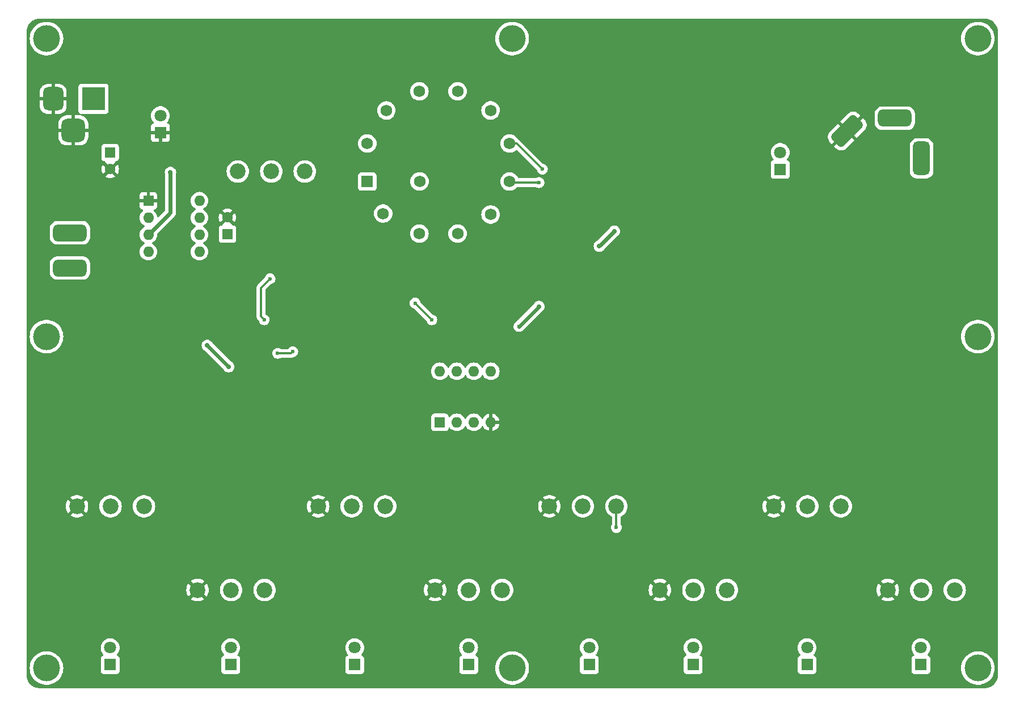
<source format=gbr>
%TF.GenerationSoftware,KiCad,Pcbnew,8.0.3*%
%TF.CreationDate,2024-06-17T23:07:46+02:00*%
%TF.ProjectId,Sequenceur,53657175-656e-4636-9575-722e6b696361,rev?*%
%TF.SameCoordinates,PX4add0a0PY8e93060*%
%TF.FileFunction,Copper,L2,Bot*%
%TF.FilePolarity,Positive*%
%FSLAX46Y46*%
G04 Gerber Fmt 4.6, Leading zero omitted, Abs format (unit mm)*
G04 Created by KiCad (PCBNEW 8.0.3) date 2024-06-17 23:07:46*
%MOMM*%
%LPD*%
G01*
G04 APERTURE LIST*
G04 Aperture macros list*
%AMRoundRect*
0 Rectangle with rounded corners*
0 $1 Rounding radius*
0 $2 $3 $4 $5 $6 $7 $8 $9 X,Y pos of 4 corners*
0 Add a 4 corners polygon primitive as box body*
4,1,4,$2,$3,$4,$5,$6,$7,$8,$9,$2,$3,0*
0 Add four circle primitives for the rounded corners*
1,1,$1+$1,$2,$3*
1,1,$1+$1,$4,$5*
1,1,$1+$1,$6,$7*
1,1,$1+$1,$8,$9*
0 Add four rect primitives between the rounded corners*
20,1,$1+$1,$2,$3,$4,$5,0*
20,1,$1+$1,$4,$5,$6,$7,0*
20,1,$1+$1,$6,$7,$8,$9,0*
20,1,$1+$1,$8,$9,$2,$3,0*%
G04 Aperture macros list end*
%TA.AperFunction,ComponentPad*%
%ADD10R,3.500000X3.500000*%
%TD*%
%TA.AperFunction,ComponentPad*%
%ADD11RoundRect,0.750000X-0.750000X-1.000000X0.750000X-1.000000X0.750000X1.000000X-0.750000X1.000000X0*%
%TD*%
%TA.AperFunction,ComponentPad*%
%ADD12RoundRect,0.875000X-0.875000X-0.875000X0.875000X-0.875000X0.875000X0.875000X-0.875000X0.875000X0*%
%TD*%
%TA.AperFunction,ComponentPad*%
%ADD13RoundRect,0.625000X1.767767X0.883883X0.883883X1.767767X-1.767767X-0.883883X-0.883883X-1.767767X0*%
%TD*%
%TA.AperFunction,ComponentPad*%
%ADD14RoundRect,0.625000X-0.625000X-1.875000X0.625000X-1.875000X0.625000X1.875000X-0.625000X1.875000X0*%
%TD*%
%TA.AperFunction,ComponentPad*%
%ADD15RoundRect,0.625000X-1.875000X0.625000X-1.875000X-0.625000X1.875000X-0.625000X1.875000X0.625000X0*%
%TD*%
%TA.AperFunction,ComponentPad*%
%ADD16RoundRect,0.625000X1.875000X-0.625000X1.875000X0.625000X-1.875000X0.625000X-1.875000X-0.625000X0*%
%TD*%
%TA.AperFunction,WasherPad*%
%ADD17C,4.000000*%
%TD*%
%TA.AperFunction,ComponentPad*%
%ADD18C,2.340000*%
%TD*%
%TA.AperFunction,ComponentPad*%
%ADD19R,1.800000X1.800000*%
%TD*%
%TA.AperFunction,ComponentPad*%
%ADD20C,1.800000*%
%TD*%
%TA.AperFunction,ComponentPad*%
%ADD21R,1.600000X1.600000*%
%TD*%
%TA.AperFunction,ComponentPad*%
%ADD22O,1.600000X1.600000*%
%TD*%
%TA.AperFunction,ComponentPad*%
%ADD23C,1.600000*%
%TD*%
%TA.AperFunction,ComponentPad*%
%ADD24R,1.755000X1.755000*%
%TD*%
%TA.AperFunction,ComponentPad*%
%ADD25C,1.750000*%
%TD*%
%TA.AperFunction,ComponentPad*%
%ADD26C,1.755000*%
%TD*%
%TA.AperFunction,ViaPad*%
%ADD27C,0.700000*%
%TD*%
%TA.AperFunction,ViaPad*%
%ADD28C,0.600000*%
%TD*%
%TA.AperFunction,Conductor*%
%ADD29C,0.600000*%
%TD*%
%TA.AperFunction,Conductor*%
%ADD30C,0.300000*%
%TD*%
G04 APERTURE END LIST*
D10*
%TO.P,J1,1*%
%TO.N,Net-(C1-Pad1)*%
X10000000Y88000000D03*
D11*
%TO.P,J1,2*%
%TO.N,GND*%
X4000000Y88000000D03*
D12*
%TO.P,J1,3*%
X7000000Y83300000D03*
%TD*%
D13*
%TO.P,J2,S*%
%TO.N,GND*%
X122503806Y83212500D03*
D14*
%TO.P,J2,T*%
%TO.N,Net-(D10-A)*%
X133600000Y79112500D03*
D15*
%TO.P,J2,TN*%
%TO.N,unconnected-(J2-PadTN)*%
X129600000Y85112500D03*
%TD*%
D16*
%TO.P,SW1,1,1*%
%TO.N,Net-(C1-Pad1)*%
X6500000Y62750000D03*
%TO.P,SW1,2,2*%
%TO.N,VCC*%
X6500000Y68000000D03*
%TD*%
D17*
%TO.P,,*%
%TO.N,*%
X142000000Y97000000D03*
%TD*%
%TO.P,,*%
%TO.N,*%
X3000000Y52500000D03*
%TD*%
%TO.P,,*%
%TO.N,*%
X142000000Y52500000D03*
%TD*%
%TO.P,,*%
%TO.N,*%
X72500000Y3000000D03*
%TD*%
%TO.P,,*%
%TO.N,*%
X72500000Y97000000D03*
%TD*%
%TO.P,,*%
%TO.N,*%
X142000000Y3000000D03*
%TD*%
%TO.P,,*%
%TO.N,*%
X3000000Y3000000D03*
%TD*%
%TO.P,,*%
%TO.N,*%
X3000000Y97000000D03*
%TD*%
D18*
%TO.P,RV8,1,1*%
%TO.N,GND*%
X111547000Y27158000D03*
%TO.P,RV8,2,2*%
%TO.N,sig_6*%
X116547000Y27158000D03*
%TO.P,RV8,3,3*%
%TO.N,Net-(D7-A)*%
X121547000Y27158000D03*
%TD*%
%TO.P,RV5,1,1*%
%TO.N,GND*%
X78047000Y27158000D03*
%TO.P,RV5,2,2*%
%TO.N,sig_4*%
X83047000Y27158000D03*
%TO.P,RV5,3,3*%
%TO.N,Net-(D5-A)*%
X88047000Y27158000D03*
%TD*%
D19*
%TO.P,D5,1,K*%
%TO.N,Net-(D1-K)*%
X84000000Y3500000D03*
D20*
%TO.P,D5,2,A*%
%TO.N,Net-(D5-A)*%
X84000000Y6040000D03*
%TD*%
D18*
%TO.P,RV1,1,1*%
%TO.N,GND*%
X7547000Y27158000D03*
%TO.P,RV1,2,2*%
%TO.N,sig_0*%
X12547000Y27158000D03*
%TO.P,RV1,3,3*%
%TO.N,Net-(D1-A)*%
X17547000Y27158000D03*
%TD*%
D19*
%TO.P,D7,1,K*%
%TO.N,Net-(D1-K)*%
X116500000Y3500000D03*
D20*
%TO.P,D7,2,A*%
%TO.N,Net-(D7-A)*%
X116500000Y6040000D03*
%TD*%
D19*
%TO.P,D2,1,K*%
%TO.N,Net-(D1-K)*%
X30500000Y3500000D03*
D20*
%TO.P,D2,2,A*%
%TO.N,Net-(D2-A)*%
X30500000Y6040000D03*
%TD*%
D21*
%TO.P,U1,1,GND*%
%TO.N,GND*%
X18200000Y72800000D03*
D22*
%TO.P,U1,2,TR*%
%TO.N,Net-(U1-THR)*%
X18200000Y70260000D03*
%TO.P,U1,3,Q*%
%TO.N,Net-(U1-Q)*%
X18200000Y67720000D03*
%TO.P,U1,4,R*%
%TO.N,VCC*%
X18200000Y65180000D03*
%TO.P,U1,5,CV*%
%TO.N,unconnected-(U1-CV-Pad5)*%
X25820000Y65180000D03*
%TO.P,U1,6,THR*%
%TO.N,Net-(U1-THR)*%
X25820000Y67720000D03*
%TO.P,U1,7,DIS*%
%TO.N,unconnected-(U1-DIS-Pad7)*%
X25820000Y70260000D03*
%TO.P,U1,8,VCC*%
%TO.N,VCC*%
X25820000Y72800000D03*
%TD*%
D19*
%TO.P,D3,1,K*%
%TO.N,Net-(D1-K)*%
X49000000Y3500000D03*
D20*
%TO.P,D3,2,A*%
%TO.N,Net-(D3-A)*%
X49000000Y6040000D03*
%TD*%
D18*
%TO.P,RV2,1,1*%
%TO.N,GND*%
X25547000Y14658000D03*
%TO.P,RV2,2,2*%
%TO.N,sig_1*%
X30547000Y14658000D03*
%TO.P,RV2,3,3*%
%TO.N,Net-(D2-A)*%
X35547000Y14658000D03*
%TD*%
D21*
%TO.P,C1,1*%
%TO.N,Net-(C1-Pad1)*%
X12500000Y80000000D03*
D23*
%TO.P,C1,2*%
%TO.N,GND*%
X12500000Y77500000D03*
%TD*%
D21*
%TO.P,C4,1*%
%TO.N,Net-(U1-THR)*%
X30000000Y67794888D03*
D23*
%TO.P,C4,2*%
%TO.N,GND*%
X30000000Y70294888D03*
%TD*%
D19*
%TO.P,D8,1,K*%
%TO.N,Net-(D1-K)*%
X133500000Y3500000D03*
D20*
%TO.P,D8,2,A*%
%TO.N,Net-(D8-A)*%
X133500000Y6040000D03*
%TD*%
D19*
%TO.P,D10,1,K*%
%TO.N,Net-(D10-K)*%
X112500000Y77460000D03*
D20*
%TO.P,D10,2,A*%
%TO.N,Net-(D10-A)*%
X112500000Y80000000D03*
%TD*%
D19*
%TO.P,D4,1,K*%
%TO.N,Net-(D1-K)*%
X66000000Y3500000D03*
D20*
%TO.P,D4,2,A*%
%TO.N,Net-(D4-A)*%
X66000000Y6040000D03*
%TD*%
D19*
%TO.P,D6,1,K*%
%TO.N,Net-(D1-K)*%
X99500000Y3500000D03*
D20*
%TO.P,D6,2,A*%
%TO.N,Net-(D6-A)*%
X99500000Y6040000D03*
%TD*%
D19*
%TO.P,D1,1,K*%
%TO.N,Net-(D1-K)*%
X12500000Y3500000D03*
D20*
%TO.P,D1,2,A*%
%TO.N,Net-(D1-A)*%
X12500000Y6040000D03*
%TD*%
D21*
%TO.P,U2,1,VOS*%
%TO.N,unconnected-(U2-VOS-Pad1)*%
X61700000Y39700000D03*
D22*
%TO.P,U2,2,-*%
%TO.N,Net-(D10-A)*%
X64240000Y39700000D03*
%TO.P,U2,3,+*%
%TO.N,Net-(D1-K)*%
X66780000Y39700000D03*
%TO.P,U2,4,V-*%
%TO.N,GND*%
X69320000Y39700000D03*
%TO.P,U2,5,NC*%
%TO.N,unconnected-(U2-NC-Pad5)*%
X69320000Y47320000D03*
%TO.P,U2,6*%
%TO.N,Net-(D10-A)*%
X66780000Y47320000D03*
%TO.P,U2,7,V+*%
%TO.N,VCC*%
X64240000Y47320000D03*
%TO.P,U2,8,VOS*%
%TO.N,unconnected-(U2-VOS-Pad8)*%
X61700000Y47320000D03*
%TD*%
D18*
%TO.P,RV4,1,1*%
%TO.N,GND*%
X61000000Y14658000D03*
%TO.P,RV4,2,2*%
%TO.N,sig_3*%
X66000000Y14658000D03*
%TO.P,RV4,3,3*%
%TO.N,Net-(D4-A)*%
X71000000Y14658000D03*
%TD*%
%TO.P,RV9,1,1*%
%TO.N,GND*%
X128547000Y14658000D03*
%TO.P,RV9,2,2*%
%TO.N,sig_7*%
X133547000Y14658000D03*
%TO.P,RV9,3,3*%
%TO.N,Net-(D8-A)*%
X138547000Y14658000D03*
%TD*%
%TO.P,RV6,1,1*%
%TO.N,GND*%
X94547000Y14658000D03*
%TO.P,RV6,2,2*%
%TO.N,sig_5*%
X99547000Y14658000D03*
%TO.P,RV6,3,3*%
%TO.N,Net-(D6-A)*%
X104547000Y14658000D03*
%TD*%
D24*
%TO.P,SW2,1,1*%
%TO.N,sig_1*%
X50874816Y75652991D03*
D25*
%TO.P,SW2,2,2*%
%TO.N,sig_2*%
X53245000Y70880000D03*
%TO.P,SW2,3,3*%
%TO.N,sig_3*%
X58652991Y67874816D03*
%TO.P,SW2,4,4*%
%TO.N,sig_4*%
X64347009Y67874816D03*
D26*
%TO.P,SW2,5,5*%
%TO.N,sig_5*%
X69278175Y70721825D03*
D25*
%TO.P,SW2,6,6*%
%TO.N,sig_6*%
X72125184Y75652991D03*
%TO.P,SW2,7,7*%
%TO.N,sig_7*%
X72125184Y81347009D03*
D26*
%TO.P,SW2,8,8*%
%TO.N,Net-(U3-Q8)*%
X69278175Y86278175D03*
D25*
%TO.P,SW2,9,9*%
X64347009Y89125184D03*
%TO.P,SW2,10,10*%
X58652991Y89125184D03*
%TO.P,SW2,11,11*%
X53721825Y86278175D03*
%TO.P,SW2,12,12*%
X50874816Y81347009D03*
D26*
%TO.P,SW2,13,13*%
%TO.N,Net-(U3-Reset)*%
X58671573Y75671573D03*
%TD*%
D18*
%TO.P,RV3,1,1*%
%TO.N,GND*%
X43547000Y27158000D03*
%TO.P,RV3,2,2*%
%TO.N,sig_2*%
X48547000Y27158000D03*
%TO.P,RV3,3,3*%
%TO.N,Net-(D3-A)*%
X53547000Y27158000D03*
%TD*%
D19*
%TO.P,D9,1,K*%
%TO.N,GND*%
X20000000Y82960000D03*
D20*
%TO.P,D9,2,A*%
%TO.N,Net-(D9-A)*%
X20000000Y85500000D03*
%TD*%
D18*
%TO.P,RV7,1,1*%
%TO.N,unconnected-(RV7-Pad1)*%
X31547000Y77158000D03*
%TO.P,RV7,2,2*%
%TO.N,Net-(U1-THR)*%
X36547000Y77158000D03*
%TO.P,RV7,3,3*%
%TO.N,Net-(R2-Pad1)*%
X41547000Y77158000D03*
%TD*%
D27*
%TO.N,GND*%
X26000000Y79000000D03*
X115500000Y72000000D03*
X76500000Y1675000D03*
D28*
X40365000Y59865000D03*
D27*
X7500000Y77000000D03*
D28*
X46500000Y52500000D03*
D27*
X4000000Y77000000D03*
%TO.N,VCC*%
X27000000Y51180000D03*
X30180000Y48000000D03*
D28*
%TO.N,Net-(D5-A)*%
X88047000Y24000000D03*
D27*
%TO.N,Net-(U1-Q)*%
X21500000Y77000000D03*
D28*
%TO.N,sig_1*%
X36360912Y61139088D03*
X35500000Y55000000D03*
%TO.N,sig_2*%
X39750000Y50250000D03*
X37500000Y50000000D03*
%TO.N,sig_3*%
X58000000Y57500000D03*
X60500000Y55000000D03*
%TO.N,sig_6*%
X76500000Y75500000D03*
%TO.N,sig_7*%
X77000000Y77500000D03*
D27*
%TO.N,Net-(D10-A)*%
X85500000Y66000000D03*
X76500000Y57000000D03*
X87750000Y68250000D03*
D28*
X73500000Y54000000D03*
%TD*%
D29*
%TO.N,VCC*%
X27000000Y51180000D02*
X30180000Y48000000D01*
D30*
%TO.N,Net-(D5-A)*%
X88047000Y24000000D02*
X88047000Y27158000D01*
D29*
%TO.N,Net-(U1-Q)*%
X21500000Y71020000D02*
X21500000Y77000000D01*
X18200000Y67720000D02*
X21500000Y71020000D01*
D30*
%TO.N,sig_1*%
X35000000Y55500000D02*
X35000000Y59778175D01*
X36360912Y61139087D02*
X36360912Y61139088D01*
X35000000Y59778175D02*
X36360912Y61139087D01*
X35500000Y55000000D02*
X35000000Y55500000D01*
%TO.N,sig_2*%
X39750000Y50250000D02*
X39500000Y50000000D01*
X39500000Y50000000D02*
X37500000Y50000000D01*
%TO.N,sig_3*%
X58000000Y57500000D02*
X60500000Y55000000D01*
%TO.N,sig_6*%
X76500000Y75500000D02*
X72278175Y75500000D01*
%TO.N,sig_7*%
X73152991Y81347009D02*
X72125184Y81347009D01*
X77000000Y77500000D02*
X73152991Y81347009D01*
D29*
%TO.N,Net-(D10-A)*%
X73500000Y54000000D02*
X76500000Y57000000D01*
X87750000Y68250000D02*
X85500000Y66000000D01*
%TD*%
%TA.AperFunction,Conductor*%
%TO.N,GND*%
G36*
X142982385Y99999999D02*
G01*
X142982856Y99999997D01*
X142999603Y99999922D01*
X143000417Y99999915D01*
X143017733Y99999684D01*
X143018008Y99999679D01*
X143069488Y99998761D01*
X143073339Y99998633D01*
X143138820Y99995417D01*
X143146538Y99994795D01*
X143211655Y99987501D01*
X143215463Y99987014D01*
X143282086Y99977435D01*
X143286437Y99976730D01*
X143420252Y99952587D01*
X143428866Y99950713D01*
X143558466Y99917634D01*
X143566938Y99915147D01*
X143693835Y99872911D01*
X143702119Y99869822D01*
X143825701Y99818633D01*
X143833696Y99814982D01*
X143953326Y99755100D01*
X143961078Y99750867D01*
X144076091Y99682626D01*
X144083536Y99677841D01*
X144193393Y99601567D01*
X144200480Y99596261D01*
X144304597Y99512358D01*
X144311287Y99506562D01*
X144409170Y99415430D01*
X144415428Y99409171D01*
X144506554Y99311296D01*
X144512348Y99304611D01*
X144596267Y99200473D01*
X144601572Y99193386D01*
X144677840Y99083537D01*
X144682625Y99076092D01*
X144750866Y98961079D01*
X144755104Y98953317D01*
X144814969Y98833722D01*
X144818638Y98825689D01*
X144818646Y98825670D01*
X144869818Y98702127D01*
X144872910Y98693836D01*
X144902677Y98604402D01*
X144915143Y98566947D01*
X144915146Y98566940D01*
X144917640Y98558445D01*
X144950706Y98428890D01*
X144952588Y98420242D01*
X144976728Y98286443D01*
X144977436Y98282073D01*
X144987010Y98215485D01*
X144987501Y98211643D01*
X144994794Y98146541D01*
X144995416Y98138818D01*
X144998631Y98073348D01*
X144998760Y98069478D01*
X144999675Y98018184D01*
X144999684Y98017630D01*
X144999912Y98000575D01*
X144999922Y97999476D01*
X144999999Y97982392D01*
X145000000Y97981833D01*
X145000000Y2018168D01*
X144999999Y2017609D01*
X144999922Y2000525D01*
X144999912Y1999426D01*
X144999684Y1982371D01*
X144999675Y1981817D01*
X144998760Y1930522D01*
X144998631Y1926652D01*
X144995416Y1861184D01*
X144994794Y1853462D01*
X144987501Y1788359D01*
X144987010Y1784516D01*
X144977436Y1717928D01*
X144976728Y1713559D01*
X144952589Y1579764D01*
X144950707Y1571114D01*
X144917632Y1441529D01*
X144915138Y1433035D01*
X144872909Y1306161D01*
X144869816Y1297868D01*
X144818640Y1174318D01*
X144814963Y1166266D01*
X144755105Y1046686D01*
X144750863Y1038917D01*
X144682625Y923909D01*
X144677840Y916464D01*
X144601572Y806615D01*
X144596267Y799528D01*
X144512352Y695395D01*
X144506554Y688705D01*
X144415428Y590830D01*
X144409170Y584572D01*
X144311295Y493446D01*
X144304605Y487648D01*
X144200472Y403733D01*
X144193385Y398428D01*
X144083536Y322160D01*
X144076091Y317375D01*
X143961083Y249137D01*
X143953314Y244895D01*
X143833734Y185037D01*
X143825681Y181360D01*
X143702127Y130183D01*
X143693834Y127090D01*
X143566933Y84853D01*
X143558439Y82359D01*
X143428889Y49294D01*
X143420241Y47412D01*
X143286442Y23272D01*
X143282072Y22564D01*
X143215484Y12990D01*
X143211642Y12499D01*
X143146540Y5206D01*
X143138817Y4584D01*
X143073347Y1369D01*
X143069477Y1240D01*
X143018183Y325D01*
X143017629Y316D01*
X143000574Y88D01*
X142999475Y78D01*
X142983041Y4D01*
X142982386Y1D01*
X142981833Y0D01*
X2018167Y0D01*
X2017613Y1D01*
X2016950Y4D01*
X2000524Y78D01*
X1999425Y88D01*
X1982370Y316D01*
X1981816Y325D01*
X1930522Y1240D01*
X1926652Y1369D01*
X1861182Y4584D01*
X1853459Y5206D01*
X1788357Y12499D01*
X1784515Y12990D01*
X1717927Y22564D01*
X1713558Y23272D01*
X1579763Y47411D01*
X1571118Y49292D01*
X1522631Y61668D01*
X1441536Y82366D01*
X1433044Y84860D01*
X1306161Y127091D01*
X1297868Y130184D01*
X1174328Y181355D01*
X1166275Y185032D01*
X1046685Y244895D01*
X1038916Y249137D01*
X923908Y317375D01*
X916463Y322160D01*
X806614Y398428D01*
X799527Y403733D01*
X695394Y487648D01*
X688704Y493446D01*
X590829Y584572D01*
X584571Y590830D01*
X493448Y688702D01*
X487651Y695392D01*
X403739Y799520D01*
X398433Y806607D01*
X398427Y806615D01*
X322159Y916464D01*
X317374Y923909D01*
X249133Y1038922D01*
X244894Y1046686D01*
X185018Y1166304D01*
X181367Y1174299D01*
X130178Y1297881D01*
X127089Y1306165D01*
X84853Y1433062D01*
X82364Y1441541D01*
X49287Y1571134D01*
X47413Y1579748D01*
X23270Y1713563D01*
X22563Y1717928D01*
X12989Y1784516D01*
X12498Y1788359D01*
X11978Y1792997D01*
X5205Y1853462D01*
X4583Y1861184D01*
X1368Y1926652D01*
X1239Y1930522D01*
X324Y1981817D01*
X315Y1982371D01*
X85Y1999583D01*
X78Y2000397D01*
X1Y2017616D01*
X0Y2018168D01*
X0Y3000006D01*
X494556Y3000006D01*
X494556Y2999995D01*
X514310Y2685996D01*
X514311Y2685989D01*
X573270Y2376917D01*
X670497Y2077684D01*
X670499Y2077679D01*
X804461Y1792997D01*
X804464Y1792991D01*
X973051Y1527339D01*
X973054Y1527335D01*
X1173606Y1284910D01*
X1173608Y1284908D01*
X1173610Y1284906D01*
X1299949Y1166266D01*
X1402968Y1069524D01*
X1402978Y1069516D01*
X1657504Y884592D01*
X1657509Y884590D01*
X1657516Y884584D01*
X1933234Y733006D01*
X1933239Y733004D01*
X1933241Y733003D01*
X1933242Y733002D01*
X2225771Y617182D01*
X2225774Y617181D01*
X2530523Y538935D01*
X2530527Y538934D01*
X2596010Y530662D01*
X2842670Y499501D01*
X2842679Y499501D01*
X2842682Y499500D01*
X2842684Y499500D01*
X3157316Y499500D01*
X3157318Y499500D01*
X3157321Y499501D01*
X3157329Y499501D01*
X3343593Y523032D01*
X3469473Y538934D01*
X3774225Y617181D01*
X3774228Y617182D01*
X4066757Y733002D01*
X4066758Y733003D01*
X4066756Y733003D01*
X4066766Y733006D01*
X4342484Y884584D01*
X4597030Y1069522D01*
X4826390Y1284906D01*
X5026947Y1527337D01*
X5195537Y1792993D01*
X5329503Y2077685D01*
X5426731Y2376921D01*
X5485688Y2685985D01*
X5505444Y3000000D01*
X5485688Y3314015D01*
X5426731Y3623079D01*
X5329503Y3922315D01*
X5195537Y4207007D01*
X5160414Y4262352D01*
X5026948Y4472662D01*
X5026945Y4472666D01*
X4826393Y4715091D01*
X4826391Y4715093D01*
X4689335Y4843798D01*
X4597030Y4930478D01*
X4597027Y4930480D01*
X4597021Y4930485D01*
X4342495Y5115409D01*
X4342488Y5115414D01*
X4342484Y5115416D01*
X4066766Y5266994D01*
X4066763Y5266996D01*
X4066758Y5266998D01*
X4066757Y5266999D01*
X3774228Y5382819D01*
X3774225Y5382820D01*
X3469476Y5461066D01*
X3469463Y5461068D01*
X3157329Y5500500D01*
X3157318Y5500500D01*
X2842682Y5500500D01*
X2842670Y5500500D01*
X2530536Y5461068D01*
X2530523Y5461066D01*
X2225774Y5382820D01*
X2225771Y5382819D01*
X1933242Y5266999D01*
X1933241Y5266998D01*
X1657516Y5115416D01*
X1657504Y5115409D01*
X1402978Y4930485D01*
X1402968Y4930477D01*
X1173608Y4715093D01*
X1173606Y4715091D01*
X973054Y4472666D01*
X973051Y4472662D01*
X804464Y4207010D01*
X804461Y4207004D01*
X670499Y3922322D01*
X670497Y3922317D01*
X573270Y3623084D01*
X514311Y3314012D01*
X514310Y3314005D01*
X494556Y3000006D01*
X0Y3000006D01*
X0Y6040007D01*
X11094700Y6040007D01*
X11094700Y6039994D01*
X11113864Y5808703D01*
X11113866Y5808692D01*
X11170842Y5583700D01*
X11264075Y5371152D01*
X11391016Y5176853D01*
X11391019Y5176849D01*
X11391021Y5176847D01*
X11485803Y5073886D01*
X11516724Y5011233D01*
X11508864Y4941807D01*
X11464716Y4887652D01*
X11437906Y4873723D01*
X11357669Y4843797D01*
X11357664Y4843794D01*
X11242455Y4757548D01*
X11242452Y4757545D01*
X11156206Y4642336D01*
X11156202Y4642329D01*
X11105908Y4507483D01*
X11102165Y4472663D01*
X11099501Y4447877D01*
X11099500Y4447865D01*
X11099500Y2552130D01*
X11099501Y2552124D01*
X11105908Y2492517D01*
X11156202Y2357672D01*
X11156206Y2357665D01*
X11242452Y2242456D01*
X11242455Y2242453D01*
X11357664Y2156207D01*
X11357671Y2156203D01*
X11492517Y2105909D01*
X11492516Y2105909D01*
X11499444Y2105165D01*
X11552127Y2099500D01*
X13447872Y2099501D01*
X13507483Y2105909D01*
X13642331Y2156204D01*
X13757546Y2242454D01*
X13843796Y2357669D01*
X13894091Y2492517D01*
X13900500Y2552127D01*
X13900499Y4447872D01*
X13894091Y4507483D01*
X13843796Y4642331D01*
X13843795Y4642332D01*
X13843793Y4642336D01*
X13757547Y4757545D01*
X13757544Y4757548D01*
X13642335Y4843794D01*
X13642328Y4843798D01*
X13562094Y4873723D01*
X13506160Y4915594D01*
X13481743Y4981059D01*
X13496595Y5049332D01*
X13514190Y5073879D01*
X13608979Y5176847D01*
X13735924Y5371151D01*
X13829157Y5583700D01*
X13886134Y5808695D01*
X13905300Y6040000D01*
X13905300Y6040007D01*
X29094700Y6040007D01*
X29094700Y6039994D01*
X29113864Y5808703D01*
X29113866Y5808692D01*
X29170842Y5583700D01*
X29264075Y5371152D01*
X29391016Y5176853D01*
X29391019Y5176849D01*
X29391021Y5176847D01*
X29485803Y5073886D01*
X29516724Y5011233D01*
X29508864Y4941807D01*
X29464716Y4887652D01*
X29437906Y4873723D01*
X29357669Y4843797D01*
X29357664Y4843794D01*
X29242455Y4757548D01*
X29242452Y4757545D01*
X29156206Y4642336D01*
X29156202Y4642329D01*
X29105908Y4507483D01*
X29102165Y4472663D01*
X29099501Y4447877D01*
X29099500Y4447865D01*
X29099500Y2552130D01*
X29099501Y2552124D01*
X29105908Y2492517D01*
X29156202Y2357672D01*
X29156206Y2357665D01*
X29242452Y2242456D01*
X29242455Y2242453D01*
X29357664Y2156207D01*
X29357671Y2156203D01*
X29492517Y2105909D01*
X29492516Y2105909D01*
X29499444Y2105165D01*
X29552127Y2099500D01*
X31447872Y2099501D01*
X31507483Y2105909D01*
X31642331Y2156204D01*
X31757546Y2242454D01*
X31843796Y2357669D01*
X31894091Y2492517D01*
X31900500Y2552127D01*
X31900499Y4447872D01*
X31894091Y4507483D01*
X31843796Y4642331D01*
X31843795Y4642332D01*
X31843793Y4642336D01*
X31757547Y4757545D01*
X31757544Y4757548D01*
X31642335Y4843794D01*
X31642328Y4843798D01*
X31562094Y4873723D01*
X31506160Y4915594D01*
X31481743Y4981059D01*
X31496595Y5049332D01*
X31514190Y5073879D01*
X31608979Y5176847D01*
X31735924Y5371151D01*
X31829157Y5583700D01*
X31886134Y5808695D01*
X31905300Y6040000D01*
X31905300Y6040007D01*
X47594700Y6040007D01*
X47594700Y6039994D01*
X47613864Y5808703D01*
X47613866Y5808692D01*
X47670842Y5583700D01*
X47764075Y5371152D01*
X47891016Y5176853D01*
X47891019Y5176849D01*
X47891021Y5176847D01*
X47985803Y5073886D01*
X48016724Y5011233D01*
X48008864Y4941807D01*
X47964716Y4887652D01*
X47937906Y4873723D01*
X47857669Y4843797D01*
X47857664Y4843794D01*
X47742455Y4757548D01*
X47742452Y4757545D01*
X47656206Y4642336D01*
X47656202Y4642329D01*
X47605908Y4507483D01*
X47602165Y4472663D01*
X47599501Y4447877D01*
X47599500Y4447865D01*
X47599500Y2552130D01*
X47599501Y2552124D01*
X47605908Y2492517D01*
X47656202Y2357672D01*
X47656206Y2357665D01*
X47742452Y2242456D01*
X47742455Y2242453D01*
X47857664Y2156207D01*
X47857671Y2156203D01*
X47992517Y2105909D01*
X47992516Y2105909D01*
X47999444Y2105165D01*
X48052127Y2099500D01*
X49947872Y2099501D01*
X50007483Y2105909D01*
X50142331Y2156204D01*
X50257546Y2242454D01*
X50343796Y2357669D01*
X50394091Y2492517D01*
X50400500Y2552127D01*
X50400499Y4447872D01*
X50394091Y4507483D01*
X50343796Y4642331D01*
X50343795Y4642332D01*
X50343793Y4642336D01*
X50257547Y4757545D01*
X50257544Y4757548D01*
X50142335Y4843794D01*
X50142328Y4843798D01*
X50062094Y4873723D01*
X50006160Y4915594D01*
X49981743Y4981059D01*
X49996595Y5049332D01*
X50014190Y5073879D01*
X50108979Y5176847D01*
X50235924Y5371151D01*
X50329157Y5583700D01*
X50386134Y5808695D01*
X50405300Y6040000D01*
X50405300Y6040007D01*
X64594700Y6040007D01*
X64594700Y6039994D01*
X64613864Y5808703D01*
X64613866Y5808692D01*
X64670842Y5583700D01*
X64764075Y5371152D01*
X64891016Y5176853D01*
X64891019Y5176849D01*
X64891021Y5176847D01*
X64985803Y5073886D01*
X65016724Y5011233D01*
X65008864Y4941807D01*
X64964716Y4887652D01*
X64937906Y4873723D01*
X64857669Y4843797D01*
X64857664Y4843794D01*
X64742455Y4757548D01*
X64742452Y4757545D01*
X64656206Y4642336D01*
X64656202Y4642329D01*
X64605908Y4507483D01*
X64602165Y4472663D01*
X64599501Y4447877D01*
X64599500Y4447865D01*
X64599500Y2552130D01*
X64599501Y2552124D01*
X64605908Y2492517D01*
X64656202Y2357672D01*
X64656206Y2357665D01*
X64742452Y2242456D01*
X64742455Y2242453D01*
X64857664Y2156207D01*
X64857671Y2156203D01*
X64992517Y2105909D01*
X64992516Y2105909D01*
X64999444Y2105165D01*
X65052127Y2099500D01*
X66947872Y2099501D01*
X67007483Y2105909D01*
X67142331Y2156204D01*
X67257546Y2242454D01*
X67343796Y2357669D01*
X67394091Y2492517D01*
X67400500Y2552127D01*
X67400500Y3000006D01*
X69994556Y3000006D01*
X69994556Y2999995D01*
X70014310Y2685996D01*
X70014311Y2685989D01*
X70073270Y2376917D01*
X70170497Y2077684D01*
X70170499Y2077679D01*
X70304461Y1792997D01*
X70304464Y1792991D01*
X70473051Y1527339D01*
X70473054Y1527335D01*
X70673606Y1284910D01*
X70673608Y1284908D01*
X70673610Y1284906D01*
X70799949Y1166266D01*
X70902968Y1069524D01*
X70902978Y1069516D01*
X71157504Y884592D01*
X71157509Y884590D01*
X71157516Y884584D01*
X71433234Y733006D01*
X71433239Y733004D01*
X71433241Y733003D01*
X71433242Y733002D01*
X71725771Y617182D01*
X71725774Y617181D01*
X72030523Y538935D01*
X72030527Y538934D01*
X72096010Y530662D01*
X72342670Y499501D01*
X72342679Y499501D01*
X72342682Y499500D01*
X72342684Y499500D01*
X72657316Y499500D01*
X72657318Y499500D01*
X72657321Y499501D01*
X72657329Y499501D01*
X72843593Y523032D01*
X72969473Y538934D01*
X73274225Y617181D01*
X73274228Y617182D01*
X73566757Y733002D01*
X73566758Y733003D01*
X73566756Y733003D01*
X73566766Y733006D01*
X73842484Y884584D01*
X74097030Y1069522D01*
X74326390Y1284906D01*
X74526947Y1527337D01*
X74695537Y1792993D01*
X74829503Y2077685D01*
X74926731Y2376921D01*
X74985688Y2685985D01*
X75005444Y3000000D01*
X74985688Y3314015D01*
X74926731Y3623079D01*
X74829503Y3922315D01*
X74695537Y4207007D01*
X74660414Y4262352D01*
X74526948Y4472662D01*
X74526945Y4472666D01*
X74326393Y4715091D01*
X74326391Y4715093D01*
X74189335Y4843798D01*
X74097030Y4930478D01*
X74097027Y4930480D01*
X74097021Y4930485D01*
X73842495Y5115409D01*
X73842488Y5115414D01*
X73842484Y5115416D01*
X73566766Y5266994D01*
X73566763Y5266996D01*
X73566758Y5266998D01*
X73566757Y5266999D01*
X73274228Y5382819D01*
X73274225Y5382820D01*
X72969476Y5461066D01*
X72969463Y5461068D01*
X72657329Y5500500D01*
X72657318Y5500500D01*
X72342682Y5500500D01*
X72342670Y5500500D01*
X72030536Y5461068D01*
X72030523Y5461066D01*
X71725774Y5382820D01*
X71725771Y5382819D01*
X71433242Y5266999D01*
X71433241Y5266998D01*
X71157516Y5115416D01*
X71157504Y5115409D01*
X70902978Y4930485D01*
X70902968Y4930477D01*
X70673608Y4715093D01*
X70673606Y4715091D01*
X70473054Y4472666D01*
X70473051Y4472662D01*
X70304464Y4207010D01*
X70304461Y4207004D01*
X70170499Y3922322D01*
X70170497Y3922317D01*
X70073270Y3623084D01*
X70014311Y3314012D01*
X70014310Y3314005D01*
X69994556Y3000006D01*
X67400500Y3000006D01*
X67400499Y4447872D01*
X67394091Y4507483D01*
X67343796Y4642331D01*
X67343795Y4642332D01*
X67343793Y4642336D01*
X67257547Y4757545D01*
X67257544Y4757548D01*
X67142335Y4843794D01*
X67142328Y4843798D01*
X67062094Y4873723D01*
X67006160Y4915594D01*
X66981743Y4981059D01*
X66996595Y5049332D01*
X67014190Y5073879D01*
X67108979Y5176847D01*
X67235924Y5371151D01*
X67329157Y5583700D01*
X67386134Y5808695D01*
X67405300Y6040000D01*
X67405300Y6040007D01*
X82594700Y6040007D01*
X82594700Y6039994D01*
X82613864Y5808703D01*
X82613866Y5808692D01*
X82670842Y5583700D01*
X82764075Y5371152D01*
X82891016Y5176853D01*
X82891019Y5176849D01*
X82891021Y5176847D01*
X82985803Y5073886D01*
X83016724Y5011233D01*
X83008864Y4941807D01*
X82964716Y4887652D01*
X82937906Y4873723D01*
X82857669Y4843797D01*
X82857664Y4843794D01*
X82742455Y4757548D01*
X82742452Y4757545D01*
X82656206Y4642336D01*
X82656202Y4642329D01*
X82605908Y4507483D01*
X82602165Y4472663D01*
X82599501Y4447877D01*
X82599500Y4447865D01*
X82599500Y2552130D01*
X82599501Y2552124D01*
X82605908Y2492517D01*
X82656202Y2357672D01*
X82656206Y2357665D01*
X82742452Y2242456D01*
X82742455Y2242453D01*
X82857664Y2156207D01*
X82857671Y2156203D01*
X82992517Y2105909D01*
X82992516Y2105909D01*
X82999444Y2105165D01*
X83052127Y2099500D01*
X84947872Y2099501D01*
X85007483Y2105909D01*
X85142331Y2156204D01*
X85257546Y2242454D01*
X85343796Y2357669D01*
X85394091Y2492517D01*
X85400500Y2552127D01*
X85400499Y4447872D01*
X85394091Y4507483D01*
X85343796Y4642331D01*
X85343795Y4642332D01*
X85343793Y4642336D01*
X85257547Y4757545D01*
X85257544Y4757548D01*
X85142335Y4843794D01*
X85142328Y4843798D01*
X85062094Y4873723D01*
X85006160Y4915594D01*
X84981743Y4981059D01*
X84996595Y5049332D01*
X85014190Y5073879D01*
X85108979Y5176847D01*
X85235924Y5371151D01*
X85329157Y5583700D01*
X85386134Y5808695D01*
X85405300Y6040000D01*
X85405300Y6040007D01*
X98094700Y6040007D01*
X98094700Y6039994D01*
X98113864Y5808703D01*
X98113866Y5808692D01*
X98170842Y5583700D01*
X98264075Y5371152D01*
X98391016Y5176853D01*
X98391019Y5176849D01*
X98391021Y5176847D01*
X98485803Y5073886D01*
X98516724Y5011233D01*
X98508864Y4941807D01*
X98464716Y4887652D01*
X98437906Y4873723D01*
X98357669Y4843797D01*
X98357664Y4843794D01*
X98242455Y4757548D01*
X98242452Y4757545D01*
X98156206Y4642336D01*
X98156202Y4642329D01*
X98105908Y4507483D01*
X98102165Y4472663D01*
X98099501Y4447877D01*
X98099500Y4447865D01*
X98099500Y2552130D01*
X98099501Y2552124D01*
X98105908Y2492517D01*
X98156202Y2357672D01*
X98156206Y2357665D01*
X98242452Y2242456D01*
X98242455Y2242453D01*
X98357664Y2156207D01*
X98357671Y2156203D01*
X98492517Y2105909D01*
X98492516Y2105909D01*
X98499444Y2105165D01*
X98552127Y2099500D01*
X100447872Y2099501D01*
X100507483Y2105909D01*
X100642331Y2156204D01*
X100757546Y2242454D01*
X100843796Y2357669D01*
X100894091Y2492517D01*
X100900500Y2552127D01*
X100900499Y4447872D01*
X100894091Y4507483D01*
X100843796Y4642331D01*
X100843795Y4642332D01*
X100843793Y4642336D01*
X100757547Y4757545D01*
X100757544Y4757548D01*
X100642335Y4843794D01*
X100642328Y4843798D01*
X100562094Y4873723D01*
X100506160Y4915594D01*
X100481743Y4981059D01*
X100496595Y5049332D01*
X100514190Y5073879D01*
X100608979Y5176847D01*
X100735924Y5371151D01*
X100829157Y5583700D01*
X100886134Y5808695D01*
X100905300Y6040000D01*
X100905300Y6040007D01*
X115094700Y6040007D01*
X115094700Y6039994D01*
X115113864Y5808703D01*
X115113866Y5808692D01*
X115170842Y5583700D01*
X115264075Y5371152D01*
X115391016Y5176853D01*
X115391019Y5176849D01*
X115391021Y5176847D01*
X115485803Y5073886D01*
X115516724Y5011233D01*
X115508864Y4941807D01*
X115464716Y4887652D01*
X115437906Y4873723D01*
X115357669Y4843797D01*
X115357664Y4843794D01*
X115242455Y4757548D01*
X115242452Y4757545D01*
X115156206Y4642336D01*
X115156202Y4642329D01*
X115105908Y4507483D01*
X115102165Y4472663D01*
X115099501Y4447877D01*
X115099500Y4447865D01*
X115099500Y2552130D01*
X115099501Y2552124D01*
X115105908Y2492517D01*
X115156202Y2357672D01*
X115156206Y2357665D01*
X115242452Y2242456D01*
X115242455Y2242453D01*
X115357664Y2156207D01*
X115357671Y2156203D01*
X115492517Y2105909D01*
X115492516Y2105909D01*
X115499444Y2105165D01*
X115552127Y2099500D01*
X117447872Y2099501D01*
X117507483Y2105909D01*
X117642331Y2156204D01*
X117757546Y2242454D01*
X117843796Y2357669D01*
X117894091Y2492517D01*
X117900500Y2552127D01*
X117900499Y4447872D01*
X117894091Y4507483D01*
X117843796Y4642331D01*
X117843795Y4642332D01*
X117843793Y4642336D01*
X117757547Y4757545D01*
X117757544Y4757548D01*
X117642335Y4843794D01*
X117642328Y4843798D01*
X117562094Y4873723D01*
X117506160Y4915594D01*
X117481743Y4981059D01*
X117496595Y5049332D01*
X117514190Y5073879D01*
X117608979Y5176847D01*
X117735924Y5371151D01*
X117829157Y5583700D01*
X117886134Y5808695D01*
X117905300Y6040000D01*
X117905300Y6040007D01*
X132094700Y6040007D01*
X132094700Y6039994D01*
X132113864Y5808703D01*
X132113866Y5808692D01*
X132170842Y5583700D01*
X132264075Y5371152D01*
X132391016Y5176853D01*
X132391019Y5176849D01*
X132391021Y5176847D01*
X132485803Y5073886D01*
X132516724Y5011233D01*
X132508864Y4941807D01*
X132464716Y4887652D01*
X132437906Y4873723D01*
X132357669Y4843797D01*
X132357664Y4843794D01*
X132242455Y4757548D01*
X132242452Y4757545D01*
X132156206Y4642336D01*
X132156202Y4642329D01*
X132105908Y4507483D01*
X132102165Y4472663D01*
X132099501Y4447877D01*
X132099500Y4447865D01*
X132099500Y2552130D01*
X132099501Y2552124D01*
X132105908Y2492517D01*
X132156202Y2357672D01*
X132156206Y2357665D01*
X132242452Y2242456D01*
X132242455Y2242453D01*
X132357664Y2156207D01*
X132357671Y2156203D01*
X132492517Y2105909D01*
X132492516Y2105909D01*
X132499444Y2105165D01*
X132552127Y2099500D01*
X134447872Y2099501D01*
X134507483Y2105909D01*
X134642331Y2156204D01*
X134757546Y2242454D01*
X134843796Y2357669D01*
X134894091Y2492517D01*
X134900500Y2552127D01*
X134900500Y3000006D01*
X139494556Y3000006D01*
X139494556Y2999995D01*
X139514310Y2685996D01*
X139514311Y2685989D01*
X139573270Y2376917D01*
X139670497Y2077684D01*
X139670499Y2077679D01*
X139804461Y1792997D01*
X139804464Y1792991D01*
X139973051Y1527339D01*
X139973054Y1527335D01*
X140173606Y1284910D01*
X140173608Y1284908D01*
X140173610Y1284906D01*
X140299949Y1166266D01*
X140402968Y1069524D01*
X140402978Y1069516D01*
X140657504Y884592D01*
X140657509Y884590D01*
X140657516Y884584D01*
X140933234Y733006D01*
X140933239Y733004D01*
X140933241Y733003D01*
X140933242Y733002D01*
X141225771Y617182D01*
X141225774Y617181D01*
X141530523Y538935D01*
X141530527Y538934D01*
X141596010Y530662D01*
X141842670Y499501D01*
X141842679Y499501D01*
X141842682Y499500D01*
X141842684Y499500D01*
X142157316Y499500D01*
X142157318Y499500D01*
X142157321Y499501D01*
X142157329Y499501D01*
X142343593Y523032D01*
X142469473Y538934D01*
X142774225Y617181D01*
X142774228Y617182D01*
X143066757Y733002D01*
X143066758Y733003D01*
X143066756Y733003D01*
X143066766Y733006D01*
X143342484Y884584D01*
X143597030Y1069522D01*
X143826390Y1284906D01*
X144026947Y1527337D01*
X144195537Y1792993D01*
X144329503Y2077685D01*
X144426731Y2376921D01*
X144485688Y2685985D01*
X144505444Y3000000D01*
X144485688Y3314015D01*
X144426731Y3623079D01*
X144329503Y3922315D01*
X144195537Y4207007D01*
X144160414Y4262352D01*
X144026948Y4472662D01*
X144026945Y4472666D01*
X143826393Y4715091D01*
X143826391Y4715093D01*
X143689335Y4843798D01*
X143597030Y4930478D01*
X143597027Y4930480D01*
X143597021Y4930485D01*
X143342495Y5115409D01*
X143342488Y5115414D01*
X143342484Y5115416D01*
X143066766Y5266994D01*
X143066763Y5266996D01*
X143066758Y5266998D01*
X143066757Y5266999D01*
X142774228Y5382819D01*
X142774225Y5382820D01*
X142469476Y5461066D01*
X142469463Y5461068D01*
X142157329Y5500500D01*
X142157318Y5500500D01*
X141842682Y5500500D01*
X141842670Y5500500D01*
X141530536Y5461068D01*
X141530523Y5461066D01*
X141225774Y5382820D01*
X141225771Y5382819D01*
X140933242Y5266999D01*
X140933241Y5266998D01*
X140657516Y5115416D01*
X140657504Y5115409D01*
X140402978Y4930485D01*
X140402968Y4930477D01*
X140173608Y4715093D01*
X140173606Y4715091D01*
X139973054Y4472666D01*
X139973051Y4472662D01*
X139804464Y4207010D01*
X139804461Y4207004D01*
X139670499Y3922322D01*
X139670497Y3922317D01*
X139573270Y3623084D01*
X139514311Y3314012D01*
X139514310Y3314005D01*
X139494556Y3000006D01*
X134900500Y3000006D01*
X134900499Y4447872D01*
X134894091Y4507483D01*
X134843796Y4642331D01*
X134843795Y4642332D01*
X134843793Y4642336D01*
X134757547Y4757545D01*
X134757544Y4757548D01*
X134642335Y4843794D01*
X134642328Y4843798D01*
X134562094Y4873723D01*
X134506160Y4915594D01*
X134481743Y4981059D01*
X134496595Y5049332D01*
X134514190Y5073879D01*
X134608979Y5176847D01*
X134735924Y5371151D01*
X134829157Y5583700D01*
X134886134Y5808695D01*
X134905300Y6040000D01*
X134905300Y6040007D01*
X134886135Y6271298D01*
X134886133Y6271309D01*
X134829157Y6496301D01*
X134735924Y6708849D01*
X134608983Y6903148D01*
X134608980Y6903151D01*
X134608979Y6903153D01*
X134451784Y7073913D01*
X134451779Y7073917D01*
X134451777Y7073919D01*
X134268634Y7216465D01*
X134268628Y7216469D01*
X134064504Y7326936D01*
X134064495Y7326939D01*
X133844984Y7402298D01*
X133673282Y7430950D01*
X133616049Y7440500D01*
X133383951Y7440500D01*
X133338164Y7432860D01*
X133155015Y7402298D01*
X132935504Y7326939D01*
X132935495Y7326936D01*
X132731371Y7216469D01*
X132731365Y7216465D01*
X132548222Y7073919D01*
X132548219Y7073916D01*
X132391016Y6903148D01*
X132264075Y6708849D01*
X132170842Y6496301D01*
X132113866Y6271309D01*
X132113864Y6271298D01*
X132094700Y6040007D01*
X117905300Y6040007D01*
X117886135Y6271298D01*
X117886133Y6271309D01*
X117829157Y6496301D01*
X117735924Y6708849D01*
X117608983Y6903148D01*
X117608980Y6903151D01*
X117608979Y6903153D01*
X117451784Y7073913D01*
X117451779Y7073917D01*
X117451777Y7073919D01*
X117268634Y7216465D01*
X117268628Y7216469D01*
X117064504Y7326936D01*
X117064495Y7326939D01*
X116844984Y7402298D01*
X116673282Y7430950D01*
X116616049Y7440500D01*
X116383951Y7440500D01*
X116338164Y7432860D01*
X116155015Y7402298D01*
X115935504Y7326939D01*
X115935495Y7326936D01*
X115731371Y7216469D01*
X115731365Y7216465D01*
X115548222Y7073919D01*
X115548219Y7073916D01*
X115391016Y6903148D01*
X115264075Y6708849D01*
X115170842Y6496301D01*
X115113866Y6271309D01*
X115113864Y6271298D01*
X115094700Y6040007D01*
X100905300Y6040007D01*
X100886135Y6271298D01*
X100886133Y6271309D01*
X100829157Y6496301D01*
X100735924Y6708849D01*
X100608983Y6903148D01*
X100608980Y6903151D01*
X100608979Y6903153D01*
X100451784Y7073913D01*
X100451779Y7073917D01*
X100451777Y7073919D01*
X100268634Y7216465D01*
X100268628Y7216469D01*
X100064504Y7326936D01*
X100064495Y7326939D01*
X99844984Y7402298D01*
X99673282Y7430950D01*
X99616049Y7440500D01*
X99383951Y7440500D01*
X99338164Y7432860D01*
X99155015Y7402298D01*
X98935504Y7326939D01*
X98935495Y7326936D01*
X98731371Y7216469D01*
X98731365Y7216465D01*
X98548222Y7073919D01*
X98548219Y7073916D01*
X98391016Y6903148D01*
X98264075Y6708849D01*
X98170842Y6496301D01*
X98113866Y6271309D01*
X98113864Y6271298D01*
X98094700Y6040007D01*
X85405300Y6040007D01*
X85386135Y6271298D01*
X85386133Y6271309D01*
X85329157Y6496301D01*
X85235924Y6708849D01*
X85108983Y6903148D01*
X85108980Y6903151D01*
X85108979Y6903153D01*
X84951784Y7073913D01*
X84951779Y7073917D01*
X84951777Y7073919D01*
X84768634Y7216465D01*
X84768628Y7216469D01*
X84564504Y7326936D01*
X84564495Y7326939D01*
X84344984Y7402298D01*
X84173282Y7430950D01*
X84116049Y7440500D01*
X83883951Y7440500D01*
X83838164Y7432860D01*
X83655015Y7402298D01*
X83435504Y7326939D01*
X83435495Y7326936D01*
X83231371Y7216469D01*
X83231365Y7216465D01*
X83048222Y7073919D01*
X83048219Y7073916D01*
X82891016Y6903148D01*
X82764075Y6708849D01*
X82670842Y6496301D01*
X82613866Y6271309D01*
X82613864Y6271298D01*
X82594700Y6040007D01*
X67405300Y6040007D01*
X67386135Y6271298D01*
X67386133Y6271309D01*
X67329157Y6496301D01*
X67235924Y6708849D01*
X67108983Y6903148D01*
X67108980Y6903151D01*
X67108979Y6903153D01*
X66951784Y7073913D01*
X66951779Y7073917D01*
X66951777Y7073919D01*
X66768634Y7216465D01*
X66768628Y7216469D01*
X66564504Y7326936D01*
X66564495Y7326939D01*
X66344984Y7402298D01*
X66173282Y7430950D01*
X66116049Y7440500D01*
X65883951Y7440500D01*
X65838164Y7432860D01*
X65655015Y7402298D01*
X65435504Y7326939D01*
X65435495Y7326936D01*
X65231371Y7216469D01*
X65231365Y7216465D01*
X65048222Y7073919D01*
X65048219Y7073916D01*
X64891016Y6903148D01*
X64764075Y6708849D01*
X64670842Y6496301D01*
X64613866Y6271309D01*
X64613864Y6271298D01*
X64594700Y6040007D01*
X50405300Y6040007D01*
X50386135Y6271298D01*
X50386133Y6271309D01*
X50329157Y6496301D01*
X50235924Y6708849D01*
X50108983Y6903148D01*
X50108980Y6903151D01*
X50108979Y6903153D01*
X49951784Y7073913D01*
X49951779Y7073917D01*
X49951777Y7073919D01*
X49768634Y7216465D01*
X49768628Y7216469D01*
X49564504Y7326936D01*
X49564495Y7326939D01*
X49344984Y7402298D01*
X49173282Y7430950D01*
X49116049Y7440500D01*
X48883951Y7440500D01*
X48838164Y7432860D01*
X48655015Y7402298D01*
X48435504Y7326939D01*
X48435495Y7326936D01*
X48231371Y7216469D01*
X48231365Y7216465D01*
X48048222Y7073919D01*
X48048219Y7073916D01*
X47891016Y6903148D01*
X47764075Y6708849D01*
X47670842Y6496301D01*
X47613866Y6271309D01*
X47613864Y6271298D01*
X47594700Y6040007D01*
X31905300Y6040007D01*
X31886135Y6271298D01*
X31886133Y6271309D01*
X31829157Y6496301D01*
X31735924Y6708849D01*
X31608983Y6903148D01*
X31608980Y6903151D01*
X31608979Y6903153D01*
X31451784Y7073913D01*
X31451779Y7073917D01*
X31451777Y7073919D01*
X31268634Y7216465D01*
X31268628Y7216469D01*
X31064504Y7326936D01*
X31064495Y7326939D01*
X30844984Y7402298D01*
X30673282Y7430950D01*
X30616049Y7440500D01*
X30383951Y7440500D01*
X30338164Y7432860D01*
X30155015Y7402298D01*
X29935504Y7326939D01*
X29935495Y7326936D01*
X29731371Y7216469D01*
X29731365Y7216465D01*
X29548222Y7073919D01*
X29548219Y7073916D01*
X29391016Y6903148D01*
X29264075Y6708849D01*
X29170842Y6496301D01*
X29113866Y6271309D01*
X29113864Y6271298D01*
X29094700Y6040007D01*
X13905300Y6040007D01*
X13886135Y6271298D01*
X13886133Y6271309D01*
X13829157Y6496301D01*
X13735924Y6708849D01*
X13608983Y6903148D01*
X13608980Y6903151D01*
X13608979Y6903153D01*
X13451784Y7073913D01*
X13451779Y7073917D01*
X13451777Y7073919D01*
X13268634Y7216465D01*
X13268628Y7216469D01*
X13064504Y7326936D01*
X13064495Y7326939D01*
X12844984Y7402298D01*
X12673282Y7430950D01*
X12616049Y7440500D01*
X12383951Y7440500D01*
X12338164Y7432860D01*
X12155015Y7402298D01*
X11935504Y7326939D01*
X11935495Y7326936D01*
X11731371Y7216469D01*
X11731365Y7216465D01*
X11548222Y7073919D01*
X11548219Y7073916D01*
X11391016Y6903148D01*
X11264075Y6708849D01*
X11170842Y6496301D01*
X11113866Y6271309D01*
X11113864Y6271298D01*
X11094700Y6040007D01*
X0Y6040007D01*
X0Y14658005D01*
X23872317Y14658005D01*
X23872317Y14657996D01*
X23891021Y14408403D01*
X23891021Y14408401D01*
X23946714Y14164393D01*
X23946720Y14164374D01*
X24038163Y13931382D01*
X24163311Y13714619D01*
X24163318Y13714608D01*
X24201799Y13666355D01*
X24201800Y13666355D01*
X24945958Y14410513D01*
X24970978Y14350110D01*
X25042112Y14243649D01*
X25132649Y14153112D01*
X25239110Y14081978D01*
X25299511Y14056959D01*
X24555403Y13312852D01*
X24709658Y13207683D01*
X24709666Y13207678D01*
X24935167Y13099084D01*
X24935165Y13099084D01*
X25174346Y13025306D01*
X25174352Y13025304D01*
X25421843Y12988001D01*
X25421852Y12988000D01*
X25672148Y12988000D01*
X25672156Y12988001D01*
X25919647Y13025304D01*
X25919653Y13025306D01*
X26158833Y13099084D01*
X26384334Y13207678D01*
X26384344Y13207685D01*
X26538595Y13312852D01*
X25794489Y14056959D01*
X25854890Y14081978D01*
X25961351Y14153112D01*
X26051888Y14243649D01*
X26123022Y14350110D01*
X26148041Y14410512D01*
X26892197Y13666355D01*
X26892198Y13666356D01*
X26930690Y13714621D01*
X27055836Y13931382D01*
X27147279Y14164374D01*
X27147285Y14164393D01*
X27202978Y14408401D01*
X27202978Y14408403D01*
X27221683Y14657996D01*
X27221683Y14658005D01*
X28871816Y14658005D01*
X28871816Y14657996D01*
X28890524Y14408337D01*
X28890525Y14408332D01*
X28946236Y14164245D01*
X28946238Y14164236D01*
X28946240Y14164231D01*
X29037711Y13931165D01*
X29162898Y13714335D01*
X29201161Y13666355D01*
X29319006Y13518582D01*
X29492264Y13357823D01*
X29502540Y13348288D01*
X29709408Y13207248D01*
X29709413Y13207246D01*
X29709414Y13207245D01*
X29709415Y13207244D01*
X29829218Y13149551D01*
X29934983Y13098617D01*
X29934984Y13098617D01*
X29934987Y13098615D01*
X30174236Y13024816D01*
X30174237Y13024816D01*
X30174240Y13024815D01*
X30421805Y12987501D01*
X30421810Y12987501D01*
X30421813Y12987500D01*
X30421814Y12987500D01*
X30672186Y12987500D01*
X30672187Y12987500D01*
X30672194Y12987501D01*
X30919759Y13024815D01*
X30919760Y13024816D01*
X30919764Y13024816D01*
X31159013Y13098615D01*
X31384592Y13207248D01*
X31591460Y13348288D01*
X31774997Y13518586D01*
X31931102Y13714335D01*
X32056289Y13931165D01*
X32147760Y14164231D01*
X32203474Y14408327D01*
X32222184Y14658000D01*
X32222184Y14658005D01*
X33871816Y14658005D01*
X33871816Y14657996D01*
X33890524Y14408337D01*
X33890525Y14408332D01*
X33946236Y14164245D01*
X33946238Y14164236D01*
X33946240Y14164231D01*
X34037711Y13931165D01*
X34162898Y13714335D01*
X34201161Y13666355D01*
X34319006Y13518582D01*
X34492264Y13357823D01*
X34502540Y13348288D01*
X34709408Y13207248D01*
X34709413Y13207246D01*
X34709414Y13207245D01*
X34709415Y13207244D01*
X34829218Y13149551D01*
X34934983Y13098617D01*
X34934984Y13098617D01*
X34934987Y13098615D01*
X35174236Y13024816D01*
X35174237Y13024816D01*
X35174240Y13024815D01*
X35421805Y12987501D01*
X35421810Y12987501D01*
X35421813Y12987500D01*
X35421814Y12987500D01*
X35672186Y12987500D01*
X35672187Y12987500D01*
X35672194Y12987501D01*
X35919759Y13024815D01*
X35919760Y13024816D01*
X35919764Y13024816D01*
X36159013Y13098615D01*
X36384592Y13207248D01*
X36591460Y13348288D01*
X36774997Y13518586D01*
X36931102Y13714335D01*
X37056289Y13931165D01*
X37147760Y14164231D01*
X37203474Y14408327D01*
X37222184Y14658000D01*
X37222184Y14658005D01*
X59325317Y14658005D01*
X59325317Y14657996D01*
X59344021Y14408403D01*
X59344021Y14408401D01*
X59399714Y14164393D01*
X59399720Y14164374D01*
X59491163Y13931382D01*
X59616311Y13714619D01*
X59616318Y13714608D01*
X59654799Y13666355D01*
X60398958Y14410513D01*
X60423978Y14350110D01*
X60495112Y14243649D01*
X60585649Y14153112D01*
X60692110Y14081978D01*
X60752511Y14056959D01*
X60008403Y13312852D01*
X60162658Y13207683D01*
X60162666Y13207678D01*
X60388167Y13099084D01*
X60388165Y13099084D01*
X60627346Y13025306D01*
X60627352Y13025304D01*
X60874843Y12988001D01*
X60874852Y12988000D01*
X61125148Y12988000D01*
X61125156Y12988001D01*
X61372647Y13025304D01*
X61372653Y13025306D01*
X61611833Y13099084D01*
X61837334Y13207678D01*
X61837344Y13207685D01*
X61991595Y13312852D01*
X61247489Y14056959D01*
X61307890Y14081978D01*
X61414351Y14153112D01*
X61504888Y14243649D01*
X61576022Y14350110D01*
X61601041Y14410512D01*
X62345197Y13666355D01*
X62345198Y13666356D01*
X62383690Y13714621D01*
X62508836Y13931382D01*
X62600279Y14164374D01*
X62600285Y14164393D01*
X62655978Y14408401D01*
X62655978Y14408403D01*
X62674683Y14657996D01*
X62674683Y14658005D01*
X64324816Y14658005D01*
X64324816Y14657996D01*
X64343524Y14408337D01*
X64343525Y14408332D01*
X64399236Y14164245D01*
X64399238Y14164236D01*
X64399240Y14164231D01*
X64490711Y13931165D01*
X64615898Y13714335D01*
X64654161Y13666355D01*
X64772006Y13518582D01*
X64945264Y13357823D01*
X64955540Y13348288D01*
X65162408Y13207248D01*
X65162413Y13207246D01*
X65162414Y13207245D01*
X65162415Y13207244D01*
X65282218Y13149551D01*
X65387983Y13098617D01*
X65387984Y13098617D01*
X65387987Y13098615D01*
X65627236Y13024816D01*
X65627237Y13024816D01*
X65627240Y13024815D01*
X65874805Y12987501D01*
X65874810Y12987501D01*
X65874813Y12987500D01*
X65874814Y12987500D01*
X66125186Y12987500D01*
X66125187Y12987500D01*
X66125194Y12987501D01*
X66372759Y13024815D01*
X66372760Y13024816D01*
X66372764Y13024816D01*
X66612013Y13098615D01*
X66837592Y13207248D01*
X67044460Y13348288D01*
X67227997Y13518586D01*
X67384102Y13714335D01*
X67509289Y13931165D01*
X67600760Y14164231D01*
X67656474Y14408327D01*
X67675184Y14658000D01*
X67675184Y14658005D01*
X69324816Y14658005D01*
X69324816Y14657996D01*
X69343524Y14408337D01*
X69343525Y14408332D01*
X69399236Y14164245D01*
X69399238Y14164236D01*
X69399240Y14164231D01*
X69490711Y13931165D01*
X69615898Y13714335D01*
X69654161Y13666355D01*
X69772006Y13518582D01*
X69945264Y13357823D01*
X69955540Y13348288D01*
X70162408Y13207248D01*
X70162413Y13207246D01*
X70162414Y13207245D01*
X70162415Y13207244D01*
X70282218Y13149551D01*
X70387983Y13098617D01*
X70387984Y13098617D01*
X70387987Y13098615D01*
X70627236Y13024816D01*
X70627237Y13024816D01*
X70627240Y13024815D01*
X70874805Y12987501D01*
X70874810Y12987501D01*
X70874813Y12987500D01*
X70874814Y12987500D01*
X71125186Y12987500D01*
X71125187Y12987500D01*
X71125194Y12987501D01*
X71372759Y13024815D01*
X71372760Y13024816D01*
X71372764Y13024816D01*
X71612013Y13098615D01*
X71837592Y13207248D01*
X72044460Y13348288D01*
X72227997Y13518586D01*
X72384102Y13714335D01*
X72509289Y13931165D01*
X72600760Y14164231D01*
X72656474Y14408327D01*
X72675184Y14658000D01*
X72675184Y14658005D01*
X92872317Y14658005D01*
X92872317Y14657996D01*
X92891021Y14408403D01*
X92891021Y14408401D01*
X92946714Y14164393D01*
X92946720Y14164374D01*
X93038163Y13931382D01*
X93163311Y13714619D01*
X93163318Y13714608D01*
X93201799Y13666355D01*
X93201800Y13666355D01*
X93945958Y14410513D01*
X93970978Y14350110D01*
X94042112Y14243649D01*
X94132649Y14153112D01*
X94239110Y14081978D01*
X94299511Y14056959D01*
X93555403Y13312852D01*
X93709658Y13207683D01*
X93709666Y13207678D01*
X93935167Y13099084D01*
X93935165Y13099084D01*
X94174346Y13025306D01*
X94174352Y13025304D01*
X94421843Y12988001D01*
X94421852Y12988000D01*
X94672148Y12988000D01*
X94672156Y12988001D01*
X94919647Y13025304D01*
X94919653Y13025306D01*
X95158833Y13099084D01*
X95384334Y13207678D01*
X95384344Y13207685D01*
X95538595Y13312852D01*
X94794489Y14056959D01*
X94854890Y14081978D01*
X94961351Y14153112D01*
X95051888Y14243649D01*
X95123022Y14350110D01*
X95148041Y14410512D01*
X95892197Y13666355D01*
X95892198Y13666356D01*
X95930690Y13714621D01*
X96055836Y13931382D01*
X96147279Y14164374D01*
X96147285Y14164393D01*
X96202978Y14408401D01*
X96202978Y14408403D01*
X96221683Y14657996D01*
X96221683Y14658005D01*
X97871816Y14658005D01*
X97871816Y14657996D01*
X97890524Y14408337D01*
X97890525Y14408332D01*
X97946236Y14164245D01*
X97946238Y14164236D01*
X97946240Y14164231D01*
X98037711Y13931165D01*
X98162898Y13714335D01*
X98201161Y13666355D01*
X98319006Y13518582D01*
X98492264Y13357823D01*
X98502540Y13348288D01*
X98709408Y13207248D01*
X98709413Y13207246D01*
X98709414Y13207245D01*
X98709415Y13207244D01*
X98829218Y13149551D01*
X98934983Y13098617D01*
X98934984Y13098617D01*
X98934987Y13098615D01*
X99174236Y13024816D01*
X99174237Y13024816D01*
X99174240Y13024815D01*
X99421805Y12987501D01*
X99421810Y12987501D01*
X99421813Y12987500D01*
X99421814Y12987500D01*
X99672186Y12987500D01*
X99672187Y12987500D01*
X99672194Y12987501D01*
X99919759Y13024815D01*
X99919760Y13024816D01*
X99919764Y13024816D01*
X100159013Y13098615D01*
X100384592Y13207248D01*
X100591460Y13348288D01*
X100774997Y13518586D01*
X100931102Y13714335D01*
X101056289Y13931165D01*
X101147760Y14164231D01*
X101203474Y14408327D01*
X101222184Y14658000D01*
X101222184Y14658005D01*
X102871816Y14658005D01*
X102871816Y14657996D01*
X102890524Y14408337D01*
X102890525Y14408332D01*
X102946236Y14164245D01*
X102946238Y14164236D01*
X102946240Y14164231D01*
X103037711Y13931165D01*
X103162898Y13714335D01*
X103201161Y13666355D01*
X103319006Y13518582D01*
X103492264Y13357823D01*
X103502540Y13348288D01*
X103709408Y13207248D01*
X103709413Y13207246D01*
X103709414Y13207245D01*
X103709415Y13207244D01*
X103829218Y13149551D01*
X103934983Y13098617D01*
X103934984Y13098617D01*
X103934987Y13098615D01*
X104174236Y13024816D01*
X104174237Y13024816D01*
X104174240Y13024815D01*
X104421805Y12987501D01*
X104421810Y12987501D01*
X104421813Y12987500D01*
X104421814Y12987500D01*
X104672186Y12987500D01*
X104672187Y12987500D01*
X104672194Y12987501D01*
X104919759Y13024815D01*
X104919760Y13024816D01*
X104919764Y13024816D01*
X105159013Y13098615D01*
X105384592Y13207248D01*
X105591460Y13348288D01*
X105774997Y13518586D01*
X105931102Y13714335D01*
X106056289Y13931165D01*
X106147760Y14164231D01*
X106203474Y14408327D01*
X106222184Y14658000D01*
X106222184Y14658005D01*
X126872317Y14658005D01*
X126872317Y14657996D01*
X126891021Y14408403D01*
X126891021Y14408401D01*
X126946714Y14164393D01*
X126946720Y14164374D01*
X127038163Y13931382D01*
X127163311Y13714619D01*
X127163318Y13714608D01*
X127201799Y13666355D01*
X127201800Y13666355D01*
X127945958Y14410513D01*
X127970978Y14350110D01*
X128042112Y14243649D01*
X128132649Y14153112D01*
X128239110Y14081978D01*
X128299511Y14056959D01*
X127555403Y13312852D01*
X127709658Y13207683D01*
X127709666Y13207678D01*
X127935167Y13099084D01*
X127935165Y13099084D01*
X128174346Y13025306D01*
X128174352Y13025304D01*
X128421843Y12988001D01*
X128421852Y12988000D01*
X128672148Y12988000D01*
X128672156Y12988001D01*
X128919647Y13025304D01*
X128919653Y13025306D01*
X129158833Y13099084D01*
X129384334Y13207678D01*
X129384344Y13207685D01*
X129538595Y13312852D01*
X128794489Y14056959D01*
X128854890Y14081978D01*
X128961351Y14153112D01*
X129051888Y14243649D01*
X129123022Y14350110D01*
X129148041Y14410512D01*
X129892197Y13666355D01*
X129892198Y13666356D01*
X129930690Y13714621D01*
X130055836Y13931382D01*
X130147279Y14164374D01*
X130147285Y14164393D01*
X130202978Y14408401D01*
X130202978Y14408403D01*
X130221683Y14657996D01*
X130221683Y14658005D01*
X131871816Y14658005D01*
X131871816Y14657996D01*
X131890524Y14408337D01*
X131890525Y14408332D01*
X131946236Y14164245D01*
X131946238Y14164236D01*
X131946240Y14164231D01*
X132037711Y13931165D01*
X132162898Y13714335D01*
X132201161Y13666355D01*
X132319006Y13518582D01*
X132492264Y13357823D01*
X132502540Y13348288D01*
X132709408Y13207248D01*
X132709413Y13207246D01*
X132709414Y13207245D01*
X132709415Y13207244D01*
X132829218Y13149551D01*
X132934983Y13098617D01*
X132934984Y13098617D01*
X132934987Y13098615D01*
X133174236Y13024816D01*
X133174237Y13024816D01*
X133174240Y13024815D01*
X133421805Y12987501D01*
X133421810Y12987501D01*
X133421813Y12987500D01*
X133421814Y12987500D01*
X133672186Y12987500D01*
X133672187Y12987500D01*
X133672194Y12987501D01*
X133919759Y13024815D01*
X133919760Y13024816D01*
X133919764Y13024816D01*
X134159013Y13098615D01*
X134384592Y13207248D01*
X134591460Y13348288D01*
X134774997Y13518586D01*
X134931102Y13714335D01*
X135056289Y13931165D01*
X135147760Y14164231D01*
X135203474Y14408327D01*
X135222184Y14658000D01*
X135222184Y14658005D01*
X136871816Y14658005D01*
X136871816Y14657996D01*
X136890524Y14408337D01*
X136890525Y14408332D01*
X136946236Y14164245D01*
X136946238Y14164236D01*
X136946240Y14164231D01*
X137037711Y13931165D01*
X137162898Y13714335D01*
X137201161Y13666355D01*
X137319006Y13518582D01*
X137492264Y13357823D01*
X137502540Y13348288D01*
X137709408Y13207248D01*
X137709413Y13207246D01*
X137709414Y13207245D01*
X137709415Y13207244D01*
X137829218Y13149551D01*
X137934983Y13098617D01*
X137934984Y13098617D01*
X137934987Y13098615D01*
X138174236Y13024816D01*
X138174237Y13024816D01*
X138174240Y13024815D01*
X138421805Y12987501D01*
X138421810Y12987501D01*
X138421813Y12987500D01*
X138421814Y12987500D01*
X138672186Y12987500D01*
X138672187Y12987500D01*
X138672194Y12987501D01*
X138919759Y13024815D01*
X138919760Y13024816D01*
X138919764Y13024816D01*
X139159013Y13098615D01*
X139384592Y13207248D01*
X139591460Y13348288D01*
X139774997Y13518586D01*
X139931102Y13714335D01*
X140056289Y13931165D01*
X140147760Y14164231D01*
X140203474Y14408327D01*
X140222184Y14658000D01*
X140203479Y14907600D01*
X140203475Y14907664D01*
X140203474Y14907669D01*
X140203474Y14907673D01*
X140147760Y15151769D01*
X140056289Y15384835D01*
X139931102Y15601665D01*
X139774997Y15797414D01*
X139774996Y15797415D01*
X139774993Y15797419D01*
X139591460Y15967712D01*
X139539480Y16003151D01*
X139384592Y16108752D01*
X139384588Y16108754D01*
X139384585Y16108756D01*
X139384584Y16108757D01*
X139159015Y16217384D01*
X139159017Y16217384D01*
X138919765Y16291184D01*
X138919759Y16291186D01*
X138672194Y16328500D01*
X138672187Y16328500D01*
X138421813Y16328500D01*
X138421805Y16328500D01*
X138174240Y16291186D01*
X138174234Y16291184D01*
X137934983Y16217384D01*
X137709415Y16108757D01*
X137709414Y16108756D01*
X137502539Y15967712D01*
X137319006Y15797419D01*
X137162898Y15601665D01*
X137037711Y15384836D01*
X136946242Y15151775D01*
X136946236Y15151756D01*
X136890525Y14907669D01*
X136890524Y14907664D01*
X136871816Y14658005D01*
X135222184Y14658005D01*
X135203479Y14907600D01*
X135203475Y14907664D01*
X135203474Y14907669D01*
X135203474Y14907673D01*
X135147760Y15151769D01*
X135056289Y15384835D01*
X134931102Y15601665D01*
X134774997Y15797414D01*
X134774996Y15797415D01*
X134774993Y15797419D01*
X134591460Y15967712D01*
X134539480Y16003151D01*
X134384592Y16108752D01*
X134384588Y16108754D01*
X134384585Y16108756D01*
X134384584Y16108757D01*
X134159015Y16217384D01*
X134159017Y16217384D01*
X133919765Y16291184D01*
X133919759Y16291186D01*
X133672194Y16328500D01*
X133672187Y16328500D01*
X133421813Y16328500D01*
X133421805Y16328500D01*
X133174240Y16291186D01*
X133174234Y16291184D01*
X132934983Y16217384D01*
X132709415Y16108757D01*
X132709414Y16108756D01*
X132502539Y15967712D01*
X132319006Y15797419D01*
X132162898Y15601665D01*
X132037711Y15384836D01*
X131946242Y15151775D01*
X131946236Y15151756D01*
X131890525Y14907669D01*
X131890524Y14907664D01*
X131871816Y14658005D01*
X130221683Y14658005D01*
X130202978Y14907598D01*
X130202978Y14907600D01*
X130147285Y15151608D01*
X130147279Y15151627D01*
X130055836Y15384619D01*
X129930688Y15601382D01*
X129930681Y15601393D01*
X129892199Y15649646D01*
X129892198Y15649647D01*
X129148041Y14905490D01*
X129123022Y14965890D01*
X129051888Y15072351D01*
X128961351Y15162888D01*
X128854890Y15234022D01*
X128794488Y15259042D01*
X129538595Y16003150D01*
X129384335Y16108322D01*
X129384334Y16108323D01*
X129158832Y16216917D01*
X129158834Y16216917D01*
X128919653Y16290695D01*
X128919647Y16290697D01*
X128672156Y16328000D01*
X128421843Y16328000D01*
X128174352Y16290697D01*
X128174346Y16290695D01*
X127935166Y16216917D01*
X127709664Y16108321D01*
X127709651Y16108314D01*
X127555403Y16003151D01*
X128299512Y15259042D01*
X128239110Y15234022D01*
X128132649Y15162888D01*
X128042112Y15072351D01*
X127970978Y14965890D01*
X127945958Y14905489D01*
X127201800Y15649646D01*
X127163311Y15601383D01*
X127038163Y15384619D01*
X126946720Y15151627D01*
X126946714Y15151608D01*
X126891021Y14907600D01*
X126891021Y14907598D01*
X126872317Y14658005D01*
X106222184Y14658005D01*
X106203479Y14907600D01*
X106203475Y14907664D01*
X106203474Y14907669D01*
X106203474Y14907673D01*
X106147760Y15151769D01*
X106056289Y15384835D01*
X105931102Y15601665D01*
X105774997Y15797414D01*
X105774996Y15797415D01*
X105774993Y15797419D01*
X105591460Y15967712D01*
X105539480Y16003151D01*
X105384592Y16108752D01*
X105384588Y16108754D01*
X105384585Y16108756D01*
X105384584Y16108757D01*
X105159015Y16217384D01*
X105159017Y16217384D01*
X104919765Y16291184D01*
X104919759Y16291186D01*
X104672194Y16328500D01*
X104672187Y16328500D01*
X104421813Y16328500D01*
X104421805Y16328500D01*
X104174240Y16291186D01*
X104174234Y16291184D01*
X103934983Y16217384D01*
X103709415Y16108757D01*
X103709414Y16108756D01*
X103502539Y15967712D01*
X103319006Y15797419D01*
X103162898Y15601665D01*
X103037711Y15384836D01*
X102946242Y15151775D01*
X102946236Y15151756D01*
X102890525Y14907669D01*
X102890524Y14907664D01*
X102871816Y14658005D01*
X101222184Y14658005D01*
X101203479Y14907600D01*
X101203475Y14907664D01*
X101203474Y14907669D01*
X101203474Y14907673D01*
X101147760Y15151769D01*
X101056289Y15384835D01*
X100931102Y15601665D01*
X100774997Y15797414D01*
X100774996Y15797415D01*
X100774993Y15797419D01*
X100591460Y15967712D01*
X100539480Y16003151D01*
X100384592Y16108752D01*
X100384588Y16108754D01*
X100384585Y16108756D01*
X100384584Y16108757D01*
X100159015Y16217384D01*
X100159017Y16217384D01*
X99919765Y16291184D01*
X99919759Y16291186D01*
X99672194Y16328500D01*
X99672187Y16328500D01*
X99421813Y16328500D01*
X99421805Y16328500D01*
X99174240Y16291186D01*
X99174234Y16291184D01*
X98934983Y16217384D01*
X98709415Y16108757D01*
X98709414Y16108756D01*
X98502539Y15967712D01*
X98319006Y15797419D01*
X98162898Y15601665D01*
X98037711Y15384836D01*
X97946242Y15151775D01*
X97946236Y15151756D01*
X97890525Y14907669D01*
X97890524Y14907664D01*
X97871816Y14658005D01*
X96221683Y14658005D01*
X96202978Y14907598D01*
X96202978Y14907600D01*
X96147285Y15151608D01*
X96147279Y15151627D01*
X96055836Y15384619D01*
X95930688Y15601382D01*
X95930681Y15601393D01*
X95892199Y15649646D01*
X95892198Y15649647D01*
X95148041Y14905490D01*
X95123022Y14965890D01*
X95051888Y15072351D01*
X94961351Y15162888D01*
X94854890Y15234022D01*
X94794488Y15259042D01*
X95538595Y16003150D01*
X95384335Y16108322D01*
X95384334Y16108323D01*
X95158832Y16216917D01*
X95158834Y16216917D01*
X94919653Y16290695D01*
X94919647Y16290697D01*
X94672156Y16328000D01*
X94421843Y16328000D01*
X94174352Y16290697D01*
X94174346Y16290695D01*
X93935166Y16216917D01*
X93709664Y16108321D01*
X93709651Y16108314D01*
X93555403Y16003151D01*
X94299512Y15259042D01*
X94239110Y15234022D01*
X94132649Y15162888D01*
X94042112Y15072351D01*
X93970978Y14965890D01*
X93945958Y14905488D01*
X93201800Y15649646D01*
X93163311Y15601383D01*
X93038163Y15384619D01*
X92946720Y15151627D01*
X92946714Y15151608D01*
X92891021Y14907600D01*
X92891021Y14907598D01*
X92872317Y14658005D01*
X72675184Y14658005D01*
X72656479Y14907600D01*
X72656475Y14907664D01*
X72656474Y14907669D01*
X72656474Y14907673D01*
X72600760Y15151769D01*
X72509289Y15384835D01*
X72384102Y15601665D01*
X72227997Y15797414D01*
X72227996Y15797415D01*
X72227993Y15797419D01*
X72044460Y15967712D01*
X71992480Y16003151D01*
X71837592Y16108752D01*
X71837588Y16108754D01*
X71837585Y16108756D01*
X71837584Y16108757D01*
X71612015Y16217384D01*
X71612017Y16217384D01*
X71372765Y16291184D01*
X71372759Y16291186D01*
X71125194Y16328500D01*
X71125187Y16328500D01*
X70874813Y16328500D01*
X70874805Y16328500D01*
X70627240Y16291186D01*
X70627234Y16291184D01*
X70387983Y16217384D01*
X70162415Y16108757D01*
X70162414Y16108756D01*
X69955539Y15967712D01*
X69772006Y15797419D01*
X69615898Y15601665D01*
X69490711Y15384836D01*
X69399242Y15151775D01*
X69399236Y15151756D01*
X69343525Y14907669D01*
X69343524Y14907664D01*
X69324816Y14658005D01*
X67675184Y14658005D01*
X67656479Y14907600D01*
X67656475Y14907664D01*
X67656474Y14907669D01*
X67656474Y14907673D01*
X67600760Y15151769D01*
X67509289Y15384835D01*
X67384102Y15601665D01*
X67227997Y15797414D01*
X67227996Y15797415D01*
X67227993Y15797419D01*
X67044460Y15967712D01*
X66992480Y16003151D01*
X66837592Y16108752D01*
X66837588Y16108754D01*
X66837585Y16108756D01*
X66837584Y16108757D01*
X66612015Y16217384D01*
X66612017Y16217384D01*
X66372765Y16291184D01*
X66372759Y16291186D01*
X66125194Y16328500D01*
X66125187Y16328500D01*
X65874813Y16328500D01*
X65874805Y16328500D01*
X65627240Y16291186D01*
X65627234Y16291184D01*
X65387983Y16217384D01*
X65162415Y16108757D01*
X65162414Y16108756D01*
X64955539Y15967712D01*
X64772006Y15797419D01*
X64615898Y15601665D01*
X64490711Y15384836D01*
X64399242Y15151775D01*
X64399236Y15151756D01*
X64343525Y14907669D01*
X64343524Y14907664D01*
X64324816Y14658005D01*
X62674683Y14658005D01*
X62655978Y14907598D01*
X62655978Y14907600D01*
X62600285Y15151608D01*
X62600279Y15151627D01*
X62508836Y15384619D01*
X62383688Y15601382D01*
X62383681Y15601393D01*
X62345199Y15649646D01*
X62345198Y15649647D01*
X61601041Y14905490D01*
X61576022Y14965890D01*
X61504888Y15072351D01*
X61414351Y15162888D01*
X61307890Y15234022D01*
X61247488Y15259042D01*
X61991595Y16003150D01*
X61837335Y16108322D01*
X61837334Y16108323D01*
X61611832Y16216917D01*
X61611834Y16216917D01*
X61372653Y16290695D01*
X61372647Y16290697D01*
X61125156Y16328000D01*
X60874843Y16328000D01*
X60627352Y16290697D01*
X60627346Y16290695D01*
X60388166Y16216917D01*
X60162664Y16108321D01*
X60162651Y16108314D01*
X60008403Y16003151D01*
X60752512Y15259042D01*
X60692110Y15234022D01*
X60585649Y15162888D01*
X60495112Y15072351D01*
X60423978Y14965890D01*
X60398958Y14905488D01*
X59654800Y15649646D01*
X59616311Y15601383D01*
X59491163Y15384619D01*
X59399720Y15151627D01*
X59399714Y15151608D01*
X59344021Y14907600D01*
X59344021Y14907598D01*
X59325317Y14658005D01*
X37222184Y14658005D01*
X37203479Y14907600D01*
X37203475Y14907664D01*
X37203474Y14907669D01*
X37203474Y14907673D01*
X37147760Y15151769D01*
X37056289Y15384835D01*
X36931102Y15601665D01*
X36774997Y15797414D01*
X36774996Y15797415D01*
X36774993Y15797419D01*
X36591460Y15967712D01*
X36539480Y16003151D01*
X36384592Y16108752D01*
X36384588Y16108754D01*
X36384585Y16108756D01*
X36384584Y16108757D01*
X36159015Y16217384D01*
X36159017Y16217384D01*
X35919765Y16291184D01*
X35919759Y16291186D01*
X35672194Y16328500D01*
X35672187Y16328500D01*
X35421813Y16328500D01*
X35421805Y16328500D01*
X35174240Y16291186D01*
X35174234Y16291184D01*
X34934983Y16217384D01*
X34709415Y16108757D01*
X34709414Y16108756D01*
X34502539Y15967712D01*
X34319006Y15797419D01*
X34162898Y15601665D01*
X34037711Y15384836D01*
X33946242Y15151775D01*
X33946236Y15151756D01*
X33890525Y14907669D01*
X33890524Y14907664D01*
X33871816Y14658005D01*
X32222184Y14658005D01*
X32203479Y14907600D01*
X32203475Y14907664D01*
X32203474Y14907669D01*
X32203474Y14907673D01*
X32147760Y15151769D01*
X32056289Y15384835D01*
X31931102Y15601665D01*
X31774997Y15797414D01*
X31774996Y15797415D01*
X31774993Y15797419D01*
X31591460Y15967712D01*
X31539480Y16003151D01*
X31384592Y16108752D01*
X31384588Y16108754D01*
X31384585Y16108756D01*
X31384584Y16108757D01*
X31159015Y16217384D01*
X31159017Y16217384D01*
X30919765Y16291184D01*
X30919759Y16291186D01*
X30672194Y16328500D01*
X30672187Y16328500D01*
X30421813Y16328500D01*
X30421805Y16328500D01*
X30174240Y16291186D01*
X30174234Y16291184D01*
X29934983Y16217384D01*
X29709415Y16108757D01*
X29709414Y16108756D01*
X29502539Y15967712D01*
X29319006Y15797419D01*
X29162898Y15601665D01*
X29037711Y15384836D01*
X28946242Y15151775D01*
X28946236Y15151756D01*
X28890525Y14907669D01*
X28890524Y14907664D01*
X28871816Y14658005D01*
X27221683Y14658005D01*
X27202978Y14907598D01*
X27202978Y14907600D01*
X27147285Y15151608D01*
X27147279Y15151627D01*
X27055836Y15384619D01*
X26930688Y15601382D01*
X26930681Y15601393D01*
X26892199Y15649646D01*
X26892198Y15649647D01*
X26148041Y14905490D01*
X26123022Y14965890D01*
X26051888Y15072351D01*
X25961351Y15162888D01*
X25854890Y15234022D01*
X25794488Y15259042D01*
X26538595Y16003150D01*
X26384335Y16108322D01*
X26384334Y16108323D01*
X26158832Y16216917D01*
X26158834Y16216917D01*
X25919653Y16290695D01*
X25919647Y16290697D01*
X25672156Y16328000D01*
X25421843Y16328000D01*
X25174352Y16290697D01*
X25174346Y16290695D01*
X24935166Y16216917D01*
X24709664Y16108321D01*
X24709651Y16108314D01*
X24555403Y16003151D01*
X25299512Y15259042D01*
X25239110Y15234022D01*
X25132649Y15162888D01*
X25042112Y15072351D01*
X24970978Y14965890D01*
X24945958Y14905488D01*
X24201800Y15649646D01*
X24163311Y15601383D01*
X24038163Y15384619D01*
X23946720Y15151627D01*
X23946714Y15151608D01*
X23891021Y14907600D01*
X23891021Y14907598D01*
X23872317Y14658005D01*
X0Y14658005D01*
X0Y27158005D01*
X5872317Y27158005D01*
X5872317Y27157996D01*
X5891021Y26908403D01*
X5891021Y26908401D01*
X5946714Y26664393D01*
X5946720Y26664374D01*
X6038163Y26431382D01*
X6163311Y26214619D01*
X6163318Y26214608D01*
X6201799Y26166355D01*
X6201800Y26166355D01*
X6945958Y26910513D01*
X6970978Y26850110D01*
X7042112Y26743649D01*
X7132649Y26653112D01*
X7239110Y26581978D01*
X7299511Y26556959D01*
X6555403Y25812852D01*
X6709658Y25707683D01*
X6709666Y25707678D01*
X6935167Y25599084D01*
X6935165Y25599084D01*
X7174346Y25525306D01*
X7174352Y25525304D01*
X7421843Y25488001D01*
X7421852Y25488000D01*
X7672148Y25488000D01*
X7672156Y25488001D01*
X7919647Y25525304D01*
X7919653Y25525306D01*
X8158833Y25599084D01*
X8384334Y25707678D01*
X8384344Y25707685D01*
X8538595Y25812852D01*
X7794489Y26556959D01*
X7854890Y26581978D01*
X7961351Y26653112D01*
X8051888Y26743649D01*
X8123022Y26850110D01*
X8148041Y26910512D01*
X8892197Y26166355D01*
X8892198Y26166356D01*
X8930690Y26214621D01*
X9055836Y26431382D01*
X9147279Y26664374D01*
X9147285Y26664393D01*
X9202978Y26908401D01*
X9202978Y26908403D01*
X9221683Y27157996D01*
X9221683Y27158005D01*
X10871816Y27158005D01*
X10871816Y27157996D01*
X10890524Y26908337D01*
X10890525Y26908332D01*
X10946236Y26664245D01*
X10946238Y26664236D01*
X10946240Y26664231D01*
X11037711Y26431165D01*
X11162898Y26214335D01*
X11201161Y26166355D01*
X11319006Y26018582D01*
X11492264Y25857823D01*
X11502540Y25848288D01*
X11709408Y25707248D01*
X11709413Y25707246D01*
X11709414Y25707245D01*
X11709415Y25707244D01*
X11826298Y25650957D01*
X11934983Y25598617D01*
X11934984Y25598617D01*
X11934987Y25598615D01*
X12174236Y25524816D01*
X12174237Y25524816D01*
X12174240Y25524815D01*
X12421805Y25487501D01*
X12421810Y25487501D01*
X12421813Y25487500D01*
X12421814Y25487500D01*
X12672186Y25487500D01*
X12672187Y25487500D01*
X12672194Y25487501D01*
X12919759Y25524815D01*
X12919760Y25524816D01*
X12919764Y25524816D01*
X13159013Y25598615D01*
X13384592Y25707248D01*
X13591460Y25848288D01*
X13774997Y26018586D01*
X13931102Y26214335D01*
X14056289Y26431165D01*
X14147760Y26664231D01*
X14203474Y26908327D01*
X14222184Y27158000D01*
X14222184Y27158005D01*
X15871816Y27158005D01*
X15871816Y27157996D01*
X15890524Y26908337D01*
X15890525Y26908332D01*
X15946236Y26664245D01*
X15946238Y26664236D01*
X15946240Y26664231D01*
X16037711Y26431165D01*
X16162898Y26214335D01*
X16201161Y26166355D01*
X16319006Y26018582D01*
X16492264Y25857823D01*
X16502540Y25848288D01*
X16709408Y25707248D01*
X16709413Y25707246D01*
X16709414Y25707245D01*
X16709415Y25707244D01*
X16826298Y25650957D01*
X16934983Y25598617D01*
X16934984Y25598617D01*
X16934987Y25598615D01*
X17174236Y25524816D01*
X17174237Y25524816D01*
X17174240Y25524815D01*
X17421805Y25487501D01*
X17421810Y25487501D01*
X17421813Y25487500D01*
X17421814Y25487500D01*
X17672186Y25487500D01*
X17672187Y25487500D01*
X17672194Y25487501D01*
X17919759Y25524815D01*
X17919760Y25524816D01*
X17919764Y25524816D01*
X18159013Y25598615D01*
X18384592Y25707248D01*
X18591460Y25848288D01*
X18774997Y26018586D01*
X18931102Y26214335D01*
X19056289Y26431165D01*
X19147760Y26664231D01*
X19203474Y26908327D01*
X19222184Y27158000D01*
X19222184Y27158005D01*
X41872317Y27158005D01*
X41872317Y27157996D01*
X41891021Y26908403D01*
X41891021Y26908401D01*
X41946714Y26664393D01*
X41946720Y26664374D01*
X42038163Y26431382D01*
X42163311Y26214619D01*
X42163318Y26214608D01*
X42201799Y26166355D01*
X42945958Y26910513D01*
X42970978Y26850110D01*
X43042112Y26743649D01*
X43132649Y26653112D01*
X43239110Y26581978D01*
X43299511Y26556959D01*
X42555403Y25812852D01*
X42709658Y25707683D01*
X42709666Y25707678D01*
X42935167Y25599084D01*
X42935165Y25599084D01*
X43174346Y25525306D01*
X43174352Y25525304D01*
X43421843Y25488001D01*
X43421852Y25488000D01*
X43672148Y25488000D01*
X43672156Y25488001D01*
X43919647Y25525304D01*
X43919653Y25525306D01*
X44158833Y25599084D01*
X44384334Y25707678D01*
X44384344Y25707685D01*
X44538595Y25812852D01*
X43794489Y26556959D01*
X43854890Y26581978D01*
X43961351Y26653112D01*
X44051888Y26743649D01*
X44123022Y26850110D01*
X44148041Y26910512D01*
X44892197Y26166355D01*
X44892198Y26166356D01*
X44930690Y26214621D01*
X45055836Y26431382D01*
X45147279Y26664374D01*
X45147285Y26664393D01*
X45202978Y26908401D01*
X45202978Y26908403D01*
X45221683Y27157996D01*
X45221683Y27158005D01*
X46871816Y27158005D01*
X46871816Y27157996D01*
X46890524Y26908337D01*
X46890525Y26908332D01*
X46946236Y26664245D01*
X46946238Y26664236D01*
X46946240Y26664231D01*
X47037711Y26431165D01*
X47162898Y26214335D01*
X47201161Y26166355D01*
X47319006Y26018582D01*
X47492264Y25857823D01*
X47502540Y25848288D01*
X47709408Y25707248D01*
X47709413Y25707246D01*
X47709414Y25707245D01*
X47709415Y25707244D01*
X47826298Y25650957D01*
X47934983Y25598617D01*
X47934984Y25598617D01*
X47934987Y25598615D01*
X48174236Y25524816D01*
X48174237Y25524816D01*
X48174240Y25524815D01*
X48421805Y25487501D01*
X48421810Y25487501D01*
X48421813Y25487500D01*
X48421814Y25487500D01*
X48672186Y25487500D01*
X48672187Y25487500D01*
X48672194Y25487501D01*
X48919759Y25524815D01*
X48919760Y25524816D01*
X48919764Y25524816D01*
X49159013Y25598615D01*
X49384592Y25707248D01*
X49591460Y25848288D01*
X49774997Y26018586D01*
X49931102Y26214335D01*
X50056289Y26431165D01*
X50147760Y26664231D01*
X50203474Y26908327D01*
X50222184Y27158000D01*
X50222184Y27158005D01*
X51871816Y27158005D01*
X51871816Y27157996D01*
X51890524Y26908337D01*
X51890525Y26908332D01*
X51946236Y26664245D01*
X51946238Y26664236D01*
X51946240Y26664231D01*
X52037711Y26431165D01*
X52162898Y26214335D01*
X52201161Y26166355D01*
X52319006Y26018582D01*
X52492264Y25857823D01*
X52502540Y25848288D01*
X52709408Y25707248D01*
X52709413Y25707246D01*
X52709414Y25707245D01*
X52709415Y25707244D01*
X52826298Y25650957D01*
X52934983Y25598617D01*
X52934984Y25598617D01*
X52934987Y25598615D01*
X53174236Y25524816D01*
X53174237Y25524816D01*
X53174240Y25524815D01*
X53421805Y25487501D01*
X53421810Y25487501D01*
X53421813Y25487500D01*
X53421814Y25487500D01*
X53672186Y25487500D01*
X53672187Y25487500D01*
X53672194Y25487501D01*
X53919759Y25524815D01*
X53919760Y25524816D01*
X53919764Y25524816D01*
X54159013Y25598615D01*
X54384592Y25707248D01*
X54591460Y25848288D01*
X54774997Y26018586D01*
X54931102Y26214335D01*
X55056289Y26431165D01*
X55147760Y26664231D01*
X55203474Y26908327D01*
X55222184Y27158000D01*
X55222184Y27158005D01*
X76372317Y27158005D01*
X76372317Y27157996D01*
X76391021Y26908403D01*
X76391021Y26908401D01*
X76446714Y26664393D01*
X76446720Y26664374D01*
X76538163Y26431382D01*
X76663311Y26214619D01*
X76663318Y26214608D01*
X76701799Y26166355D01*
X76701800Y26166355D01*
X77445958Y26910513D01*
X77470978Y26850110D01*
X77542112Y26743649D01*
X77632649Y26653112D01*
X77739110Y26581978D01*
X77799511Y26556959D01*
X77055403Y25812852D01*
X77209658Y25707683D01*
X77209666Y25707678D01*
X77435167Y25599084D01*
X77435165Y25599084D01*
X77674346Y25525306D01*
X77674352Y25525304D01*
X77921843Y25488001D01*
X77921852Y25488000D01*
X78172148Y25488000D01*
X78172156Y25488001D01*
X78419647Y25525304D01*
X78419653Y25525306D01*
X78658833Y25599084D01*
X78884334Y25707678D01*
X78884344Y25707685D01*
X79038595Y25812852D01*
X78294489Y26556959D01*
X78354890Y26581978D01*
X78461351Y26653112D01*
X78551888Y26743649D01*
X78623022Y26850110D01*
X78648041Y26910512D01*
X79392197Y26166355D01*
X79392198Y26166356D01*
X79430690Y26214621D01*
X79555836Y26431382D01*
X79647279Y26664374D01*
X79647285Y26664393D01*
X79702978Y26908401D01*
X79702978Y26908403D01*
X79721683Y27157996D01*
X79721683Y27158005D01*
X81371816Y27158005D01*
X81371816Y27157996D01*
X81390524Y26908337D01*
X81390525Y26908332D01*
X81446236Y26664245D01*
X81446238Y26664236D01*
X81446240Y26664231D01*
X81537711Y26431165D01*
X81662898Y26214335D01*
X81701161Y26166355D01*
X81819006Y26018582D01*
X81992264Y25857823D01*
X82002540Y25848288D01*
X82209408Y25707248D01*
X82209413Y25707246D01*
X82209414Y25707245D01*
X82209415Y25707244D01*
X82326298Y25650957D01*
X82434983Y25598617D01*
X82434984Y25598617D01*
X82434987Y25598615D01*
X82674236Y25524816D01*
X82674237Y25524816D01*
X82674240Y25524815D01*
X82921805Y25487501D01*
X82921810Y25487501D01*
X82921813Y25487500D01*
X82921814Y25487500D01*
X83172186Y25487500D01*
X83172187Y25487500D01*
X83172194Y25487501D01*
X83419759Y25524815D01*
X83419760Y25524816D01*
X83419764Y25524816D01*
X83659013Y25598615D01*
X83884592Y25707248D01*
X84091460Y25848288D01*
X84274997Y26018586D01*
X84431102Y26214335D01*
X84556289Y26431165D01*
X84647760Y26664231D01*
X84703474Y26908327D01*
X84722184Y27158000D01*
X84722184Y27158005D01*
X86371816Y27158005D01*
X86371816Y27157996D01*
X86390524Y26908337D01*
X86390525Y26908332D01*
X86446236Y26664245D01*
X86446238Y26664236D01*
X86446240Y26664231D01*
X86537711Y26431165D01*
X86662898Y26214335D01*
X86701161Y26166355D01*
X86819006Y26018582D01*
X86992264Y25857823D01*
X87002540Y25848288D01*
X87209408Y25707248D01*
X87326303Y25650955D01*
X87378161Y25604134D01*
X87396500Y25539236D01*
X87396500Y24505069D01*
X87377494Y24439097D01*
X87321211Y24349523D01*
X87321209Y24349519D01*
X87261633Y24179263D01*
X87261630Y24179250D01*
X87241435Y24000004D01*
X87241435Y23999997D01*
X87261630Y23820751D01*
X87261631Y23820746D01*
X87321211Y23650477D01*
X87417184Y23497738D01*
X87544738Y23370184D01*
X87697478Y23274211D01*
X87867745Y23214632D01*
X87867750Y23214631D01*
X88046996Y23194435D01*
X88047000Y23194435D01*
X88047004Y23194435D01*
X88226249Y23214631D01*
X88226252Y23214632D01*
X88226255Y23214632D01*
X88396522Y23274211D01*
X88549262Y23370184D01*
X88676816Y23497738D01*
X88772789Y23650478D01*
X88832368Y23820745D01*
X88852565Y24000000D01*
X88832368Y24179255D01*
X88832367Y24179257D01*
X88832366Y24179263D01*
X88772790Y24349519D01*
X88772789Y24349522D01*
X88751008Y24384186D01*
X88716506Y24439097D01*
X88697500Y24505069D01*
X88697500Y25539236D01*
X88717185Y25606275D01*
X88767695Y25650955D01*
X88884592Y25707248D01*
X89091460Y25848288D01*
X89274997Y26018586D01*
X89431102Y26214335D01*
X89556289Y26431165D01*
X89647760Y26664231D01*
X89703474Y26908327D01*
X89722184Y27158000D01*
X89722184Y27158005D01*
X109872317Y27158005D01*
X109872317Y27157996D01*
X109891021Y26908403D01*
X109891021Y26908401D01*
X109946714Y26664393D01*
X109946720Y26664374D01*
X110038163Y26431382D01*
X110163311Y26214619D01*
X110163318Y26214608D01*
X110201799Y26166355D01*
X110201800Y26166355D01*
X110945958Y26910513D01*
X110970978Y26850110D01*
X111042112Y26743649D01*
X111132649Y26653112D01*
X111239110Y26581978D01*
X111299511Y26556959D01*
X110555403Y25812852D01*
X110709658Y25707683D01*
X110709666Y25707678D01*
X110935167Y25599084D01*
X110935165Y25599084D01*
X111174346Y25525306D01*
X111174352Y25525304D01*
X111421843Y25488001D01*
X111421852Y25488000D01*
X111672148Y25488000D01*
X111672156Y25488001D01*
X111919647Y25525304D01*
X111919653Y25525306D01*
X112158833Y25599084D01*
X112384334Y25707678D01*
X112384344Y25707685D01*
X112538595Y25812852D01*
X111794489Y26556959D01*
X111854890Y26581978D01*
X111961351Y26653112D01*
X112051888Y26743649D01*
X112123022Y26850110D01*
X112148041Y26910512D01*
X112892197Y26166355D01*
X112892198Y26166356D01*
X112930690Y26214621D01*
X113055836Y26431382D01*
X113147279Y26664374D01*
X113147285Y26664393D01*
X113202978Y26908401D01*
X113202978Y26908403D01*
X113221683Y27157996D01*
X113221683Y27158005D01*
X114871816Y27158005D01*
X114871816Y27157996D01*
X114890524Y26908337D01*
X114890525Y26908332D01*
X114946236Y26664245D01*
X114946238Y26664236D01*
X114946240Y26664231D01*
X115037711Y26431165D01*
X115162898Y26214335D01*
X115201161Y26166355D01*
X115319006Y26018582D01*
X115492264Y25857823D01*
X115502540Y25848288D01*
X115709408Y25707248D01*
X115709413Y25707246D01*
X115709414Y25707245D01*
X115709415Y25707244D01*
X115826298Y25650957D01*
X115934983Y25598617D01*
X115934984Y25598617D01*
X115934987Y25598615D01*
X116174236Y25524816D01*
X116174237Y25524816D01*
X116174240Y25524815D01*
X116421805Y25487501D01*
X116421810Y25487501D01*
X116421813Y25487500D01*
X116421814Y25487500D01*
X116672186Y25487500D01*
X116672187Y25487500D01*
X116672194Y25487501D01*
X116919759Y25524815D01*
X116919760Y25524816D01*
X116919764Y25524816D01*
X117159013Y25598615D01*
X117384592Y25707248D01*
X117591460Y25848288D01*
X117774997Y26018586D01*
X117931102Y26214335D01*
X118056289Y26431165D01*
X118147760Y26664231D01*
X118203474Y26908327D01*
X118222184Y27158000D01*
X118222184Y27158005D01*
X119871816Y27158005D01*
X119871816Y27157996D01*
X119890524Y26908337D01*
X119890525Y26908332D01*
X119946236Y26664245D01*
X119946238Y26664236D01*
X119946240Y26664231D01*
X120037711Y26431165D01*
X120162898Y26214335D01*
X120201161Y26166355D01*
X120319006Y26018582D01*
X120492264Y25857823D01*
X120502540Y25848288D01*
X120709408Y25707248D01*
X120709413Y25707246D01*
X120709414Y25707245D01*
X120709415Y25707244D01*
X120826298Y25650957D01*
X120934983Y25598617D01*
X120934984Y25598617D01*
X120934987Y25598615D01*
X121174236Y25524816D01*
X121174237Y25524816D01*
X121174240Y25524815D01*
X121421805Y25487501D01*
X121421810Y25487501D01*
X121421813Y25487500D01*
X121421814Y25487500D01*
X121672186Y25487500D01*
X121672187Y25487500D01*
X121672194Y25487501D01*
X121919759Y25524815D01*
X121919760Y25524816D01*
X121919764Y25524816D01*
X122159013Y25598615D01*
X122384592Y25707248D01*
X122591460Y25848288D01*
X122774997Y26018586D01*
X122931102Y26214335D01*
X123056289Y26431165D01*
X123147760Y26664231D01*
X123203474Y26908327D01*
X123222184Y27158000D01*
X123203479Y27407600D01*
X123203475Y27407664D01*
X123203474Y27407669D01*
X123203474Y27407673D01*
X123147760Y27651769D01*
X123056289Y27884835D01*
X122931102Y28101665D01*
X122774997Y28297414D01*
X122774996Y28297415D01*
X122774993Y28297419D01*
X122591460Y28467712D01*
X122539480Y28503151D01*
X122384592Y28608752D01*
X122384588Y28608754D01*
X122384585Y28608756D01*
X122384584Y28608757D01*
X122159015Y28717384D01*
X122159017Y28717384D01*
X121919765Y28791184D01*
X121919759Y28791186D01*
X121672194Y28828500D01*
X121672187Y28828500D01*
X121421813Y28828500D01*
X121421805Y28828500D01*
X121174240Y28791186D01*
X121174234Y28791184D01*
X120934983Y28717384D01*
X120709415Y28608757D01*
X120709414Y28608756D01*
X120502539Y28467712D01*
X120319006Y28297419D01*
X120162898Y28101665D01*
X120037711Y27884836D01*
X119946242Y27651775D01*
X119946236Y27651756D01*
X119890525Y27407669D01*
X119890524Y27407664D01*
X119871816Y27158005D01*
X118222184Y27158005D01*
X118203479Y27407600D01*
X118203475Y27407664D01*
X118203474Y27407669D01*
X118203474Y27407673D01*
X118147760Y27651769D01*
X118056289Y27884835D01*
X117931102Y28101665D01*
X117774997Y28297414D01*
X117774996Y28297415D01*
X117774993Y28297419D01*
X117591460Y28467712D01*
X117539480Y28503151D01*
X117384592Y28608752D01*
X117384588Y28608754D01*
X117384585Y28608756D01*
X117384584Y28608757D01*
X117159015Y28717384D01*
X117159017Y28717384D01*
X116919765Y28791184D01*
X116919759Y28791186D01*
X116672194Y28828500D01*
X116672187Y28828500D01*
X116421813Y28828500D01*
X116421805Y28828500D01*
X116174240Y28791186D01*
X116174234Y28791184D01*
X115934983Y28717384D01*
X115709415Y28608757D01*
X115709414Y28608756D01*
X115502539Y28467712D01*
X115319006Y28297419D01*
X115162898Y28101665D01*
X115037711Y27884836D01*
X114946242Y27651775D01*
X114946236Y27651756D01*
X114890525Y27407669D01*
X114890524Y27407664D01*
X114871816Y27158005D01*
X113221683Y27158005D01*
X113202978Y27407598D01*
X113202978Y27407600D01*
X113147285Y27651608D01*
X113147279Y27651627D01*
X113055836Y27884619D01*
X112930688Y28101382D01*
X112930681Y28101393D01*
X112892199Y28149646D01*
X112892198Y28149647D01*
X112148041Y27405490D01*
X112123022Y27465890D01*
X112051888Y27572351D01*
X111961351Y27662888D01*
X111854890Y27734022D01*
X111794488Y27759042D01*
X112538595Y28503150D01*
X112384335Y28608322D01*
X112384334Y28608323D01*
X112158832Y28716917D01*
X112158834Y28716917D01*
X111919653Y28790695D01*
X111919647Y28790697D01*
X111672156Y28828000D01*
X111421843Y28828000D01*
X111174352Y28790697D01*
X111174346Y28790695D01*
X110935166Y28716917D01*
X110709664Y28608321D01*
X110709651Y28608314D01*
X110555403Y28503151D01*
X111299512Y27759042D01*
X111239110Y27734022D01*
X111132649Y27662888D01*
X111042112Y27572351D01*
X110970978Y27465890D01*
X110945958Y27405489D01*
X110201800Y28149646D01*
X110163311Y28101383D01*
X110038163Y27884619D01*
X109946720Y27651627D01*
X109946714Y27651608D01*
X109891021Y27407600D01*
X109891021Y27407598D01*
X109872317Y27158005D01*
X89722184Y27158005D01*
X89703479Y27407600D01*
X89703475Y27407664D01*
X89703474Y27407669D01*
X89703474Y27407673D01*
X89647760Y27651769D01*
X89556289Y27884835D01*
X89431102Y28101665D01*
X89274997Y28297414D01*
X89274996Y28297415D01*
X89274993Y28297419D01*
X89091460Y28467712D01*
X89039480Y28503151D01*
X88884592Y28608752D01*
X88884588Y28608754D01*
X88884585Y28608756D01*
X88884584Y28608757D01*
X88659015Y28717384D01*
X88659017Y28717384D01*
X88419765Y28791184D01*
X88419759Y28791186D01*
X88172194Y28828500D01*
X88172187Y28828500D01*
X87921813Y28828500D01*
X87921805Y28828500D01*
X87674240Y28791186D01*
X87674234Y28791184D01*
X87434983Y28717384D01*
X87209415Y28608757D01*
X87209414Y28608756D01*
X87002539Y28467712D01*
X86819006Y28297419D01*
X86662898Y28101665D01*
X86537711Y27884836D01*
X86446242Y27651775D01*
X86446236Y27651756D01*
X86390525Y27407669D01*
X86390524Y27407664D01*
X86371816Y27158005D01*
X84722184Y27158005D01*
X84703479Y27407600D01*
X84703475Y27407664D01*
X84703474Y27407669D01*
X84703474Y27407673D01*
X84647760Y27651769D01*
X84556289Y27884835D01*
X84431102Y28101665D01*
X84274997Y28297414D01*
X84274996Y28297415D01*
X84274993Y28297419D01*
X84091460Y28467712D01*
X84039480Y28503151D01*
X83884592Y28608752D01*
X83884588Y28608754D01*
X83884585Y28608756D01*
X83884584Y28608757D01*
X83659015Y28717384D01*
X83659017Y28717384D01*
X83419765Y28791184D01*
X83419759Y28791186D01*
X83172194Y28828500D01*
X83172187Y28828500D01*
X82921813Y28828500D01*
X82921805Y28828500D01*
X82674240Y28791186D01*
X82674234Y28791184D01*
X82434983Y28717384D01*
X82209415Y28608757D01*
X82209414Y28608756D01*
X82002539Y28467712D01*
X81819006Y28297419D01*
X81662898Y28101665D01*
X81537711Y27884836D01*
X81446242Y27651775D01*
X81446236Y27651756D01*
X81390525Y27407669D01*
X81390524Y27407664D01*
X81371816Y27158005D01*
X79721683Y27158005D01*
X79702978Y27407598D01*
X79702978Y27407600D01*
X79647285Y27651608D01*
X79647279Y27651627D01*
X79555836Y27884619D01*
X79430688Y28101382D01*
X79430681Y28101393D01*
X79392199Y28149646D01*
X79392198Y28149647D01*
X78648041Y27405490D01*
X78623022Y27465890D01*
X78551888Y27572351D01*
X78461351Y27662888D01*
X78354890Y27734022D01*
X78294488Y27759042D01*
X79038595Y28503150D01*
X78884335Y28608322D01*
X78884334Y28608323D01*
X78658832Y28716917D01*
X78658834Y28716917D01*
X78419653Y28790695D01*
X78419647Y28790697D01*
X78172156Y28828000D01*
X77921843Y28828000D01*
X77674352Y28790697D01*
X77674346Y28790695D01*
X77435166Y28716917D01*
X77209664Y28608321D01*
X77209651Y28608314D01*
X77055403Y28503151D01*
X77799512Y27759042D01*
X77739110Y27734022D01*
X77632649Y27662888D01*
X77542112Y27572351D01*
X77470978Y27465890D01*
X77445958Y27405488D01*
X76701800Y28149646D01*
X76663311Y28101383D01*
X76538163Y27884619D01*
X76446720Y27651627D01*
X76446714Y27651608D01*
X76391021Y27407600D01*
X76391021Y27407598D01*
X76372317Y27158005D01*
X55222184Y27158005D01*
X55203479Y27407600D01*
X55203475Y27407664D01*
X55203474Y27407669D01*
X55203474Y27407673D01*
X55147760Y27651769D01*
X55056289Y27884835D01*
X54931102Y28101665D01*
X54774997Y28297414D01*
X54774996Y28297415D01*
X54774993Y28297419D01*
X54591460Y28467712D01*
X54539480Y28503151D01*
X54384592Y28608752D01*
X54384588Y28608754D01*
X54384585Y28608756D01*
X54384584Y28608757D01*
X54159015Y28717384D01*
X54159017Y28717384D01*
X53919765Y28791184D01*
X53919759Y28791186D01*
X53672194Y28828500D01*
X53672187Y28828500D01*
X53421813Y28828500D01*
X53421805Y28828500D01*
X53174240Y28791186D01*
X53174234Y28791184D01*
X52934983Y28717384D01*
X52709415Y28608757D01*
X52709414Y28608756D01*
X52502539Y28467712D01*
X52319006Y28297419D01*
X52162898Y28101665D01*
X52037711Y27884836D01*
X51946242Y27651775D01*
X51946236Y27651756D01*
X51890525Y27407669D01*
X51890524Y27407664D01*
X51871816Y27158005D01*
X50222184Y27158005D01*
X50203479Y27407600D01*
X50203475Y27407664D01*
X50203474Y27407669D01*
X50203474Y27407673D01*
X50147760Y27651769D01*
X50056289Y27884835D01*
X49931102Y28101665D01*
X49774997Y28297414D01*
X49774996Y28297415D01*
X49774993Y28297419D01*
X49591460Y28467712D01*
X49539480Y28503151D01*
X49384592Y28608752D01*
X49384588Y28608754D01*
X49384585Y28608756D01*
X49384584Y28608757D01*
X49159015Y28717384D01*
X49159017Y28717384D01*
X48919765Y28791184D01*
X48919759Y28791186D01*
X48672194Y28828500D01*
X48672187Y28828500D01*
X48421813Y28828500D01*
X48421805Y28828500D01*
X48174240Y28791186D01*
X48174234Y28791184D01*
X47934983Y28717384D01*
X47709415Y28608757D01*
X47709414Y28608756D01*
X47502539Y28467712D01*
X47319006Y28297419D01*
X47162898Y28101665D01*
X47037711Y27884836D01*
X46946242Y27651775D01*
X46946236Y27651756D01*
X46890525Y27407669D01*
X46890524Y27407664D01*
X46871816Y27158005D01*
X45221683Y27158005D01*
X45202978Y27407598D01*
X45202978Y27407600D01*
X45147285Y27651608D01*
X45147279Y27651627D01*
X45055836Y27884619D01*
X44930688Y28101382D01*
X44930681Y28101393D01*
X44892199Y28149646D01*
X44892198Y28149647D01*
X44148041Y27405490D01*
X44123022Y27465890D01*
X44051888Y27572351D01*
X43961351Y27662888D01*
X43854890Y27734022D01*
X43794488Y27759042D01*
X44538595Y28503150D01*
X44384335Y28608322D01*
X44384334Y28608323D01*
X44158832Y28716917D01*
X44158834Y28716917D01*
X43919653Y28790695D01*
X43919647Y28790697D01*
X43672156Y28828000D01*
X43421843Y28828000D01*
X43174352Y28790697D01*
X43174346Y28790695D01*
X42935166Y28716917D01*
X42709664Y28608321D01*
X42709651Y28608314D01*
X42555403Y28503151D01*
X43299512Y27759042D01*
X43239110Y27734022D01*
X43132649Y27662888D01*
X43042112Y27572351D01*
X42970978Y27465890D01*
X42945958Y27405488D01*
X42201800Y28149646D01*
X42163311Y28101383D01*
X42038163Y27884619D01*
X41946720Y27651627D01*
X41946714Y27651608D01*
X41891021Y27407600D01*
X41891021Y27407598D01*
X41872317Y27158005D01*
X19222184Y27158005D01*
X19203479Y27407600D01*
X19203475Y27407664D01*
X19203474Y27407669D01*
X19203474Y27407673D01*
X19147760Y27651769D01*
X19056289Y27884835D01*
X18931102Y28101665D01*
X18774997Y28297414D01*
X18774996Y28297415D01*
X18774993Y28297419D01*
X18591460Y28467712D01*
X18539480Y28503151D01*
X18384592Y28608752D01*
X18384588Y28608754D01*
X18384585Y28608756D01*
X18384584Y28608757D01*
X18159015Y28717384D01*
X18159017Y28717384D01*
X17919765Y28791184D01*
X17919759Y28791186D01*
X17672194Y28828500D01*
X17672187Y28828500D01*
X17421813Y28828500D01*
X17421805Y28828500D01*
X17174240Y28791186D01*
X17174234Y28791184D01*
X16934983Y28717384D01*
X16709415Y28608757D01*
X16709414Y28608756D01*
X16502539Y28467712D01*
X16319006Y28297419D01*
X16162898Y28101665D01*
X16037711Y27884836D01*
X15946242Y27651775D01*
X15946236Y27651756D01*
X15890525Y27407669D01*
X15890524Y27407664D01*
X15871816Y27158005D01*
X14222184Y27158005D01*
X14203479Y27407600D01*
X14203475Y27407664D01*
X14203474Y27407669D01*
X14203474Y27407673D01*
X14147760Y27651769D01*
X14056289Y27884835D01*
X13931102Y28101665D01*
X13774997Y28297414D01*
X13774996Y28297415D01*
X13774993Y28297419D01*
X13591460Y28467712D01*
X13539480Y28503151D01*
X13384592Y28608752D01*
X13384588Y28608754D01*
X13384585Y28608756D01*
X13384584Y28608757D01*
X13159015Y28717384D01*
X13159017Y28717384D01*
X12919765Y28791184D01*
X12919759Y28791186D01*
X12672194Y28828500D01*
X12672187Y28828500D01*
X12421813Y28828500D01*
X12421805Y28828500D01*
X12174240Y28791186D01*
X12174234Y28791184D01*
X11934983Y28717384D01*
X11709415Y28608757D01*
X11709414Y28608756D01*
X11502539Y28467712D01*
X11319006Y28297419D01*
X11162898Y28101665D01*
X11037711Y27884836D01*
X10946242Y27651775D01*
X10946236Y27651756D01*
X10890525Y27407669D01*
X10890524Y27407664D01*
X10871816Y27158005D01*
X9221683Y27158005D01*
X9202978Y27407598D01*
X9202978Y27407600D01*
X9147285Y27651608D01*
X9147279Y27651627D01*
X9055836Y27884619D01*
X8930688Y28101382D01*
X8930681Y28101393D01*
X8892199Y28149646D01*
X8892198Y28149647D01*
X8148041Y27405490D01*
X8123022Y27465890D01*
X8051888Y27572351D01*
X7961351Y27662888D01*
X7854890Y27734022D01*
X7794488Y27759042D01*
X8538595Y28503150D01*
X8384335Y28608322D01*
X8384334Y28608323D01*
X8158832Y28716917D01*
X8158834Y28716917D01*
X7919653Y28790695D01*
X7919647Y28790697D01*
X7672156Y28828000D01*
X7421843Y28828000D01*
X7174352Y28790697D01*
X7174346Y28790695D01*
X6935166Y28716917D01*
X6709664Y28608321D01*
X6709651Y28608314D01*
X6555403Y28503151D01*
X7299512Y27759042D01*
X7239110Y27734022D01*
X7132649Y27662888D01*
X7042112Y27572351D01*
X6970978Y27465890D01*
X6945958Y27405488D01*
X6201800Y28149646D01*
X6163311Y28101383D01*
X6038163Y27884619D01*
X5946720Y27651627D01*
X5946714Y27651608D01*
X5891021Y27407600D01*
X5891021Y27407598D01*
X5872317Y27158005D01*
X0Y27158005D01*
X0Y40547865D01*
X60399500Y40547865D01*
X60399500Y38852130D01*
X60399501Y38852124D01*
X60405908Y38792517D01*
X60456202Y38657672D01*
X60456206Y38657665D01*
X60542452Y38542456D01*
X60542455Y38542453D01*
X60657664Y38456207D01*
X60657671Y38456203D01*
X60792517Y38405909D01*
X60792516Y38405909D01*
X60799444Y38405165D01*
X60852127Y38399500D01*
X62547872Y38399501D01*
X62607483Y38405909D01*
X62742331Y38456204D01*
X62857546Y38542454D01*
X62943796Y38657669D01*
X62994091Y38792517D01*
X62997862Y38827599D01*
X63024599Y38892145D01*
X63081990Y38931994D01*
X63151816Y38934489D01*
X63211905Y38898837D01*
X63222726Y38885464D01*
X63239956Y38860857D01*
X63400858Y38699955D01*
X63400861Y38699953D01*
X63587266Y38569432D01*
X63793504Y38473261D01*
X64013308Y38414365D01*
X64175230Y38400199D01*
X64239998Y38394532D01*
X64240000Y38394532D01*
X64240002Y38394532D01*
X64296807Y38399502D01*
X64466692Y38414365D01*
X64686496Y38473261D01*
X64892734Y38569432D01*
X65079139Y38699953D01*
X65240047Y38860861D01*
X65370568Y39047266D01*
X65397618Y39105276D01*
X65443790Y39157715D01*
X65510983Y39176867D01*
X65577865Y39156652D01*
X65622382Y39105275D01*
X65649429Y39047272D01*
X65649432Y39047266D01*
X65779954Y38860859D01*
X65940858Y38699955D01*
X65940861Y38699953D01*
X66127266Y38569432D01*
X66333504Y38473261D01*
X66553308Y38414365D01*
X66715230Y38400199D01*
X66779998Y38394532D01*
X66780000Y38394532D01*
X66780002Y38394532D01*
X66836807Y38399502D01*
X67006692Y38414365D01*
X67226496Y38473261D01*
X67432734Y38569432D01*
X67619139Y38699953D01*
X67780047Y38860861D01*
X67910568Y39047266D01*
X67937895Y39105871D01*
X67984064Y39158305D01*
X68051257Y39177458D01*
X68118139Y39157243D01*
X68162657Y39105867D01*
X68189865Y39047518D01*
X68320342Y38861180D01*
X68481179Y38700343D01*
X68667517Y38569866D01*
X68873673Y38473735D01*
X68873682Y38473731D01*
X69069999Y38421128D01*
X69070000Y38421129D01*
X69070000Y39384314D01*
X69074394Y39379920D01*
X69165606Y39327259D01*
X69267339Y39300000D01*
X69372661Y39300000D01*
X69474394Y39327259D01*
X69565606Y39379920D01*
X69570000Y39384314D01*
X69570000Y38421128D01*
X69766317Y38473731D01*
X69766326Y38473735D01*
X69972482Y38569866D01*
X70158820Y38700343D01*
X70319657Y38861180D01*
X70450134Y39047518D01*
X70546265Y39253674D01*
X70546269Y39253683D01*
X70598872Y39450000D01*
X69635686Y39450000D01*
X69640080Y39454394D01*
X69692741Y39545606D01*
X69720000Y39647339D01*
X69720000Y39752661D01*
X69692741Y39854394D01*
X69640080Y39945606D01*
X69635686Y39950000D01*
X70598872Y39950000D01*
X70598872Y39950001D01*
X70546269Y40146318D01*
X70546265Y40146327D01*
X70450134Y40352483D01*
X70319657Y40538821D01*
X70158820Y40699658D01*
X69972482Y40830135D01*
X69766328Y40926266D01*
X69570000Y40978873D01*
X69570000Y40015686D01*
X69565606Y40020080D01*
X69474394Y40072741D01*
X69372661Y40100000D01*
X69267339Y40100000D01*
X69165606Y40072741D01*
X69074394Y40020080D01*
X69070000Y40015686D01*
X69070000Y40978873D01*
X68873671Y40926266D01*
X68667517Y40830135D01*
X68481179Y40699658D01*
X68320342Y40538821D01*
X68189867Y40352485D01*
X68162657Y40294133D01*
X68116484Y40241694D01*
X68049290Y40222543D01*
X67982409Y40242759D01*
X67937893Y40294135D01*
X67910570Y40352729D01*
X67910567Y40352735D01*
X67780045Y40539142D01*
X67619141Y40700046D01*
X67432734Y40830568D01*
X67432732Y40830569D01*
X67226497Y40926739D01*
X67226488Y40926742D01*
X67006697Y40985634D01*
X67006693Y40985635D01*
X67006692Y40985635D01*
X67006691Y40985636D01*
X67006686Y40985636D01*
X66780002Y41005468D01*
X66779998Y41005468D01*
X66553313Y40985636D01*
X66553302Y40985634D01*
X66333511Y40926742D01*
X66333502Y40926739D01*
X66127267Y40830569D01*
X66127265Y40830568D01*
X65940858Y40700046D01*
X65779954Y40539142D01*
X65649432Y40352735D01*
X65649431Y40352733D01*
X65622382Y40294725D01*
X65576209Y40242286D01*
X65509016Y40223134D01*
X65442135Y40243350D01*
X65397618Y40294725D01*
X65370568Y40352733D01*
X65370567Y40352735D01*
X65240045Y40539142D01*
X65079141Y40700046D01*
X64892734Y40830568D01*
X64892732Y40830569D01*
X64686497Y40926739D01*
X64686488Y40926742D01*
X64466697Y40985634D01*
X64466693Y40985635D01*
X64466692Y40985635D01*
X64466691Y40985636D01*
X64466686Y40985636D01*
X64240002Y41005468D01*
X64239998Y41005468D01*
X64013313Y40985636D01*
X64013302Y40985634D01*
X63793511Y40926742D01*
X63793502Y40926739D01*
X63587267Y40830569D01*
X63587265Y40830568D01*
X63400858Y40700046D01*
X63239954Y40539142D01*
X63222725Y40514536D01*
X63168147Y40470912D01*
X63098648Y40463720D01*
X63036294Y40495243D01*
X63000882Y40555474D01*
X62997861Y40572409D01*
X62994091Y40607484D01*
X62943797Y40742329D01*
X62943793Y40742336D01*
X62857547Y40857545D01*
X62857544Y40857548D01*
X62742335Y40943794D01*
X62742328Y40943798D01*
X62607482Y40994092D01*
X62607483Y40994092D01*
X62547883Y41000499D01*
X62547881Y41000500D01*
X62547873Y41000500D01*
X62547864Y41000500D01*
X60852129Y41000500D01*
X60852123Y41000499D01*
X60792516Y40994092D01*
X60657671Y40943798D01*
X60657664Y40943794D01*
X60542455Y40857548D01*
X60542452Y40857545D01*
X60456206Y40742336D01*
X60456202Y40742329D01*
X60405908Y40607483D01*
X60399501Y40547884D01*
X60399500Y40547865D01*
X0Y40547865D01*
X0Y52500006D01*
X494556Y52500006D01*
X494556Y52499995D01*
X514310Y52185996D01*
X514311Y52185989D01*
X573270Y51876917D01*
X670497Y51577684D01*
X670499Y51577679D01*
X804461Y51292997D01*
X804464Y51292991D01*
X973051Y51027339D01*
X973054Y51027335D01*
X1173606Y50784910D01*
X1173608Y50784908D01*
X1173610Y50784906D01*
X1316738Y50650500D01*
X1402968Y50569524D01*
X1402978Y50569516D01*
X1657504Y50384592D01*
X1657509Y50384590D01*
X1657516Y50384584D01*
X1933234Y50233006D01*
X1933239Y50233004D01*
X1933241Y50233003D01*
X1933242Y50233002D01*
X2225771Y50117182D01*
X2225774Y50117181D01*
X2406627Y50070746D01*
X2530527Y50038934D01*
X2596010Y50030662D01*
X2842670Y49999501D01*
X2842679Y49999501D01*
X2842682Y49999500D01*
X2842684Y49999500D01*
X3157316Y49999500D01*
X3157318Y49999500D01*
X3157321Y49999501D01*
X3157329Y49999501D01*
X3343593Y50023032D01*
X3469473Y50038934D01*
X3774225Y50117181D01*
X3930994Y50179250D01*
X4066757Y50233002D01*
X4066758Y50233003D01*
X4066756Y50233003D01*
X4066766Y50233006D01*
X4342484Y50384584D01*
X4597030Y50569522D01*
X4826390Y50784906D01*
X5026947Y51027337D01*
X5123830Y51180000D01*
X26144815Y51180000D01*
X26163503Y51002195D01*
X26163504Y51002193D01*
X26218747Y50832171D01*
X26218750Y50832165D01*
X26308141Y50677335D01*
X26349812Y50631054D01*
X26427764Y50544479D01*
X26427767Y50544477D01*
X26427770Y50544474D01*
X26572407Y50439388D01*
X26572410Y50439386D01*
X26616532Y50419742D01*
X26653779Y50394143D01*
X29391293Y47656629D01*
X29410999Y47630948D01*
X29488140Y47497337D01*
X29488139Y47497337D01*
X29607764Y47364479D01*
X29607767Y47364477D01*
X29607770Y47364474D01*
X29752407Y47259388D01*
X29915733Y47186671D01*
X30090609Y47149500D01*
X30090610Y47149500D01*
X30269389Y47149500D01*
X30269391Y47149500D01*
X30444267Y47186671D01*
X30607593Y47259388D01*
X30691020Y47320002D01*
X60394532Y47320002D01*
X60394532Y47319999D01*
X60414364Y47093314D01*
X60414366Y47093303D01*
X60473258Y46873512D01*
X60473261Y46873503D01*
X60569431Y46667268D01*
X60569432Y46667266D01*
X60699954Y46480859D01*
X60860858Y46319955D01*
X60860861Y46319953D01*
X61047266Y46189432D01*
X61253504Y46093261D01*
X61473308Y46034365D01*
X61635230Y46020199D01*
X61699998Y46014532D01*
X61700000Y46014532D01*
X61700002Y46014532D01*
X61756673Y46019491D01*
X61926692Y46034365D01*
X62146496Y46093261D01*
X62352734Y46189432D01*
X62539139Y46319953D01*
X62700047Y46480861D01*
X62830568Y46667266D01*
X62857618Y46725276D01*
X62903790Y46777715D01*
X62970983Y46796867D01*
X63037865Y46776652D01*
X63082382Y46725275D01*
X63109429Y46667272D01*
X63109432Y46667266D01*
X63239954Y46480859D01*
X63400858Y46319955D01*
X63400861Y46319953D01*
X63587266Y46189432D01*
X63793504Y46093261D01*
X64013308Y46034365D01*
X64175230Y46020199D01*
X64239998Y46014532D01*
X64240000Y46014532D01*
X64240002Y46014532D01*
X64296673Y46019491D01*
X64466692Y46034365D01*
X64686496Y46093261D01*
X64892734Y46189432D01*
X65079139Y46319953D01*
X65240047Y46480861D01*
X65370568Y46667266D01*
X65397618Y46725276D01*
X65443790Y46777715D01*
X65510983Y46796867D01*
X65577865Y46776652D01*
X65622382Y46725275D01*
X65649429Y46667272D01*
X65649432Y46667266D01*
X65779954Y46480859D01*
X65940858Y46319955D01*
X65940861Y46319953D01*
X66127266Y46189432D01*
X66333504Y46093261D01*
X66553308Y46034365D01*
X66715230Y46020199D01*
X66779998Y46014532D01*
X66780000Y46014532D01*
X66780002Y46014532D01*
X66836673Y46019491D01*
X67006692Y46034365D01*
X67226496Y46093261D01*
X67432734Y46189432D01*
X67619139Y46319953D01*
X67780047Y46480861D01*
X67910568Y46667266D01*
X67937618Y46725276D01*
X67983790Y46777715D01*
X68050983Y46796867D01*
X68117865Y46776652D01*
X68162382Y46725275D01*
X68189429Y46667272D01*
X68189432Y46667266D01*
X68319954Y46480859D01*
X68480858Y46319955D01*
X68480861Y46319953D01*
X68667266Y46189432D01*
X68873504Y46093261D01*
X69093308Y46034365D01*
X69255230Y46020199D01*
X69319998Y46014532D01*
X69320000Y46014532D01*
X69320002Y46014532D01*
X69376673Y46019491D01*
X69546692Y46034365D01*
X69766496Y46093261D01*
X69972734Y46189432D01*
X70159139Y46319953D01*
X70320047Y46480861D01*
X70450568Y46667266D01*
X70546739Y46873504D01*
X70605635Y47093308D01*
X70625468Y47320000D01*
X70605635Y47546692D01*
X70546739Y47766496D01*
X70450568Y47972734D01*
X70320047Y48159139D01*
X70320045Y48159142D01*
X70159141Y48320046D01*
X69972734Y48450568D01*
X69972732Y48450569D01*
X69766497Y48546739D01*
X69766488Y48546742D01*
X69546697Y48605634D01*
X69546693Y48605635D01*
X69546692Y48605635D01*
X69546691Y48605636D01*
X69546686Y48605636D01*
X69320002Y48625468D01*
X69319998Y48625468D01*
X69093313Y48605636D01*
X69093302Y48605634D01*
X68873511Y48546742D01*
X68873502Y48546739D01*
X68667267Y48450569D01*
X68667265Y48450568D01*
X68480858Y48320046D01*
X68319954Y48159142D01*
X68189432Y47972735D01*
X68189431Y47972733D01*
X68162382Y47914725D01*
X68116209Y47862286D01*
X68049016Y47843134D01*
X67982135Y47863350D01*
X67937618Y47914725D01*
X67910568Y47972733D01*
X67910567Y47972735D01*
X67780045Y48159142D01*
X67619141Y48320046D01*
X67432734Y48450568D01*
X67432732Y48450569D01*
X67226497Y48546739D01*
X67226488Y48546742D01*
X67006697Y48605634D01*
X67006693Y48605635D01*
X67006692Y48605635D01*
X67006691Y48605636D01*
X67006686Y48605636D01*
X66780002Y48625468D01*
X66779998Y48625468D01*
X66553313Y48605636D01*
X66553302Y48605634D01*
X66333511Y48546742D01*
X66333502Y48546739D01*
X66127267Y48450569D01*
X66127265Y48450568D01*
X65940858Y48320046D01*
X65779954Y48159142D01*
X65649432Y47972735D01*
X65649431Y47972733D01*
X65622382Y47914725D01*
X65576209Y47862286D01*
X65509016Y47843134D01*
X65442135Y47863350D01*
X65397618Y47914725D01*
X65370568Y47972733D01*
X65370567Y47972735D01*
X65240045Y48159142D01*
X65079141Y48320046D01*
X64892734Y48450568D01*
X64892732Y48450569D01*
X64686497Y48546739D01*
X64686488Y48546742D01*
X64466697Y48605634D01*
X64466693Y48605635D01*
X64466692Y48605635D01*
X64466691Y48605636D01*
X64466686Y48605636D01*
X64240002Y48625468D01*
X64239998Y48625468D01*
X64013313Y48605636D01*
X64013302Y48605634D01*
X63793511Y48546742D01*
X63793502Y48546739D01*
X63587267Y48450569D01*
X63587265Y48450568D01*
X63400858Y48320046D01*
X63239954Y48159142D01*
X63109432Y47972735D01*
X63109431Y47972733D01*
X63082382Y47914725D01*
X63036209Y47862286D01*
X62969016Y47843134D01*
X62902135Y47863350D01*
X62857618Y47914725D01*
X62830568Y47972733D01*
X62830567Y47972735D01*
X62700045Y48159142D01*
X62539141Y48320046D01*
X62352734Y48450568D01*
X62352732Y48450569D01*
X62146497Y48546739D01*
X62146488Y48546742D01*
X61926697Y48605634D01*
X61926693Y48605635D01*
X61926692Y48605635D01*
X61926691Y48605636D01*
X61926686Y48605636D01*
X61700002Y48625468D01*
X61699998Y48625468D01*
X61473313Y48605636D01*
X61473302Y48605634D01*
X61253511Y48546742D01*
X61253502Y48546739D01*
X61047267Y48450569D01*
X61047265Y48450568D01*
X60860858Y48320046D01*
X60699954Y48159142D01*
X60569432Y47972735D01*
X60569431Y47972733D01*
X60473261Y47766498D01*
X60473258Y47766489D01*
X60414366Y47546698D01*
X60414364Y47546687D01*
X60394532Y47320002D01*
X30691020Y47320002D01*
X30752230Y47364474D01*
X30871859Y47497335D01*
X30961250Y47652165D01*
X31016497Y47822197D01*
X31035185Y48000000D01*
X31016497Y48177803D01*
X30961250Y48347835D01*
X30871859Y48502665D01*
X30825003Y48554704D01*
X30752235Y48635522D01*
X30752232Y48635524D01*
X30752231Y48635525D01*
X30752230Y48635526D01*
X30607593Y48740612D01*
X30607592Y48740613D01*
X30563466Y48760259D01*
X30526221Y48785857D01*
X29312074Y50000004D01*
X36694435Y50000004D01*
X36694435Y49999997D01*
X36714630Y49820751D01*
X36714631Y49820746D01*
X36774211Y49650477D01*
X36853549Y49524212D01*
X36870184Y49497738D01*
X36997738Y49370184D01*
X37150478Y49274211D01*
X37320739Y49214634D01*
X37320745Y49214632D01*
X37320750Y49214631D01*
X37499996Y49194435D01*
X37500000Y49194435D01*
X37500004Y49194435D01*
X37679249Y49214631D01*
X37679251Y49214632D01*
X37679255Y49214632D01*
X37679258Y49214634D01*
X37679262Y49214634D01*
X37769377Y49246168D01*
X37849522Y49274211D01*
X37939096Y49330495D01*
X38005068Y49349500D01*
X39564071Y49349500D01*
X39648615Y49366318D01*
X39689744Y49374499D01*
X39808127Y49423535D01*
X39832482Y49439810D01*
X39887486Y49459927D01*
X39929255Y49464632D01*
X40099522Y49524211D01*
X40252262Y49620184D01*
X40379816Y49747738D01*
X40475789Y49900478D01*
X40535368Y50070745D01*
X40540600Y50117182D01*
X40555565Y50249997D01*
X40555565Y50250004D01*
X40535369Y50429250D01*
X40535368Y50429255D01*
X40495049Y50544479D01*
X40475789Y50599522D01*
X40379816Y50752262D01*
X40252262Y50879816D01*
X40099523Y50975789D01*
X39929254Y51035369D01*
X39929249Y51035370D01*
X39750004Y51055565D01*
X39749996Y51055565D01*
X39570750Y51035370D01*
X39570745Y51035369D01*
X39400476Y50975789D01*
X39247737Y50879816D01*
X39120182Y50752261D01*
X39092703Y50708527D01*
X39040369Y50662237D01*
X38987710Y50650500D01*
X38005068Y50650500D01*
X37939096Y50669506D01*
X37849522Y50725790D01*
X37849518Y50725791D01*
X37679262Y50785367D01*
X37679249Y50785370D01*
X37500004Y50805565D01*
X37499996Y50805565D01*
X37320750Y50785370D01*
X37320745Y50785369D01*
X37150476Y50725789D01*
X36997737Y50629816D01*
X36870184Y50502263D01*
X36774211Y50349524D01*
X36714631Y50179255D01*
X36714630Y50179250D01*
X36694435Y50000004D01*
X29312074Y50000004D01*
X27788705Y51523373D01*
X27768999Y51549054D01*
X27752472Y51577679D01*
X27691859Y51682665D01*
X27645003Y51734704D01*
X27572235Y51815522D01*
X27572232Y51815524D01*
X27572231Y51815525D01*
X27572230Y51815526D01*
X27427593Y51920612D01*
X27264267Y51993329D01*
X27264265Y51993330D01*
X27136594Y52020467D01*
X27089391Y52030500D01*
X26910609Y52030500D01*
X26879954Y52023985D01*
X26735733Y51993330D01*
X26735728Y51993328D01*
X26572408Y51920613D01*
X26427768Y51815525D01*
X26308140Y51682664D01*
X26218750Y51527836D01*
X26218747Y51527830D01*
X26163504Y51357808D01*
X26163503Y51357806D01*
X26144815Y51180000D01*
X5123830Y51180000D01*
X5195537Y51292993D01*
X5329503Y51577685D01*
X5426731Y51876921D01*
X5485688Y52185985D01*
X5505444Y52500000D01*
X5505444Y52500006D01*
X139494556Y52500006D01*
X139494556Y52499995D01*
X139514310Y52185996D01*
X139514311Y52185989D01*
X139573270Y51876917D01*
X139670497Y51577684D01*
X139670499Y51577679D01*
X139804461Y51292997D01*
X139804464Y51292991D01*
X139973051Y51027339D01*
X139973054Y51027335D01*
X140173606Y50784910D01*
X140173608Y50784908D01*
X140173610Y50784906D01*
X140316738Y50650500D01*
X140402968Y50569524D01*
X140402978Y50569516D01*
X140657504Y50384592D01*
X140657509Y50384590D01*
X140657516Y50384584D01*
X140933234Y50233006D01*
X140933239Y50233004D01*
X140933241Y50233003D01*
X140933242Y50233002D01*
X141225771Y50117182D01*
X141225774Y50117181D01*
X141406627Y50070746D01*
X141530527Y50038934D01*
X141596010Y50030662D01*
X141842670Y49999501D01*
X141842679Y49999501D01*
X141842682Y49999500D01*
X141842684Y49999500D01*
X142157316Y49999500D01*
X142157318Y49999500D01*
X142157321Y49999501D01*
X142157329Y49999501D01*
X142343593Y50023032D01*
X142469473Y50038934D01*
X142774225Y50117181D01*
X142930994Y50179250D01*
X143066757Y50233002D01*
X143066758Y50233003D01*
X143066756Y50233003D01*
X143066766Y50233006D01*
X143342484Y50384584D01*
X143597030Y50569522D01*
X143826390Y50784906D01*
X144026947Y51027337D01*
X144195537Y51292993D01*
X144329503Y51577685D01*
X144426731Y51876921D01*
X144485688Y52185985D01*
X144505444Y52500000D01*
X144485688Y52814015D01*
X144426731Y53123079D01*
X144329503Y53422315D01*
X144195537Y53707007D01*
X144084485Y53881997D01*
X144026948Y53972662D01*
X144026945Y53972666D01*
X143826393Y54215091D01*
X143826391Y54215093D01*
X143597031Y54430477D01*
X143597021Y54430485D01*
X143342495Y54615409D01*
X143342488Y54615414D01*
X143342484Y54615416D01*
X143066766Y54766994D01*
X143066763Y54766996D01*
X143066758Y54766998D01*
X143066757Y54766999D01*
X142774228Y54882819D01*
X142774225Y54882820D01*
X142469476Y54961066D01*
X142469463Y54961068D01*
X142157329Y55000500D01*
X142157318Y55000500D01*
X141842682Y55000500D01*
X141842670Y55000500D01*
X141530536Y54961068D01*
X141530523Y54961066D01*
X141225774Y54882820D01*
X141225771Y54882819D01*
X140933242Y54766999D01*
X140933241Y54766998D01*
X140657516Y54615416D01*
X140657504Y54615409D01*
X140402978Y54430485D01*
X140402968Y54430477D01*
X140173608Y54215093D01*
X140173606Y54215091D01*
X139973054Y53972666D01*
X139973051Y53972662D01*
X139804464Y53707010D01*
X139804461Y53707004D01*
X139670499Y53422322D01*
X139670497Y53422317D01*
X139573270Y53123084D01*
X139514311Y52814012D01*
X139514310Y52814005D01*
X139494556Y52500006D01*
X5505444Y52500006D01*
X5485688Y52814015D01*
X5426731Y53123079D01*
X5329503Y53422315D01*
X5195537Y53707007D01*
X5084485Y53881997D01*
X5026948Y53972662D01*
X5026945Y53972666D01*
X5004331Y54000002D01*
X72694435Y54000002D01*
X72694435Y53999999D01*
X72698720Y53961971D01*
X72699500Y53948086D01*
X72699500Y53921156D01*
X72707288Y53881997D01*
X72708890Y53871697D01*
X72714632Y53820748D01*
X72714633Y53820740D01*
X72722976Y53796896D01*
X72727550Y53780140D01*
X72730262Y53766504D01*
X72750509Y53717623D01*
X72752988Y53711128D01*
X72774212Y53650476D01*
X72780709Y53640135D01*
X72790268Y53621635D01*
X72790603Y53620827D01*
X72790605Y53620821D01*
X72827223Y53566018D01*
X72829114Y53563100D01*
X72870180Y53497743D01*
X72870182Y53497740D01*
X72870184Y53497738D01*
X72997738Y53370184D01*
X73063096Y53329117D01*
X73063131Y53329095D01*
X73066040Y53327210D01*
X73120821Y53290606D01*
X73121606Y53290281D01*
X73140134Y53280711D01*
X73150478Y53274211D01*
X73211175Y53252972D01*
X73217607Y53250516D01*
X73246021Y53238747D01*
X73266497Y53230265D01*
X73266498Y53230265D01*
X73266503Y53230263D01*
X73280139Y53227551D01*
X73296898Y53222977D01*
X73320745Y53214632D01*
X73371714Y53208890D01*
X73381992Y53207291D01*
X73409140Y53201891D01*
X73421157Y53199500D01*
X73421158Y53199500D01*
X73448085Y53199500D01*
X73461969Y53198720D01*
X73499998Y53194435D01*
X73500000Y53194435D01*
X73500002Y53194435D01*
X73538031Y53198720D01*
X73551915Y53199500D01*
X73578841Y53199500D01*
X73578842Y53199500D01*
X73618017Y53207293D01*
X73628283Y53208890D01*
X73679255Y53214632D01*
X73703100Y53222977D01*
X73719862Y53227552D01*
X73733497Y53230263D01*
X73782389Y53250516D01*
X73788837Y53252977D01*
X73849522Y53274211D01*
X73859868Y53280713D01*
X73878390Y53290280D01*
X73879179Y53290606D01*
X73933987Y53327229D01*
X73936825Y53329069D01*
X74002262Y53370184D01*
X74129816Y53497738D01*
X76846223Y56214147D01*
X76883462Y56239741D01*
X76927593Y56259388D01*
X77072230Y56364474D01*
X77191859Y56497335D01*
X77281250Y56652165D01*
X77336497Y56822197D01*
X77355185Y57000000D01*
X77336497Y57177803D01*
X77290050Y57320751D01*
X77281252Y57347830D01*
X77281249Y57347836D01*
X77193399Y57499997D01*
X77191859Y57502665D01*
X77145003Y57554704D01*
X77072235Y57635522D01*
X77072232Y57635524D01*
X77072231Y57635525D01*
X77072230Y57635526D01*
X76927593Y57740612D01*
X76764267Y57813329D01*
X76764265Y57813330D01*
X76636594Y57840467D01*
X76589391Y57850500D01*
X76410609Y57850500D01*
X76379954Y57843985D01*
X76235733Y57813330D01*
X76235728Y57813328D01*
X76072408Y57740613D01*
X75927768Y57635525D01*
X75808141Y57502666D01*
X75731000Y57369054D01*
X75711294Y57343374D01*
X72997738Y54629816D01*
X72870186Y54502265D01*
X72870180Y54502258D01*
X72829092Y54436868D01*
X72827204Y54433953D01*
X72790604Y54379176D01*
X72790600Y54379168D01*
X72790266Y54378361D01*
X72780713Y54359873D01*
X72774212Y54349526D01*
X72774210Y54349523D01*
X72752982Y54288860D01*
X72750504Y54282369D01*
X72730264Y54233504D01*
X72730263Y54233498D01*
X72727550Y54219860D01*
X72722975Y54203102D01*
X72714634Y54179265D01*
X72714632Y54179258D01*
X72708890Y54128304D01*
X72707288Y54118006D01*
X72699500Y54078848D01*
X72699500Y54051915D01*
X72698720Y54038031D01*
X72694435Y54000002D01*
X5004331Y54000002D01*
X4826393Y54215091D01*
X4826391Y54215093D01*
X4597031Y54430477D01*
X4597021Y54430485D01*
X4342495Y54615409D01*
X4342488Y54615414D01*
X4342484Y54615416D01*
X4066766Y54766994D01*
X4066763Y54766996D01*
X4066758Y54766998D01*
X4066757Y54766999D01*
X3774228Y54882819D01*
X3774225Y54882820D01*
X3469476Y54961066D01*
X3469463Y54961068D01*
X3157329Y55000500D01*
X3157318Y55000500D01*
X2842682Y55000500D01*
X2842670Y55000500D01*
X2530536Y54961068D01*
X2530523Y54961066D01*
X2225774Y54882820D01*
X2225771Y54882819D01*
X1933242Y54766999D01*
X1933241Y54766998D01*
X1657516Y54615416D01*
X1657504Y54615409D01*
X1402978Y54430485D01*
X1402968Y54430477D01*
X1173608Y54215093D01*
X1173606Y54215091D01*
X973054Y53972666D01*
X973051Y53972662D01*
X804464Y53707010D01*
X804461Y53707004D01*
X670499Y53422322D01*
X670497Y53422317D01*
X573270Y53123084D01*
X514311Y52814012D01*
X514310Y52814005D01*
X494556Y52500006D01*
X0Y52500006D01*
X0Y55435929D01*
X34349499Y55435929D01*
X34374497Y55310262D01*
X34374499Y55310256D01*
X34423535Y55191873D01*
X34494723Y55085331D01*
X34494726Y55085327D01*
X34494727Y55085326D01*
X34678277Y54901777D01*
X34711762Y54840454D01*
X34713815Y54827988D01*
X34714630Y54820754D01*
X34714632Y54820745D01*
X34774210Y54650479D01*
X34796242Y54615416D01*
X34870184Y54497738D01*
X34997738Y54370184D01*
X35088080Y54313418D01*
X35137494Y54282369D01*
X35150478Y54274211D01*
X35266812Y54233504D01*
X35320745Y54214632D01*
X35320750Y54214631D01*
X35499996Y54194435D01*
X35500000Y54194435D01*
X35500004Y54194435D01*
X35679249Y54214631D01*
X35679252Y54214632D01*
X35679255Y54214632D01*
X35849522Y54274211D01*
X36002262Y54370184D01*
X36129816Y54497738D01*
X36225789Y54650478D01*
X36285368Y54820745D01*
X36294498Y54901777D01*
X36305565Y54999997D01*
X36305565Y55000004D01*
X36285369Y55179250D01*
X36285368Y55179255D01*
X36239529Y55310256D01*
X36225789Y55349522D01*
X36129816Y55502262D01*
X36002262Y55629816D01*
X35849523Y55725789D01*
X35733545Y55766371D01*
X35676769Y55807093D01*
X35651022Y55872046D01*
X35650500Y55883413D01*
X35650500Y57500004D01*
X57194435Y57500004D01*
X57194435Y57499997D01*
X57214630Y57320751D01*
X57214631Y57320746D01*
X57274211Y57150477D01*
X57368763Y57000000D01*
X57370184Y56997738D01*
X57497738Y56870184D01*
X57650478Y56774211D01*
X57820745Y56714632D01*
X57827974Y56713818D01*
X57892388Y56686754D01*
X57901776Y56678278D01*
X59678277Y54901777D01*
X59711762Y54840454D01*
X59713815Y54827988D01*
X59714630Y54820754D01*
X59714632Y54820745D01*
X59774210Y54650479D01*
X59796242Y54615416D01*
X59870184Y54497738D01*
X59997738Y54370184D01*
X60088080Y54313418D01*
X60137494Y54282369D01*
X60150478Y54274211D01*
X60266812Y54233504D01*
X60320745Y54214632D01*
X60320750Y54214631D01*
X60499996Y54194435D01*
X60500000Y54194435D01*
X60500004Y54194435D01*
X60679249Y54214631D01*
X60679252Y54214632D01*
X60679255Y54214632D01*
X60849522Y54274211D01*
X61002262Y54370184D01*
X61129816Y54497738D01*
X61225789Y54650478D01*
X61285368Y54820745D01*
X61294498Y54901777D01*
X61305565Y54999997D01*
X61305565Y55000004D01*
X61285369Y55179250D01*
X61285368Y55179255D01*
X61239529Y55310256D01*
X61225789Y55349522D01*
X61129816Y55502262D01*
X61002262Y55629816D01*
X60849521Y55725790D01*
X60679255Y55785368D01*
X60679246Y55785370D01*
X60672012Y55786185D01*
X60607600Y55813256D01*
X60598223Y55821723D01*
X58821722Y57598224D01*
X58788237Y57659547D01*
X58786182Y57672027D01*
X58785368Y57679255D01*
X58725789Y57849522D01*
X58725174Y57850500D01*
X58629815Y58002263D01*
X58502262Y58129816D01*
X58349523Y58225789D01*
X58179254Y58285369D01*
X58179249Y58285370D01*
X58000004Y58305565D01*
X57999996Y58305565D01*
X57820750Y58285370D01*
X57820745Y58285369D01*
X57650476Y58225789D01*
X57497737Y58129816D01*
X57370184Y58002263D01*
X57274211Y57849524D01*
X57214631Y57679255D01*
X57214630Y57679250D01*
X57194435Y57500004D01*
X35650500Y57500004D01*
X35650500Y59457368D01*
X35670185Y59524407D01*
X35686819Y59545049D01*
X35984017Y59842247D01*
X36459137Y60317368D01*
X36520458Y60350851D01*
X36532931Y60352905D01*
X36540167Y60353720D01*
X36710434Y60413299D01*
X36863174Y60509272D01*
X36990728Y60636826D01*
X37086701Y60789566D01*
X37146280Y60959833D01*
X37146281Y60959839D01*
X37166477Y61139085D01*
X37166477Y61139092D01*
X37146281Y61318338D01*
X37146280Y61318343D01*
X37086700Y61488612D01*
X36990727Y61641351D01*
X36863174Y61768904D01*
X36710435Y61864877D01*
X36540166Y61924457D01*
X36540161Y61924458D01*
X36360916Y61944653D01*
X36360908Y61944653D01*
X36181662Y61924458D01*
X36181657Y61924457D01*
X36011388Y61864877D01*
X35858649Y61768904D01*
X35731096Y61641351D01*
X35635122Y61488610D01*
X35575544Y61318344D01*
X35575542Y61318335D01*
X35574727Y61311100D01*
X35547655Y61246688D01*
X35539189Y61237312D01*
X34494726Y60192849D01*
X34423534Y60086301D01*
X34374499Y59967920D01*
X34374497Y59967914D01*
X34349500Y59842247D01*
X34349500Y59842244D01*
X34349500Y55435931D01*
X34349500Y55435929D01*
X34349499Y55435929D01*
X0Y55435929D01*
X0Y63460948D01*
X3499500Y63460948D01*
X3499500Y62039052D01*
X3502376Y61990774D01*
X3502376Y61990770D01*
X3502377Y61990769D01*
X3548063Y61780751D01*
X3548066Y61780740D01*
X3632677Y61583155D01*
X3753151Y61405152D01*
X3753159Y61405143D01*
X3905142Y61253160D01*
X3905151Y61253152D01*
X4034460Y61165635D01*
X4083152Y61132679D01*
X4280741Y61048066D01*
X4490774Y61002376D01*
X4539052Y60999500D01*
X4539064Y60999500D01*
X8460936Y60999500D01*
X8460948Y60999500D01*
X8509226Y61002376D01*
X8719259Y61048066D01*
X8916848Y61132679D01*
X9094855Y61253157D01*
X9246843Y61405145D01*
X9367321Y61583152D01*
X9451934Y61780741D01*
X9497624Y61990774D01*
X9500500Y62039052D01*
X9500500Y63460948D01*
X9497624Y63509226D01*
X9451934Y63719259D01*
X9367321Y63916848D01*
X9334365Y63965540D01*
X9246848Y64094849D01*
X9246840Y64094858D01*
X9094857Y64246841D01*
X9094848Y64246849D01*
X8916845Y64367323D01*
X8719260Y64451934D01*
X8719249Y64451937D01*
X8509231Y64497623D01*
X8509230Y64497624D01*
X8509226Y64497624D01*
X8460948Y64500500D01*
X4539052Y64500500D01*
X4490774Y64497624D01*
X4490769Y64497624D01*
X4490768Y64497623D01*
X4280750Y64451937D01*
X4280739Y64451934D01*
X4083154Y64367323D01*
X3905151Y64246849D01*
X3905142Y64246841D01*
X3753159Y64094858D01*
X3753151Y64094849D01*
X3632677Y63916846D01*
X3548066Y63719261D01*
X3548063Y63719250D01*
X3502377Y63509232D01*
X3502376Y63509226D01*
X3499500Y63460948D01*
X0Y63460948D01*
X0Y68710948D01*
X3499500Y68710948D01*
X3499500Y67289052D01*
X3502376Y67240774D01*
X3502376Y67240770D01*
X3502377Y67240769D01*
X3548063Y67030751D01*
X3548066Y67030740D01*
X3632677Y66833155D01*
X3753151Y66655152D01*
X3753159Y66655143D01*
X3905142Y66503160D01*
X3905151Y66503152D01*
X4034460Y66415635D01*
X4083152Y66382679D01*
X4280741Y66298066D01*
X4490774Y66252376D01*
X4539052Y66249500D01*
X4539064Y66249500D01*
X8460936Y66249500D01*
X8460948Y66249500D01*
X8509226Y66252376D01*
X8719259Y66298066D01*
X8916848Y66382679D01*
X9094855Y66503157D01*
X9246843Y66655145D01*
X9367321Y66833152D01*
X9451934Y67030741D01*
X9497624Y67240774D01*
X9500500Y67289052D01*
X9500500Y68710948D01*
X9497624Y68759226D01*
X9451934Y68969259D01*
X9391018Y69111511D01*
X9367322Y69166846D01*
X9366624Y69167877D01*
X9304305Y69259955D01*
X9246848Y69344849D01*
X9246840Y69344858D01*
X9094857Y69496841D01*
X9094848Y69496849D01*
X8916845Y69617323D01*
X8719260Y69701934D01*
X8719249Y69701937D01*
X8509231Y69747623D01*
X8509230Y69747624D01*
X8509226Y69747624D01*
X8460948Y69750500D01*
X4539052Y69750500D01*
X4490774Y69747624D01*
X4490769Y69747624D01*
X4490768Y69747623D01*
X4280750Y69701937D01*
X4280739Y69701934D01*
X4083154Y69617323D01*
X3905151Y69496849D01*
X3905142Y69496841D01*
X3753159Y69344858D01*
X3753151Y69344849D01*
X3632677Y69166846D01*
X3548066Y68969261D01*
X3548063Y68969250D01*
X3502377Y68759232D01*
X3502376Y68759226D01*
X3499500Y68710948D01*
X0Y68710948D01*
X0Y70260002D01*
X16894532Y70260002D01*
X16894532Y70259999D01*
X16914364Y70033314D01*
X16914366Y70033303D01*
X16973258Y69813512D01*
X16973261Y69813503D01*
X17069431Y69607268D01*
X17069432Y69607266D01*
X17199954Y69420859D01*
X17360858Y69259955D01*
X17360861Y69259953D01*
X17547266Y69129432D01*
X17605275Y69102382D01*
X17657714Y69056209D01*
X17676866Y68989016D01*
X17656650Y68922135D01*
X17605275Y68877618D01*
X17547267Y68850569D01*
X17547265Y68850568D01*
X17360858Y68720046D01*
X17199954Y68559142D01*
X17069432Y68372735D01*
X17069431Y68372733D01*
X16973261Y68166498D01*
X16973258Y68166489D01*
X16914366Y67946698D01*
X16914364Y67946687D01*
X16894532Y67720002D01*
X16894532Y67719999D01*
X16914364Y67493314D01*
X16914366Y67493303D01*
X16973258Y67273512D01*
X16973261Y67273503D01*
X17069431Y67067268D01*
X17069432Y67067266D01*
X17199954Y66880859D01*
X17360858Y66719955D01*
X17360861Y66719953D01*
X17547266Y66589432D01*
X17605275Y66562382D01*
X17657714Y66516209D01*
X17676866Y66449016D01*
X17656650Y66382135D01*
X17605275Y66337618D01*
X17547267Y66310569D01*
X17547265Y66310568D01*
X17360858Y66180046D01*
X17199954Y66019142D01*
X17069432Y65832735D01*
X17069431Y65832733D01*
X16973261Y65626498D01*
X16973258Y65626489D01*
X16914366Y65406698D01*
X16914364Y65406687D01*
X16894532Y65180002D01*
X16894532Y65179999D01*
X16914364Y64953314D01*
X16914366Y64953303D01*
X16973258Y64733512D01*
X16973261Y64733503D01*
X17069431Y64527268D01*
X17069432Y64527266D01*
X17199954Y64340859D01*
X17360858Y64179955D01*
X17360861Y64179953D01*
X17547266Y64049432D01*
X17753504Y63953261D01*
X17973308Y63894365D01*
X18135230Y63880199D01*
X18199998Y63874532D01*
X18200000Y63874532D01*
X18200002Y63874532D01*
X18256673Y63879491D01*
X18426692Y63894365D01*
X18646496Y63953261D01*
X18852734Y64049432D01*
X19039139Y64179953D01*
X19200047Y64340861D01*
X19330568Y64527266D01*
X19426739Y64733504D01*
X19485635Y64953308D01*
X19505468Y65180000D01*
X19504884Y65186671D01*
X19498522Y65259390D01*
X19485635Y65406692D01*
X19426739Y65626496D01*
X19330568Y65832734D01*
X19200047Y66019139D01*
X19200045Y66019142D01*
X19039141Y66180046D01*
X18852734Y66310568D01*
X18852728Y66310571D01*
X18794725Y66337618D01*
X18742285Y66383790D01*
X18723133Y66450983D01*
X18743348Y66517865D01*
X18794725Y66562382D01*
X18852734Y66589432D01*
X19039139Y66719953D01*
X19200047Y66880861D01*
X19330568Y67067266D01*
X19426739Y67273504D01*
X19485635Y67493308D01*
X19505468Y67720000D01*
X19496557Y67821842D01*
X19510323Y67890338D01*
X19532401Y67920325D01*
X22121789Y70509711D01*
X22209394Y70640821D01*
X22269738Y70786503D01*
X22300500Y70941158D01*
X22300500Y71098843D01*
X22300500Y72800002D01*
X24514532Y72800002D01*
X24514532Y72799999D01*
X24534364Y72573314D01*
X24534366Y72573303D01*
X24593258Y72353512D01*
X24593261Y72353503D01*
X24689431Y72147268D01*
X24689432Y72147266D01*
X24819954Y71960859D01*
X24980858Y71799955D01*
X24980861Y71799953D01*
X25167266Y71669432D01*
X25224357Y71642810D01*
X25225275Y71642382D01*
X25277714Y71596209D01*
X25296866Y71529016D01*
X25276650Y71462135D01*
X25225275Y71417618D01*
X25167267Y71390569D01*
X25167265Y71390568D01*
X24980858Y71260046D01*
X24819954Y71099142D01*
X24689432Y70912735D01*
X24689431Y70912733D01*
X24593261Y70706498D01*
X24593258Y70706489D01*
X24534366Y70486698D01*
X24534364Y70486687D01*
X24514532Y70260002D01*
X24514532Y70259999D01*
X24534364Y70033314D01*
X24534366Y70033303D01*
X24593258Y69813512D01*
X24593261Y69813503D01*
X24689431Y69607268D01*
X24689432Y69607266D01*
X24819954Y69420859D01*
X24980858Y69259955D01*
X24980861Y69259953D01*
X25167266Y69129432D01*
X25225275Y69102382D01*
X25277714Y69056209D01*
X25296866Y68989016D01*
X25276650Y68922135D01*
X25225275Y68877618D01*
X25167267Y68850569D01*
X25167265Y68850568D01*
X24980858Y68720046D01*
X24819954Y68559142D01*
X24689432Y68372735D01*
X24689431Y68372733D01*
X24593261Y68166498D01*
X24593258Y68166489D01*
X24534366Y67946698D01*
X24534364Y67946687D01*
X24514532Y67720002D01*
X24514532Y67719999D01*
X24534364Y67493314D01*
X24534366Y67493303D01*
X24593258Y67273512D01*
X24593261Y67273503D01*
X24689431Y67067268D01*
X24689432Y67067266D01*
X24819954Y66880859D01*
X24980858Y66719955D01*
X24980861Y66719953D01*
X25167266Y66589432D01*
X25225275Y66562382D01*
X25277714Y66516209D01*
X25296866Y66449016D01*
X25276650Y66382135D01*
X25225275Y66337618D01*
X25167267Y66310569D01*
X25167265Y66310568D01*
X24980858Y66180046D01*
X24819954Y66019142D01*
X24689432Y65832735D01*
X24689431Y65832733D01*
X24593261Y65626498D01*
X24593258Y65626489D01*
X24534366Y65406698D01*
X24534364Y65406687D01*
X24514532Y65180002D01*
X24514532Y65179999D01*
X24534364Y64953314D01*
X24534366Y64953303D01*
X24593258Y64733512D01*
X24593261Y64733503D01*
X24689431Y64527268D01*
X24689432Y64527266D01*
X24819954Y64340859D01*
X24980858Y64179955D01*
X24980861Y64179953D01*
X25167266Y64049432D01*
X25373504Y63953261D01*
X25593308Y63894365D01*
X25755230Y63880199D01*
X25819998Y63874532D01*
X25820000Y63874532D01*
X25820002Y63874532D01*
X25876673Y63879491D01*
X26046692Y63894365D01*
X26266496Y63953261D01*
X26472734Y64049432D01*
X26659139Y64179953D01*
X26820047Y64340861D01*
X26950568Y64527266D01*
X27046739Y64733504D01*
X27105635Y64953308D01*
X27125468Y65180000D01*
X27124884Y65186671D01*
X27118522Y65259390D01*
X27105635Y65406692D01*
X27046739Y65626496D01*
X26950568Y65832734D01*
X26833448Y66000000D01*
X84644815Y66000000D01*
X84663503Y65822195D01*
X84663504Y65822193D01*
X84718747Y65652171D01*
X84718750Y65652165D01*
X84808141Y65497335D01*
X84849812Y65451054D01*
X84927764Y65364479D01*
X84927767Y65364477D01*
X84927770Y65364474D01*
X85072407Y65259388D01*
X85235733Y65186671D01*
X85410609Y65149500D01*
X85410610Y65149500D01*
X85589389Y65149500D01*
X85589391Y65149500D01*
X85764267Y65186671D01*
X85927593Y65259388D01*
X86072230Y65364474D01*
X86191859Y65497335D01*
X86269003Y65630954D01*
X86288700Y65656624D01*
X88096223Y67464147D01*
X88133462Y67489741D01*
X88177593Y67509388D01*
X88322230Y67614474D01*
X88441859Y67747335D01*
X88531250Y67902165D01*
X88586497Y68072197D01*
X88605185Y68250000D01*
X88586497Y68427803D01*
X88543822Y68559142D01*
X88531252Y68597830D01*
X88531249Y68597836D01*
X88518999Y68619054D01*
X88441859Y68752665D01*
X88365728Y68837217D01*
X88322235Y68885522D01*
X88322232Y68885524D01*
X88322231Y68885525D01*
X88322230Y68885526D01*
X88177593Y68990612D01*
X88014267Y69063329D01*
X88014265Y69063330D01*
X87886594Y69090467D01*
X87839391Y69100500D01*
X87660609Y69100500D01*
X87637387Y69095564D01*
X87485733Y69063330D01*
X87485728Y69063328D01*
X87322408Y68990613D01*
X87177768Y68885525D01*
X87058141Y68752666D01*
X86981000Y68619054D01*
X86961294Y68593374D01*
X85153776Y66785856D01*
X85116532Y66760258D01*
X85072408Y66740613D01*
X84927768Y66635525D01*
X84808140Y66502664D01*
X84718750Y66347836D01*
X84718747Y66347830D01*
X84663504Y66177808D01*
X84663503Y66177806D01*
X84644815Y66000000D01*
X26833448Y66000000D01*
X26820047Y66019139D01*
X26820045Y66019142D01*
X26659141Y66180046D01*
X26472734Y66310568D01*
X26472728Y66310571D01*
X26414725Y66337618D01*
X26362285Y66383790D01*
X26343133Y66450983D01*
X26363348Y66517865D01*
X26414725Y66562382D01*
X26472734Y66589432D01*
X26659139Y66719953D01*
X26820047Y66880861D01*
X26950568Y67067266D01*
X27046739Y67273504D01*
X27105635Y67493308D01*
X27125468Y67720000D01*
X27123076Y67747335D01*
X27111923Y67874816D01*
X27105635Y67946692D01*
X27046739Y68166496D01*
X26950568Y68372734D01*
X26820047Y68559139D01*
X26820045Y68559142D01*
X26659141Y68720046D01*
X26472734Y68850568D01*
X26472728Y68850571D01*
X26414725Y68877618D01*
X26362285Y68923790D01*
X26343133Y68990983D01*
X26363348Y69057865D01*
X26414725Y69102382D01*
X26472734Y69129432D01*
X26659139Y69259953D01*
X26820047Y69420861D01*
X26950568Y69607266D01*
X27046739Y69813504D01*
X27105635Y70033308D01*
X27125468Y70260000D01*
X27122415Y70294891D01*
X28695034Y70294891D01*
X28695034Y70294886D01*
X28714858Y70068289D01*
X28714860Y70068278D01*
X28773730Y69848571D01*
X28773735Y69848557D01*
X28869863Y69642410D01*
X28920974Y69569416D01*
X29600000Y70248442D01*
X29600000Y70242227D01*
X29627259Y70140494D01*
X29679920Y70049282D01*
X29754394Y69974808D01*
X29845606Y69922147D01*
X29947339Y69894888D01*
X29953553Y69894888D01*
X29269352Y69210689D01*
X29259506Y69161694D01*
X29210890Y69111511D01*
X29155367Y69096839D01*
X29155423Y69095789D01*
X29155429Y69095742D01*
X29155426Y69095742D01*
X29155436Y69095564D01*
X29152123Y69095387D01*
X29092516Y69088980D01*
X28957671Y69038686D01*
X28957664Y69038682D01*
X28842455Y68952436D01*
X28842452Y68952433D01*
X28756206Y68837224D01*
X28756202Y68837217D01*
X28705908Y68702371D01*
X28699501Y68642772D01*
X28699501Y68642765D01*
X28699500Y68642753D01*
X28699500Y66947018D01*
X28699501Y66947012D01*
X28705908Y66887405D01*
X28756202Y66752560D01*
X28756206Y66752553D01*
X28842452Y66637344D01*
X28842455Y66637341D01*
X28957664Y66551095D01*
X28957671Y66551091D01*
X29092517Y66500797D01*
X29092516Y66500797D01*
X29099444Y66500053D01*
X29152127Y66494388D01*
X30847872Y66494389D01*
X30907483Y66500797D01*
X31042331Y66551092D01*
X31157546Y66637342D01*
X31243796Y66752557D01*
X31294091Y66887405D01*
X31300500Y66947015D01*
X31300499Y67874823D01*
X57272777Y67874823D01*
X57272777Y67874810D01*
X57291599Y67647648D01*
X57291601Y67647637D01*
X57347560Y67426661D01*
X57439128Y67217908D01*
X57563805Y67027074D01*
X57718199Y66859358D01*
X57718203Y66859355D01*
X57870764Y66740612D01*
X57898085Y66719347D01*
X57898087Y66719346D01*
X57898090Y66719344D01*
X58014637Y66656273D01*
X58098565Y66610853D01*
X58160962Y66589432D01*
X58314164Y66536837D01*
X58314166Y66536837D01*
X58314168Y66536836D01*
X58539014Y66499316D01*
X58539015Y66499316D01*
X58766967Y66499316D01*
X58766968Y66499316D01*
X58991814Y66536836D01*
X59207417Y66610853D01*
X59407897Y66719347D01*
X59587785Y66859360D01*
X59742174Y67027071D01*
X59866853Y67217907D01*
X59958421Y67426661D01*
X60014381Y67647640D01*
X60022642Y67747337D01*
X60033205Y67874810D01*
X60033205Y67874823D01*
X62966795Y67874823D01*
X62966795Y67874810D01*
X62985617Y67647648D01*
X62985619Y67647637D01*
X63041578Y67426661D01*
X63133146Y67217908D01*
X63257823Y67027074D01*
X63412217Y66859358D01*
X63412221Y66859355D01*
X63564782Y66740612D01*
X63592103Y66719347D01*
X63592105Y66719346D01*
X63592108Y66719344D01*
X63708655Y66656273D01*
X63792583Y66610853D01*
X63854980Y66589432D01*
X64008182Y66536837D01*
X64008184Y66536837D01*
X64008186Y66536836D01*
X64233032Y66499316D01*
X64233033Y66499316D01*
X64460985Y66499316D01*
X64460986Y66499316D01*
X64685832Y66536836D01*
X64901435Y66610853D01*
X65101915Y66719347D01*
X65281803Y66859360D01*
X65436192Y67027071D01*
X65560871Y67217907D01*
X65652439Y67426661D01*
X65708399Y67647640D01*
X65716660Y67747337D01*
X65727223Y67874810D01*
X65727223Y67874823D01*
X65708400Y68101985D01*
X65708398Y68101996D01*
X65652439Y68322972D01*
X65560871Y68531725D01*
X65436194Y68722559D01*
X65293452Y68877618D01*
X65281803Y68890272D01*
X65281802Y68890273D01*
X65281800Y68890275D01*
X65281796Y68890278D01*
X65101918Y69030283D01*
X65101909Y69030289D01*
X64901441Y69138776D01*
X64901438Y69138777D01*
X64901435Y69138779D01*
X64901429Y69138781D01*
X64901427Y69138782D01*
X64685835Y69212796D01*
X64517197Y69240936D01*
X64460986Y69250316D01*
X64233032Y69250316D01*
X64188062Y69242812D01*
X64008182Y69212796D01*
X63792590Y69138782D01*
X63792576Y69138776D01*
X63592108Y69030289D01*
X63592099Y69030283D01*
X63412221Y68890278D01*
X63412217Y68890275D01*
X63257823Y68722559D01*
X63133146Y68531725D01*
X63041578Y68322972D01*
X62985619Y68101996D01*
X62985617Y68101985D01*
X62966795Y67874823D01*
X60033205Y67874823D01*
X60014382Y68101985D01*
X60014380Y68101996D01*
X59958421Y68322972D01*
X59866853Y68531725D01*
X59742176Y68722559D01*
X59599434Y68877618D01*
X59587785Y68890272D01*
X59587784Y68890273D01*
X59587782Y68890275D01*
X59587778Y68890278D01*
X59407900Y69030283D01*
X59407891Y69030289D01*
X59207423Y69138776D01*
X59207420Y69138777D01*
X59207417Y69138779D01*
X59207411Y69138781D01*
X59207409Y69138782D01*
X58991817Y69212796D01*
X58823179Y69240936D01*
X58766968Y69250316D01*
X58539014Y69250316D01*
X58494044Y69242812D01*
X58314164Y69212796D01*
X58098572Y69138782D01*
X58098558Y69138776D01*
X57898090Y69030289D01*
X57898081Y69030283D01*
X57718203Y68890278D01*
X57718199Y68890275D01*
X57563805Y68722559D01*
X57439128Y68531725D01*
X57347560Y68322972D01*
X57291601Y68101996D01*
X57291599Y68101985D01*
X57272777Y67874823D01*
X31300499Y67874823D01*
X31300499Y68642760D01*
X31294091Y68702371D01*
X31290896Y68710936D01*
X31243797Y68837217D01*
X31243793Y68837224D01*
X31157547Y68952433D01*
X31157544Y68952436D01*
X31042335Y69038682D01*
X31042328Y69038686D01*
X30907482Y69088980D01*
X30907483Y69088980D01*
X30847883Y69095387D01*
X30847881Y69095388D01*
X30847873Y69095388D01*
X30847864Y69095388D01*
X30844548Y69095566D01*
X30844627Y69097041D01*
X30783215Y69115073D01*
X30737460Y69167877D01*
X30729969Y69211366D01*
X30046447Y69894888D01*
X30052661Y69894888D01*
X30154394Y69922147D01*
X30245606Y69974808D01*
X30320080Y70049282D01*
X30372741Y70140494D01*
X30400000Y70242227D01*
X30400000Y70248441D01*
X31079024Y69569417D01*
X31130136Y69642410D01*
X31226264Y69848557D01*
X31226269Y69848571D01*
X31285139Y70068278D01*
X31285141Y70068289D01*
X31304966Y70294886D01*
X31304966Y70294891D01*
X31285141Y70521488D01*
X31285139Y70521499D01*
X31226269Y70741206D01*
X31226264Y70741220D01*
X31161547Y70880007D01*
X51864786Y70880007D01*
X51864786Y70879994D01*
X51883608Y70652832D01*
X51883610Y70652821D01*
X51939569Y70431845D01*
X52031137Y70223092D01*
X52155814Y70032258D01*
X52310208Y69864542D01*
X52310212Y69864539D01*
X52490090Y69724534D01*
X52490094Y69724531D01*
X52490096Y69724530D01*
X52490099Y69724528D01*
X52606646Y69661457D01*
X52690574Y69616037D01*
X52802529Y69577603D01*
X52906173Y69542021D01*
X52906175Y69542021D01*
X52906177Y69542020D01*
X53131023Y69504500D01*
X53131024Y69504500D01*
X53358976Y69504500D01*
X53358977Y69504500D01*
X53583823Y69542020D01*
X53799426Y69616037D01*
X53999906Y69724531D01*
X54179794Y69864544D01*
X54334183Y70032255D01*
X54458862Y70223091D01*
X54550430Y70431845D01*
X54606390Y70652824D01*
X54607617Y70667629D01*
X54612108Y70721831D01*
X67895452Y70721831D01*
X67895452Y70721820D01*
X67914309Y70494245D01*
X67914311Y70494233D01*
X67970371Y70272858D01*
X68062105Y70063723D01*
X68187009Y69872542D01*
X68209076Y69848571D01*
X68341682Y69704523D01*
X68521897Y69564256D01*
X68722741Y69455564D01*
X68938737Y69381413D01*
X69163991Y69343825D01*
X69392359Y69343825D01*
X69617613Y69381413D01*
X69833609Y69455564D01*
X70034453Y69564256D01*
X70214668Y69704523D01*
X70369338Y69872539D01*
X70494244Y70063722D01*
X70585978Y70272856D01*
X70642039Y70494236D01*
X70643321Y70509708D01*
X70660898Y70721820D01*
X70660898Y70721831D01*
X70642040Y70949406D01*
X70642038Y70949418D01*
X70639313Y70960178D01*
X70585978Y71170794D01*
X70494244Y71379928D01*
X70440536Y71462135D01*
X70369340Y71571109D01*
X70303331Y71642813D01*
X70214668Y71739127D01*
X70034453Y71879394D01*
X70034451Y71879395D01*
X70034450Y71879396D01*
X69833610Y71988086D01*
X69833605Y71988088D01*
X69617615Y72062237D01*
X69392359Y72099825D01*
X69163991Y72099825D01*
X68938734Y72062237D01*
X68722744Y71988088D01*
X68722739Y71988086D01*
X68521899Y71879396D01*
X68341683Y71739128D01*
X68187009Y71571109D01*
X68062105Y71379928D01*
X67970371Y71170793D01*
X67914311Y70949418D01*
X67914309Y70949406D01*
X67895452Y70721831D01*
X54612108Y70721831D01*
X54625214Y70879994D01*
X54625214Y70880007D01*
X54606391Y71107169D01*
X54606389Y71107180D01*
X54550430Y71328156D01*
X54458862Y71536909D01*
X54334185Y71727743D01*
X54179791Y71895459D01*
X54179787Y71895462D01*
X53999909Y72035467D01*
X53999900Y72035473D01*
X53799432Y72143960D01*
X53799429Y72143961D01*
X53799426Y72143963D01*
X53799420Y72143965D01*
X53799418Y72143966D01*
X53583826Y72217980D01*
X53415188Y72246120D01*
X53358977Y72255500D01*
X53131023Y72255500D01*
X53086053Y72247996D01*
X52906173Y72217980D01*
X52690581Y72143966D01*
X52690567Y72143960D01*
X52490099Y72035473D01*
X52490090Y72035467D01*
X52310212Y71895462D01*
X52310208Y71895459D01*
X52155814Y71727743D01*
X52031137Y71536909D01*
X51939569Y71328156D01*
X51883610Y71107180D01*
X51883608Y71107169D01*
X51864786Y70880007D01*
X31161547Y70880007D01*
X31130136Y70947367D01*
X31130132Y70947375D01*
X31079025Y71020362D01*
X30400000Y70341337D01*
X30400000Y70347549D01*
X30372741Y70449282D01*
X30320080Y70540494D01*
X30245606Y70614968D01*
X30154394Y70667629D01*
X30052661Y70694888D01*
X30046448Y70694888D01*
X30725472Y71373914D01*
X30652478Y71425025D01*
X30446331Y71521153D01*
X30446317Y71521158D01*
X30226610Y71580028D01*
X30226599Y71580030D01*
X30000002Y71599854D01*
X29999998Y71599854D01*
X29773400Y71580030D01*
X29773389Y71580028D01*
X29553682Y71521158D01*
X29553673Y71521154D01*
X29347516Y71425022D01*
X29347512Y71425020D01*
X29274526Y71373915D01*
X29274526Y71373914D01*
X29953553Y70694888D01*
X29947339Y70694888D01*
X29845606Y70667629D01*
X29754394Y70614968D01*
X29679920Y70540494D01*
X29627259Y70449282D01*
X29600000Y70347549D01*
X29600000Y70341336D01*
X28920974Y71020362D01*
X28920973Y71020362D01*
X28869868Y70947376D01*
X28869866Y70947372D01*
X28773734Y70741215D01*
X28773730Y70741206D01*
X28714860Y70521499D01*
X28714858Y70521488D01*
X28695034Y70294891D01*
X27122415Y70294891D01*
X27105635Y70486687D01*
X27105635Y70486692D01*
X27046739Y70706496D01*
X26950568Y70912734D01*
X26820047Y71099139D01*
X26820045Y71099142D01*
X26659141Y71260046D01*
X26472734Y71390568D01*
X26472728Y71390571D01*
X26414725Y71417618D01*
X26362285Y71463790D01*
X26343133Y71530983D01*
X26363348Y71597865D01*
X26414725Y71642382D01*
X26415643Y71642810D01*
X26472734Y71669432D01*
X26659139Y71799953D01*
X26820047Y71960861D01*
X26950568Y72147266D01*
X27046739Y72353504D01*
X27105635Y72573308D01*
X27125468Y72800000D01*
X27105635Y73026692D01*
X27046739Y73246496D01*
X26950568Y73452734D01*
X26820047Y73639139D01*
X26820045Y73639142D01*
X26659141Y73800046D01*
X26472734Y73930568D01*
X26472732Y73930569D01*
X26266497Y74026739D01*
X26266488Y74026742D01*
X26046697Y74085634D01*
X26046693Y74085635D01*
X26046692Y74085635D01*
X26046691Y74085636D01*
X26046686Y74085636D01*
X25820002Y74105468D01*
X25819998Y74105468D01*
X25593313Y74085636D01*
X25593302Y74085634D01*
X25373511Y74026742D01*
X25373502Y74026739D01*
X25167267Y73930569D01*
X25167265Y73930568D01*
X24980858Y73800046D01*
X24819954Y73639142D01*
X24689432Y73452735D01*
X24689431Y73452733D01*
X24593261Y73246498D01*
X24593258Y73246489D01*
X24534366Y73026698D01*
X24534364Y73026687D01*
X24514532Y72800002D01*
X22300500Y72800002D01*
X22300500Y76691771D01*
X22306569Y76730089D01*
X22320453Y76772820D01*
X22336497Y76822197D01*
X22355185Y77000000D01*
X22338578Y77158005D01*
X29871816Y77158005D01*
X29871816Y77157996D01*
X29890524Y76908337D01*
X29890525Y76908332D01*
X29946236Y76664245D01*
X29946238Y76664236D01*
X29946240Y76664231D01*
X30037711Y76431165D01*
X30162898Y76214335D01*
X30286374Y76059501D01*
X30319006Y76018582D01*
X30468178Y75880171D01*
X30502540Y75848288D01*
X30709408Y75707248D01*
X30709413Y75707246D01*
X30709414Y75707245D01*
X30709415Y75707244D01*
X30783498Y75671568D01*
X30934983Y75598617D01*
X30934984Y75598617D01*
X30934987Y75598615D01*
X31174236Y75524816D01*
X31174237Y75524816D01*
X31174240Y75524815D01*
X31421805Y75487501D01*
X31421810Y75487501D01*
X31421813Y75487500D01*
X31421814Y75487500D01*
X31672186Y75487500D01*
X31672187Y75487500D01*
X31755120Y75500000D01*
X31919759Y75524815D01*
X31919760Y75524816D01*
X31919764Y75524816D01*
X32159013Y75598615D01*
X32384592Y75707248D01*
X32591460Y75848288D01*
X32774997Y76018586D01*
X32931102Y76214335D01*
X33056289Y76431165D01*
X33147760Y76664231D01*
X33203474Y76908327D01*
X33203475Y76908337D01*
X33222184Y77157996D01*
X33222184Y77158005D01*
X34871816Y77158005D01*
X34871816Y77157996D01*
X34890524Y76908337D01*
X34890525Y76908332D01*
X34946236Y76664245D01*
X34946238Y76664236D01*
X34946240Y76664231D01*
X35037711Y76431165D01*
X35162898Y76214335D01*
X35286374Y76059501D01*
X35319006Y76018582D01*
X35468178Y75880171D01*
X35502540Y75848288D01*
X35709408Y75707248D01*
X35709413Y75707246D01*
X35709414Y75707245D01*
X35709415Y75707244D01*
X35783498Y75671568D01*
X35934983Y75598617D01*
X35934984Y75598617D01*
X35934987Y75598615D01*
X36174236Y75524816D01*
X36174237Y75524816D01*
X36174240Y75524815D01*
X36421805Y75487501D01*
X36421810Y75487501D01*
X36421813Y75487500D01*
X36421814Y75487500D01*
X36672186Y75487500D01*
X36672187Y75487500D01*
X36755120Y75500000D01*
X36919759Y75524815D01*
X36919760Y75524816D01*
X36919764Y75524816D01*
X37159013Y75598615D01*
X37384592Y75707248D01*
X37591460Y75848288D01*
X37774997Y76018586D01*
X37931102Y76214335D01*
X38056289Y76431165D01*
X38147760Y76664231D01*
X38203474Y76908327D01*
X38203475Y76908337D01*
X38222184Y77157996D01*
X38222184Y77158005D01*
X39871816Y77158005D01*
X39871816Y77157996D01*
X39890524Y76908337D01*
X39890525Y76908332D01*
X39946236Y76664245D01*
X39946238Y76664236D01*
X39946240Y76664231D01*
X40037711Y76431165D01*
X40162898Y76214335D01*
X40286374Y76059501D01*
X40319006Y76018582D01*
X40468178Y75880171D01*
X40502540Y75848288D01*
X40709408Y75707248D01*
X40709413Y75707246D01*
X40709414Y75707245D01*
X40709415Y75707244D01*
X40783498Y75671568D01*
X40934983Y75598617D01*
X40934984Y75598617D01*
X40934987Y75598615D01*
X41174236Y75524816D01*
X41174237Y75524816D01*
X41174240Y75524815D01*
X41421805Y75487501D01*
X41421810Y75487501D01*
X41421813Y75487500D01*
X41421814Y75487500D01*
X41672186Y75487500D01*
X41672187Y75487500D01*
X41755120Y75500000D01*
X41919759Y75524815D01*
X41919760Y75524816D01*
X41919764Y75524816D01*
X42159013Y75598615D01*
X42384592Y75707248D01*
X42591460Y75848288D01*
X42774997Y76018586D01*
X42931102Y76214335D01*
X43056289Y76431165D01*
X43114057Y76578356D01*
X49496816Y76578356D01*
X49496816Y74727621D01*
X49496817Y74727615D01*
X49503224Y74668008D01*
X49553518Y74533163D01*
X49553522Y74533156D01*
X49639768Y74417947D01*
X49639771Y74417944D01*
X49754980Y74331698D01*
X49754987Y74331694D01*
X49889833Y74281400D01*
X49889832Y74281400D01*
X49896760Y74280656D01*
X49949443Y74274991D01*
X51800188Y74274992D01*
X51859799Y74281400D01*
X51994647Y74331695D01*
X52109862Y74417945D01*
X52196112Y74533160D01*
X52246407Y74668008D01*
X52252816Y74727618D01*
X52252815Y75671579D01*
X57288850Y75671579D01*
X57288850Y75671568D01*
X57307707Y75443993D01*
X57307709Y75443981D01*
X57363769Y75222606D01*
X57455503Y75013471D01*
X57580407Y74822290D01*
X57580410Y74822287D01*
X57735080Y74654271D01*
X57915295Y74514004D01*
X58116139Y74405312D01*
X58116142Y74405311D01*
X58330579Y74331695D01*
X58332135Y74331161D01*
X58557389Y74293573D01*
X58785757Y74293573D01*
X59011011Y74331161D01*
X59227007Y74405312D01*
X59427851Y74514004D01*
X59608066Y74654271D01*
X59762736Y74822287D01*
X59887642Y75013470D01*
X59979376Y75222604D01*
X60035437Y75443984D01*
X60039043Y75487501D01*
X60052757Y75652998D01*
X70744970Y75652998D01*
X70744970Y75652985D01*
X70763792Y75425823D01*
X70763794Y75425812D01*
X70819753Y75204836D01*
X70911321Y74996083D01*
X71035998Y74805249D01*
X71036001Y74805246D01*
X71174983Y74654271D01*
X71190392Y74637533D01*
X71190396Y74637530D01*
X71349102Y74514004D01*
X71370278Y74497522D01*
X71370280Y74497521D01*
X71370283Y74497519D01*
X71486830Y74434448D01*
X71570758Y74389028D01*
X71682713Y74350594D01*
X71786357Y74315012D01*
X71786359Y74315012D01*
X71786361Y74315011D01*
X72011207Y74277491D01*
X72011208Y74277491D01*
X72239160Y74277491D01*
X72239161Y74277491D01*
X72464007Y74315011D01*
X72679610Y74389028D01*
X72880090Y74497522D01*
X73059978Y74637535D01*
X73214367Y74805246D01*
X73214370Y74805251D01*
X73217840Y74809020D01*
X73219586Y74807412D01*
X73268229Y74842455D01*
X73309430Y74849500D01*
X75994932Y74849500D01*
X76060904Y74830494D01*
X76150477Y74774211D01*
X76150481Y74774210D01*
X76320737Y74714634D01*
X76320743Y74714633D01*
X76320745Y74714632D01*
X76320746Y74714632D01*
X76320750Y74714631D01*
X76499996Y74694435D01*
X76500000Y74694435D01*
X76500004Y74694435D01*
X76679249Y74714631D01*
X76679252Y74714632D01*
X76679255Y74714632D01*
X76849522Y74774211D01*
X77002262Y74870184D01*
X77129816Y74997738D01*
X77225789Y75150478D01*
X77285368Y75320745D01*
X77297206Y75425812D01*
X77305565Y75499997D01*
X77305565Y75500004D01*
X77285369Y75679250D01*
X77285368Y75679255D01*
X77275573Y75707248D01*
X77225789Y75849522D01*
X77206533Y75880167D01*
X77129815Y76002263D01*
X77002262Y76129816D01*
X76849523Y76225789D01*
X76679254Y76285369D01*
X76679249Y76285370D01*
X76500004Y76305565D01*
X76499996Y76305565D01*
X76320750Y76285370D01*
X76320737Y76285367D01*
X76150481Y76225791D01*
X76150477Y76225790D01*
X76060904Y76169506D01*
X75994932Y76150500D01*
X73489979Y76150500D01*
X73422940Y76170185D01*
X73377185Y76222989D01*
X73376423Y76224690D01*
X73339046Y76309900D01*
X73214369Y76500734D01*
X73088029Y76637975D01*
X73059978Y76668447D01*
X73059977Y76668448D01*
X73059975Y76668450D01*
X73059971Y76668453D01*
X72880093Y76808458D01*
X72880084Y76808464D01*
X72679616Y76916951D01*
X72679613Y76916952D01*
X72679610Y76916954D01*
X72679604Y76916956D01*
X72679602Y76916957D01*
X72464010Y76990971D01*
X72262580Y77024583D01*
X72239161Y77028491D01*
X72011207Y77028491D01*
X71987788Y77024583D01*
X71786357Y76990971D01*
X71570765Y76916957D01*
X71570751Y76916951D01*
X71370283Y76808464D01*
X71370274Y76808458D01*
X71190396Y76668453D01*
X71190392Y76668450D01*
X71035998Y76500734D01*
X70911321Y76309900D01*
X70819753Y76101147D01*
X70763794Y75880171D01*
X70763792Y75880160D01*
X70744970Y75652998D01*
X60052757Y75652998D01*
X60054296Y75671568D01*
X60054296Y75671579D01*
X60035438Y75899154D01*
X60035436Y75899166D01*
X60032711Y75909926D01*
X59979376Y76120542D01*
X59887642Y76329676D01*
X59864138Y76365652D01*
X59762738Y76520857D01*
X59709806Y76578356D01*
X59608066Y76688875D01*
X59427851Y76829142D01*
X59427849Y76829143D01*
X59427848Y76829144D01*
X59227008Y76937834D01*
X59227003Y76937836D01*
X59011013Y77011985D01*
X58785757Y77049573D01*
X58557389Y77049573D01*
X58332132Y77011985D01*
X58116142Y76937836D01*
X58116137Y76937834D01*
X57915297Y76829144D01*
X57735081Y76688876D01*
X57580407Y76520857D01*
X57455503Y76329676D01*
X57363769Y76120541D01*
X57307709Y75899166D01*
X57307707Y75899154D01*
X57288850Y75671579D01*
X52252815Y75671579D01*
X52252815Y76578363D01*
X52246407Y76637974D01*
X52235041Y76668447D01*
X52196113Y76772820D01*
X52196109Y76772827D01*
X52109863Y76888036D01*
X52109860Y76888039D01*
X51994651Y76974285D01*
X51994644Y76974289D01*
X51859798Y77024583D01*
X51859799Y77024583D01*
X51800199Y77030990D01*
X51800197Y77030991D01*
X51800189Y77030991D01*
X51800180Y77030991D01*
X49949445Y77030991D01*
X49949439Y77030990D01*
X49889832Y77024583D01*
X49754987Y76974289D01*
X49754980Y76974285D01*
X49639771Y76888039D01*
X49639768Y76888036D01*
X49553522Y76772827D01*
X49553518Y76772820D01*
X49503224Y76637974D01*
X49496817Y76578375D01*
X49496817Y76578368D01*
X49496816Y76578356D01*
X43114057Y76578356D01*
X43147760Y76664231D01*
X43203474Y76908327D01*
X43203475Y76908337D01*
X43222184Y77157996D01*
X43222184Y77158005D01*
X43203475Y77407664D01*
X43203474Y77407669D01*
X43203474Y77407673D01*
X43147760Y77651769D01*
X43056289Y77884835D01*
X42931102Y78101665D01*
X42774997Y78297414D01*
X42774996Y78297415D01*
X42774993Y78297419D01*
X42591460Y78467712D01*
X42384592Y78608752D01*
X42384588Y78608754D01*
X42384585Y78608756D01*
X42384584Y78608757D01*
X42159015Y78717384D01*
X42159017Y78717384D01*
X41919765Y78791184D01*
X41919759Y78791186D01*
X41672194Y78828500D01*
X41672187Y78828500D01*
X41421813Y78828500D01*
X41421805Y78828500D01*
X41174240Y78791186D01*
X41174234Y78791184D01*
X40934983Y78717384D01*
X40709415Y78608757D01*
X40709414Y78608756D01*
X40709408Y78608753D01*
X40709408Y78608752D01*
X40699990Y78602331D01*
X40502539Y78467712D01*
X40319006Y78297419D01*
X40162898Y78101665D01*
X40037711Y77884836D01*
X39946242Y77651775D01*
X39946236Y77651756D01*
X39890525Y77407669D01*
X39890524Y77407664D01*
X39871816Y77158005D01*
X38222184Y77158005D01*
X38203475Y77407664D01*
X38203474Y77407669D01*
X38203474Y77407673D01*
X38147760Y77651769D01*
X38056289Y77884835D01*
X37931102Y78101665D01*
X37774997Y78297414D01*
X37774996Y78297415D01*
X37774993Y78297419D01*
X37591460Y78467712D01*
X37384592Y78608752D01*
X37384588Y78608754D01*
X37384585Y78608756D01*
X37384584Y78608757D01*
X37159015Y78717384D01*
X37159017Y78717384D01*
X36919765Y78791184D01*
X36919759Y78791186D01*
X36672194Y78828500D01*
X36672187Y78828500D01*
X36421813Y78828500D01*
X36421805Y78828500D01*
X36174240Y78791186D01*
X36174234Y78791184D01*
X35934983Y78717384D01*
X35709415Y78608757D01*
X35709414Y78608756D01*
X35709408Y78608753D01*
X35709408Y78608752D01*
X35699990Y78602331D01*
X35502539Y78467712D01*
X35319006Y78297419D01*
X35162898Y78101665D01*
X35037711Y77884836D01*
X34946242Y77651775D01*
X34946236Y77651756D01*
X34890525Y77407669D01*
X34890524Y77407664D01*
X34871816Y77158005D01*
X33222184Y77158005D01*
X33203475Y77407664D01*
X33203474Y77407669D01*
X33203474Y77407673D01*
X33147760Y77651769D01*
X33056289Y77884835D01*
X32931102Y78101665D01*
X32774997Y78297414D01*
X32774996Y78297415D01*
X32774993Y78297419D01*
X32591460Y78467712D01*
X32384592Y78608752D01*
X32384588Y78608754D01*
X32384585Y78608756D01*
X32384584Y78608757D01*
X32159015Y78717384D01*
X32159017Y78717384D01*
X31919765Y78791184D01*
X31919759Y78791186D01*
X31672194Y78828500D01*
X31672187Y78828500D01*
X31421813Y78828500D01*
X31421805Y78828500D01*
X31174240Y78791186D01*
X31174234Y78791184D01*
X30934983Y78717384D01*
X30709415Y78608757D01*
X30709414Y78608756D01*
X30709408Y78608753D01*
X30709408Y78608752D01*
X30699990Y78602331D01*
X30502539Y78467712D01*
X30319006Y78297419D01*
X30162898Y78101665D01*
X30037711Y77884836D01*
X29946242Y77651775D01*
X29946236Y77651756D01*
X29890525Y77407669D01*
X29890524Y77407664D01*
X29871816Y77158005D01*
X22338578Y77158005D01*
X22336497Y77177803D01*
X22287699Y77327988D01*
X22281252Y77347830D01*
X22281249Y77347836D01*
X22267820Y77371096D01*
X22191859Y77502665D01*
X22145003Y77554704D01*
X22072235Y77635522D01*
X22072232Y77635524D01*
X22072231Y77635525D01*
X22072230Y77635526D01*
X21927593Y77740612D01*
X21764267Y77813329D01*
X21764265Y77813330D01*
X21636594Y77840467D01*
X21589391Y77850500D01*
X21410609Y77850500D01*
X21379954Y77843985D01*
X21235733Y77813330D01*
X21235728Y77813328D01*
X21072408Y77740613D01*
X20927768Y77635525D01*
X20808140Y77502664D01*
X20718750Y77347836D01*
X20718747Y77347830D01*
X20663504Y77177808D01*
X20663503Y77177806D01*
X20644815Y77000000D01*
X20663503Y76822195D01*
X20663504Y76822194D01*
X20693431Y76730089D01*
X20699500Y76691771D01*
X20699500Y71402941D01*
X20679815Y71335902D01*
X20663181Y71315260D01*
X19701743Y70353822D01*
X19640420Y70320337D01*
X19570728Y70325321D01*
X19514795Y70367193D01*
X19490534Y70430696D01*
X19485635Y70486687D01*
X19485635Y70486692D01*
X19426739Y70706496D01*
X19330568Y70912734D01*
X19200047Y71099139D01*
X19200045Y71099142D01*
X19039143Y71260044D01*
X19013912Y71277711D01*
X18970287Y71332288D01*
X18963095Y71401787D01*
X18994617Y71464141D01*
X19054847Y71499555D01*
X19071781Y71502576D01*
X19107380Y71506404D01*
X19242086Y71556646D01*
X19242093Y71556650D01*
X19357187Y71642810D01*
X19357190Y71642813D01*
X19443350Y71757907D01*
X19443354Y71757914D01*
X19493596Y71892621D01*
X19493598Y71892628D01*
X19499999Y71952156D01*
X19500000Y71952173D01*
X19500000Y72550000D01*
X18515686Y72550000D01*
X18520080Y72554394D01*
X18572741Y72645606D01*
X18600000Y72747339D01*
X18600000Y72852661D01*
X18572741Y72954394D01*
X18520080Y73045606D01*
X18515686Y73050000D01*
X19500000Y73050000D01*
X19500000Y73647828D01*
X19499999Y73647845D01*
X19493598Y73707373D01*
X19493596Y73707380D01*
X19443354Y73842087D01*
X19443350Y73842094D01*
X19357190Y73957188D01*
X19357187Y73957191D01*
X19242093Y74043351D01*
X19242086Y74043355D01*
X19107379Y74093597D01*
X19107372Y74093599D01*
X19047844Y74100000D01*
X18450000Y74100000D01*
X18450000Y73115686D01*
X18445606Y73120080D01*
X18354394Y73172741D01*
X18252661Y73200000D01*
X18147339Y73200000D01*
X18045606Y73172741D01*
X17954394Y73120080D01*
X17950000Y73115686D01*
X17950000Y74100000D01*
X17352155Y74100000D01*
X17292627Y74093599D01*
X17292620Y74093597D01*
X17157913Y74043355D01*
X17157906Y74043351D01*
X17042812Y73957191D01*
X17042809Y73957188D01*
X16956649Y73842094D01*
X16956645Y73842087D01*
X16906403Y73707380D01*
X16906401Y73707373D01*
X16900000Y73647845D01*
X16900000Y73050000D01*
X17884314Y73050000D01*
X17879920Y73045606D01*
X17827259Y72954394D01*
X17800000Y72852661D01*
X17800000Y72747339D01*
X17827259Y72645606D01*
X17879920Y72554394D01*
X17884314Y72550000D01*
X16900000Y72550000D01*
X16900000Y71952156D01*
X16906401Y71892628D01*
X16906403Y71892621D01*
X16956645Y71757914D01*
X16956649Y71757907D01*
X17042809Y71642813D01*
X17042812Y71642810D01*
X17157906Y71556650D01*
X17157913Y71556646D01*
X17292620Y71506404D01*
X17292627Y71506402D01*
X17328218Y71502575D01*
X17392769Y71475837D01*
X17432618Y71418445D01*
X17435111Y71348620D01*
X17399459Y71288531D01*
X17386088Y71277713D01*
X17360861Y71260049D01*
X17199954Y71099142D01*
X17069432Y70912735D01*
X17069431Y70912733D01*
X16973261Y70706498D01*
X16973258Y70706489D01*
X16914366Y70486698D01*
X16914364Y70486687D01*
X16894532Y70260002D01*
X0Y70260002D01*
X0Y77500003D01*
X11195034Y77500003D01*
X11195034Y77499998D01*
X11214858Y77273401D01*
X11214860Y77273390D01*
X11273730Y77053683D01*
X11273735Y77053669D01*
X11369863Y76847522D01*
X11420974Y76774528D01*
X12100000Y77453554D01*
X12100000Y77447339D01*
X12127259Y77345606D01*
X12179920Y77254394D01*
X12254394Y77179920D01*
X12345606Y77127259D01*
X12447339Y77100000D01*
X12453553Y77100000D01*
X11774526Y76420975D01*
X11847513Y76369868D01*
X11847521Y76369864D01*
X12053668Y76273736D01*
X12053682Y76273731D01*
X12273389Y76214861D01*
X12273400Y76214859D01*
X12499998Y76195034D01*
X12500002Y76195034D01*
X12726599Y76214859D01*
X12726610Y76214861D01*
X12946317Y76273731D01*
X12946331Y76273736D01*
X13152478Y76369864D01*
X13225471Y76420976D01*
X12546447Y77100000D01*
X12552661Y77100000D01*
X12654394Y77127259D01*
X12745606Y77179920D01*
X12820080Y77254394D01*
X12872741Y77345606D01*
X12900000Y77447339D01*
X12900000Y77453553D01*
X13579024Y76774529D01*
X13630136Y76847522D01*
X13726264Y77053669D01*
X13726269Y77053683D01*
X13785139Y77273390D01*
X13785141Y77273401D01*
X13804966Y77499998D01*
X13804966Y77500003D01*
X13785141Y77726600D01*
X13785139Y77726611D01*
X13726269Y77946318D01*
X13726264Y77946332D01*
X13630136Y78152479D01*
X13630132Y78152487D01*
X13579025Y78225474D01*
X12900000Y77546449D01*
X12900000Y77552661D01*
X12872741Y77654394D01*
X12820080Y77745606D01*
X12745606Y77820080D01*
X12654394Y77872741D01*
X12552661Y77900000D01*
X12546448Y77900000D01*
X13230645Y78584199D01*
X13240492Y78633193D01*
X13289107Y78683376D01*
X13344633Y78698019D01*
X13344576Y78699100D01*
X13344571Y78699146D01*
X13344573Y78699147D01*
X13344564Y78699324D01*
X13347857Y78699501D01*
X13347872Y78699501D01*
X13407483Y78705909D01*
X13542331Y78756204D01*
X13657546Y78842454D01*
X13743796Y78957669D01*
X13794091Y79092517D01*
X13800500Y79152127D01*
X13800499Y80847872D01*
X13794091Y80907483D01*
X13746933Y81033919D01*
X13743797Y81042329D01*
X13743793Y81042336D01*
X13657547Y81157545D01*
X13657544Y81157548D01*
X13542335Y81243794D01*
X13542328Y81243798D01*
X13407482Y81294092D01*
X13407483Y81294092D01*
X13347883Y81300499D01*
X13347881Y81300500D01*
X13347873Y81300500D01*
X13347864Y81300500D01*
X11652129Y81300500D01*
X11652123Y81300499D01*
X11592516Y81294092D01*
X11457671Y81243798D01*
X11457664Y81243794D01*
X11342455Y81157548D01*
X11342452Y81157545D01*
X11256206Y81042336D01*
X11256202Y81042329D01*
X11205908Y80907483D01*
X11201142Y80863148D01*
X11199501Y80847877D01*
X11199500Y80847865D01*
X11199500Y79152130D01*
X11199501Y79152124D01*
X11205908Y79092517D01*
X11256202Y78957672D01*
X11256206Y78957665D01*
X11342452Y78842456D01*
X11342455Y78842453D01*
X11457664Y78756207D01*
X11457671Y78756203D01*
X11502618Y78739439D01*
X11592517Y78705909D01*
X11652127Y78699500D01*
X11652153Y78699501D01*
X11655453Y78699322D01*
X11655372Y78697817D01*
X11716672Y78679888D01*
X11762483Y78627133D01*
X11770016Y78583536D01*
X12453553Y77900000D01*
X12447339Y77900000D01*
X12345606Y77872741D01*
X12254394Y77820080D01*
X12179920Y77745606D01*
X12127259Y77654394D01*
X12100000Y77552661D01*
X12100000Y77546448D01*
X11420974Y78225474D01*
X11420973Y78225474D01*
X11369868Y78152488D01*
X11369866Y78152484D01*
X11273734Y77946327D01*
X11273730Y77946318D01*
X11214860Y77726611D01*
X11214858Y77726600D01*
X11195034Y77500003D01*
X0Y77500003D01*
X0Y84268579D01*
X4750000Y84268579D01*
X4750000Y83550000D01*
X5566988Y83550000D01*
X5534075Y83492993D01*
X5500000Y83365826D01*
X5500000Y83234174D01*
X5534075Y83107007D01*
X5566988Y83050000D01*
X4750001Y83050000D01*
X4750001Y82331412D01*
X4752794Y82278809D01*
X4797237Y82049013D01*
X4879879Y81830025D01*
X4998339Y81628159D01*
X4998344Y81628152D01*
X5149211Y81449214D01*
X5149213Y81449212D01*
X5328151Y81298345D01*
X5328158Y81298340D01*
X5530024Y81179880D01*
X5749012Y81097238D01*
X5978809Y81052795D01*
X6031382Y81050002D01*
X6031421Y81050001D01*
X6749999Y81050001D01*
X6750000Y81050002D01*
X6750000Y82800000D01*
X7250000Y82800000D01*
X7250000Y81050001D01*
X7968576Y81050001D01*
X7968588Y81050002D01*
X8021191Y81052795D01*
X8250987Y81097238D01*
X8469975Y81179880D01*
X8671841Y81298340D01*
X8671848Y81298345D01*
X8729575Y81347016D01*
X49494602Y81347016D01*
X49494602Y81347003D01*
X49513424Y81119841D01*
X49513426Y81119830D01*
X49569385Y80898854D01*
X49660953Y80690101D01*
X49785630Y80499267D01*
X49785633Y80499264D01*
X49933782Y80338331D01*
X49940024Y80331551D01*
X49940028Y80331548D01*
X50119910Y80191540D01*
X50119912Y80191539D01*
X50119915Y80191537D01*
X50236462Y80128466D01*
X50320390Y80083046D01*
X50432345Y80044612D01*
X50535989Y80009030D01*
X50535991Y80009030D01*
X50535993Y80009029D01*
X50760839Y79971509D01*
X50760840Y79971509D01*
X50988792Y79971509D01*
X50988793Y79971509D01*
X51213639Y80009029D01*
X51429242Y80083046D01*
X51629722Y80191540D01*
X51809610Y80331553D01*
X51963999Y80499264D01*
X52088678Y80690100D01*
X52180246Y80898854D01*
X52236206Y81119833D01*
X52236363Y81121726D01*
X52255030Y81347003D01*
X52255030Y81347016D01*
X70744970Y81347016D01*
X70744970Y81347003D01*
X70763792Y81119841D01*
X70763794Y81119830D01*
X70819753Y80898854D01*
X70911321Y80690101D01*
X71035998Y80499267D01*
X71036001Y80499264D01*
X71184150Y80338331D01*
X71190392Y80331551D01*
X71190396Y80331548D01*
X71370278Y80191540D01*
X71370280Y80191539D01*
X71370283Y80191537D01*
X71486830Y80128466D01*
X71570758Y80083046D01*
X71682713Y80044612D01*
X71786357Y80009030D01*
X71786359Y80009030D01*
X71786361Y80009029D01*
X72011207Y79971509D01*
X72011208Y79971509D01*
X72239160Y79971509D01*
X72239161Y79971509D01*
X72464007Y80009029D01*
X72679610Y80083046D01*
X72880090Y80191540D01*
X73059978Y80331553D01*
X73062803Y80334623D01*
X73122684Y80370619D01*
X73192522Y80368528D01*
X73241723Y80338331D01*
X76178277Y77401777D01*
X76211762Y77340454D01*
X76213815Y77327988D01*
X76214630Y77320754D01*
X76214632Y77320745D01*
X76274210Y77150479D01*
X76288800Y77127259D01*
X76370184Y76997738D01*
X76497738Y76870184D01*
X76650478Y76774211D01*
X76820745Y76714632D01*
X76820750Y76714631D01*
X76999996Y76694435D01*
X77000000Y76694435D01*
X77000004Y76694435D01*
X77179249Y76714631D01*
X77179252Y76714632D01*
X77179255Y76714632D01*
X77349522Y76774211D01*
X77502262Y76870184D01*
X77629816Y76997738D01*
X77725789Y77150478D01*
X77785368Y77320745D01*
X77788420Y77347830D01*
X77805565Y77499997D01*
X77805565Y77500004D01*
X77785369Y77679250D01*
X77785368Y77679255D01*
X77768797Y77726611D01*
X77725789Y77849522D01*
X77725174Y77850500D01*
X77629815Y78002263D01*
X77502262Y78129816D01*
X77349521Y78225790D01*
X77179255Y78285368D01*
X77179246Y78285370D01*
X77172012Y78286185D01*
X77107600Y78313256D01*
X77098223Y78321723D01*
X75419939Y80000007D01*
X111094700Y80000007D01*
X111094700Y79999994D01*
X111113864Y79768703D01*
X111113866Y79768692D01*
X111170842Y79543700D01*
X111264075Y79331152D01*
X111391016Y79136853D01*
X111391019Y79136849D01*
X111391021Y79136847D01*
X111485803Y79033886D01*
X111516724Y78971233D01*
X111508864Y78901807D01*
X111464716Y78847652D01*
X111437906Y78833723D01*
X111357669Y78803797D01*
X111357664Y78803794D01*
X111242455Y78717548D01*
X111242452Y78717545D01*
X111156206Y78602336D01*
X111156202Y78602329D01*
X111105908Y78467483D01*
X111099501Y78407884D01*
X111099501Y78407877D01*
X111099500Y78407865D01*
X111099500Y76512130D01*
X111099501Y76512124D01*
X111105908Y76452517D01*
X111156202Y76317672D01*
X111156206Y76317665D01*
X111242452Y76202456D01*
X111242455Y76202453D01*
X111357664Y76116207D01*
X111357671Y76116203D01*
X111492517Y76065909D01*
X111492516Y76065909D01*
X111499444Y76065165D01*
X111552127Y76059500D01*
X113447872Y76059501D01*
X113507483Y76065909D01*
X113642331Y76116204D01*
X113757546Y76202454D01*
X113843796Y76317669D01*
X113894091Y76452517D01*
X113900500Y76512127D01*
X113900499Y78407872D01*
X113894091Y78467483D01*
X113843796Y78602331D01*
X113843795Y78602332D01*
X113843793Y78602336D01*
X113757547Y78717545D01*
X113757544Y78717548D01*
X113642335Y78803794D01*
X113642328Y78803798D01*
X113562094Y78833723D01*
X113506160Y78875594D01*
X113481743Y78941059D01*
X113496595Y79009332D01*
X113514190Y79033879D01*
X113608979Y79136847D01*
X113735924Y79331151D01*
X113829157Y79543700D01*
X113886134Y79768695D01*
X113886135Y79768703D01*
X113905300Y79999994D01*
X113905300Y80000007D01*
X113886135Y80231298D01*
X113886133Y80231309D01*
X113829157Y80456301D01*
X113735924Y80668849D01*
X113608983Y80863148D01*
X113608980Y80863151D01*
X113608979Y80863153D01*
X113451784Y81033913D01*
X113451779Y81033917D01*
X113451777Y81033919D01*
X113268634Y81176465D01*
X113268628Y81176469D01*
X113064504Y81286936D01*
X113064495Y81286939D01*
X112844984Y81362298D01*
X112673282Y81390950D01*
X112616049Y81400500D01*
X112383951Y81400500D01*
X112338164Y81392860D01*
X112155015Y81362298D01*
X111935504Y81286939D01*
X111935495Y81286936D01*
X111731371Y81176469D01*
X111731365Y81176465D01*
X111548222Y81033919D01*
X111548219Y81033916D01*
X111391016Y80863148D01*
X111264075Y80668849D01*
X111170842Y80456301D01*
X111113866Y80231309D01*
X111113864Y80231298D01*
X111094700Y80000007D01*
X75419939Y80000007D01*
X73567665Y81852282D01*
X73567664Y81852283D01*
X73461117Y81923475D01*
X73400544Y81948565D01*
X73346141Y81992407D01*
X73339292Y82003542D01*
X73214369Y82194752D01*
X73059975Y82362468D01*
X73059971Y82362471D01*
X72965447Y82436042D01*
X119611039Y82436042D01*
X119611039Y82221192D01*
X119651700Y82010225D01*
X119731551Y81810767D01*
X119847709Y81630021D01*
X119847711Y81630019D01*
X119879799Y81593866D01*
X119879806Y81593858D01*
X120205708Y81267956D01*
X120960183Y82022432D01*
X120977221Y81958848D01*
X121043047Y81844833D01*
X121136139Y81751741D01*
X121250154Y81685915D01*
X121313737Y81668878D01*
X120559262Y80914403D01*
X120885163Y80588501D01*
X120885171Y80588494D01*
X120921324Y80556406D01*
X120921326Y80556404D01*
X121102072Y80440246D01*
X121301530Y80360395D01*
X121512497Y80319733D01*
X121727348Y80319733D01*
X121938314Y80360395D01*
X122137772Y80440246D01*
X122318518Y80556404D01*
X122318520Y80556406D01*
X122354673Y80588494D01*
X122354681Y80588501D01*
X122839628Y81073448D01*
X131849500Y81073448D01*
X131849500Y77151552D01*
X131852376Y77103274D01*
X131852376Y77103270D01*
X131852377Y77103269D01*
X131898063Y76893251D01*
X131898066Y76893240D01*
X131982677Y76695655D01*
X132103151Y76517652D01*
X132103159Y76517643D01*
X132255142Y76365660D01*
X132255151Y76365652D01*
X132373774Y76285367D01*
X132433152Y76245179D01*
X132433153Y76245179D01*
X132433154Y76245178D01*
X132505177Y76214336D01*
X132630741Y76160566D01*
X132840774Y76114876D01*
X132889052Y76112000D01*
X132889064Y76112000D01*
X134310936Y76112000D01*
X134310948Y76112000D01*
X134359226Y76114876D01*
X134569259Y76160566D01*
X134766848Y76245179D01*
X134944855Y76365657D01*
X135096843Y76517645D01*
X135099019Y76520859D01*
X135137938Y76578363D01*
X135217321Y76695652D01*
X135301934Y76893241D01*
X135347624Y77103274D01*
X135350500Y77151552D01*
X135350500Y81073448D01*
X135347624Y81121726D01*
X135301934Y81331759D01*
X135217321Y81529348D01*
X135173654Y81593866D01*
X135096848Y81707349D01*
X135096840Y81707358D01*
X134944857Y81859341D01*
X134944848Y81859349D01*
X134766845Y81979823D01*
X134569260Y82064434D01*
X134569249Y82064437D01*
X134359231Y82110123D01*
X134359230Y82110124D01*
X134359226Y82110124D01*
X134310948Y82113000D01*
X132889052Y82113000D01*
X132840774Y82110124D01*
X132840769Y82110124D01*
X132840768Y82110123D01*
X132630750Y82064437D01*
X132630739Y82064434D01*
X132433154Y81979823D01*
X132255151Y81859349D01*
X132255142Y81859341D01*
X132103159Y81707358D01*
X132103151Y81707349D01*
X131982677Y81529346D01*
X131898066Y81331761D01*
X131898063Y81331750D01*
X131860168Y81157546D01*
X131852376Y81121726D01*
X131849500Y81073448D01*
X122839628Y81073448D01*
X123564466Y81798287D01*
X122680582Y82682171D01*
X123034135Y83035724D01*
X123918019Y82151840D01*
X125127805Y83361625D01*
X125127812Y83361633D01*
X125159900Y83397786D01*
X125159902Y83397788D01*
X125276060Y83578534D01*
X125355911Y83777992D01*
X125396573Y83988959D01*
X125396573Y84203809D01*
X125355911Y84414776D01*
X125276060Y84614234D01*
X125159902Y84794980D01*
X125159900Y84794982D01*
X125127812Y84831135D01*
X125127805Y84831143D01*
X124801903Y85157044D01*
X124047428Y84402570D01*
X124030392Y84466152D01*
X123964566Y84580168D01*
X123871474Y84673260D01*
X123757458Y84739086D01*
X123693875Y84756123D01*
X124448350Y85510597D01*
X124448350Y85510598D01*
X124135500Y85823448D01*
X126599500Y85823448D01*
X126599500Y84401552D01*
X126602376Y84353274D01*
X126602376Y84353270D01*
X126602377Y84353269D01*
X126648063Y84143251D01*
X126648066Y84143240D01*
X126732677Y83945655D01*
X126853151Y83767652D01*
X126853159Y83767643D01*
X127005142Y83615660D01*
X127005151Y83615652D01*
X127134460Y83528135D01*
X127183152Y83495179D01*
X127183153Y83495179D01*
X127183154Y83495178D01*
X127281946Y83452873D01*
X127380741Y83410566D01*
X127590774Y83364876D01*
X127639052Y83362000D01*
X127639064Y83362000D01*
X131560936Y83362000D01*
X131560948Y83362000D01*
X131609226Y83364876D01*
X131819259Y83410566D01*
X132016848Y83495179D01*
X132194855Y83615657D01*
X132346843Y83767645D01*
X132467321Y83945652D01*
X132551934Y84143241D01*
X132597624Y84353274D01*
X132600500Y84401552D01*
X132600500Y85823448D01*
X132597624Y85871726D01*
X132551934Y86081759D01*
X132467826Y86278169D01*
X132467322Y86279346D01*
X132346848Y86457349D01*
X132346840Y86457358D01*
X132194857Y86609341D01*
X132194848Y86609349D01*
X132016845Y86729823D01*
X131819260Y86814434D01*
X131819249Y86814437D01*
X131609231Y86860123D01*
X131609230Y86860124D01*
X131609226Y86860124D01*
X131560948Y86863000D01*
X127639052Y86863000D01*
X127590774Y86860124D01*
X127590769Y86860124D01*
X127590768Y86860123D01*
X127380750Y86814437D01*
X127380739Y86814434D01*
X127183154Y86729823D01*
X127005151Y86609349D01*
X127005142Y86609341D01*
X126853159Y86457358D01*
X126853151Y86457349D01*
X126732677Y86279346D01*
X126648066Y86081761D01*
X126648063Y86081750D01*
X126606885Y85892454D01*
X126602376Y85871726D01*
X126599500Y85823448D01*
X124135500Y85823448D01*
X124122448Y85836500D01*
X124122440Y85836507D01*
X124086287Y85868595D01*
X124086285Y85868597D01*
X123905539Y85984755D01*
X123706081Y86064606D01*
X123495115Y86105267D01*
X123280264Y86105267D01*
X123069297Y86064606D01*
X122869839Y85984755D01*
X122689093Y85868597D01*
X122689091Y85868595D01*
X122652938Y85836507D01*
X122652930Y85836500D01*
X121443145Y84626714D01*
X122327029Y83742830D01*
X121973476Y83389277D01*
X121089592Y84273161D01*
X121089591Y84273161D01*
X119879806Y83063376D01*
X119879799Y83063368D01*
X119847711Y83027215D01*
X119847709Y83027213D01*
X119731551Y82846467D01*
X119651700Y82647009D01*
X119611039Y82436042D01*
X72965447Y82436042D01*
X72880093Y82502476D01*
X72880084Y82502482D01*
X72679616Y82610969D01*
X72679613Y82610970D01*
X72679610Y82610972D01*
X72679604Y82610974D01*
X72679602Y82610975D01*
X72464010Y82684989D01*
X72295372Y82713129D01*
X72239161Y82722509D01*
X72011207Y82722509D01*
X71966237Y82715005D01*
X71786357Y82684989D01*
X71570765Y82610975D01*
X71570751Y82610969D01*
X71370283Y82502482D01*
X71370274Y82502476D01*
X71190396Y82362471D01*
X71190392Y82362468D01*
X71035998Y82194752D01*
X70911321Y82003918D01*
X70819753Y81795165D01*
X70763794Y81574189D01*
X70763792Y81574178D01*
X70744970Y81347016D01*
X52255030Y81347016D01*
X52236207Y81574178D01*
X52236205Y81574189D01*
X52180246Y81795165D01*
X52088678Y82003918D01*
X51964001Y82194752D01*
X51809607Y82362468D01*
X51809603Y82362471D01*
X51629725Y82502476D01*
X51629716Y82502482D01*
X51429248Y82610969D01*
X51429245Y82610970D01*
X51429242Y82610972D01*
X51429236Y82610974D01*
X51429234Y82610975D01*
X51213642Y82684989D01*
X51045004Y82713129D01*
X50988793Y82722509D01*
X50760839Y82722509D01*
X50715869Y82715005D01*
X50535989Y82684989D01*
X50320397Y82610975D01*
X50320383Y82610969D01*
X50119915Y82502482D01*
X50119906Y82502476D01*
X49940028Y82362471D01*
X49940024Y82362468D01*
X49785630Y82194752D01*
X49660953Y82003918D01*
X49569385Y81795165D01*
X49513426Y81574189D01*
X49513424Y81574178D01*
X49494602Y81347016D01*
X8729575Y81347016D01*
X8850786Y81449212D01*
X8850788Y81449214D01*
X9001655Y81628152D01*
X9001660Y81628159D01*
X9120120Y81830025D01*
X9202762Y82049013D01*
X9247205Y82278809D01*
X9247205Y82278810D01*
X9249998Y82331383D01*
X9250000Y82331422D01*
X9250000Y83050000D01*
X8433012Y83050000D01*
X8465925Y83107007D01*
X8500000Y83234174D01*
X8500000Y83365826D01*
X8465925Y83492993D01*
X8433012Y83550000D01*
X9249999Y83550000D01*
X9249999Y84268577D01*
X9249998Y84268589D01*
X9247205Y84321192D01*
X9202762Y84550988D01*
X9120120Y84769976D01*
X9001660Y84971842D01*
X9001655Y84971849D01*
X8850788Y85150787D01*
X8850786Y85150789D01*
X8671848Y85301656D01*
X8671841Y85301661D01*
X8469975Y85420121D01*
X8258290Y85500007D01*
X18594700Y85500007D01*
X18594700Y85499994D01*
X18613864Y85268703D01*
X18613866Y85268692D01*
X18670842Y85043700D01*
X18764075Y84831152D01*
X18891018Y84636850D01*
X18986167Y84533490D01*
X19017089Y84470836D01*
X19009228Y84401410D01*
X18965081Y84347254D01*
X18938271Y84333326D01*
X18857911Y84303354D01*
X18857906Y84303351D01*
X18742812Y84217191D01*
X18742809Y84217188D01*
X18656649Y84102094D01*
X18656645Y84102087D01*
X18606403Y83967380D01*
X18606401Y83967373D01*
X18600000Y83907845D01*
X18600000Y83210000D01*
X19624722Y83210000D01*
X19580667Y83133694D01*
X19550000Y83019244D01*
X19550000Y82900756D01*
X19580667Y82786306D01*
X19624722Y82710000D01*
X18600000Y82710000D01*
X18600000Y82012156D01*
X18606401Y81952628D01*
X18606403Y81952621D01*
X18656645Y81817914D01*
X18656649Y81817907D01*
X18742809Y81702813D01*
X18742812Y81702810D01*
X18857906Y81616650D01*
X18857913Y81616646D01*
X18992620Y81566404D01*
X18992627Y81566402D01*
X19052155Y81560001D01*
X19052172Y81560000D01*
X19750000Y81560000D01*
X19750000Y82584723D01*
X19826306Y82540667D01*
X19940756Y82510000D01*
X20059244Y82510000D01*
X20173694Y82540667D01*
X20250000Y82584723D01*
X20250000Y81560000D01*
X20947828Y81560000D01*
X20947844Y81560001D01*
X21007372Y81566402D01*
X21007379Y81566404D01*
X21142086Y81616646D01*
X21142093Y81616650D01*
X21257187Y81702810D01*
X21257190Y81702813D01*
X21343350Y81817907D01*
X21343354Y81817914D01*
X21393596Y81952621D01*
X21393598Y81952628D01*
X21399999Y82012156D01*
X21400000Y82012173D01*
X21400000Y82710000D01*
X20375278Y82710000D01*
X20419333Y82786306D01*
X20450000Y82900756D01*
X20450000Y83019244D01*
X20419333Y83133694D01*
X20375278Y83210000D01*
X21400000Y83210000D01*
X21400000Y83907828D01*
X21399999Y83907845D01*
X21393598Y83967373D01*
X21393596Y83967380D01*
X21343354Y84102087D01*
X21343350Y84102094D01*
X21257190Y84217188D01*
X21257187Y84217191D01*
X21142093Y84303351D01*
X21142086Y84303355D01*
X21061729Y84333326D01*
X21005795Y84375197D01*
X20981378Y84440662D01*
X20996230Y84508935D01*
X21013826Y84533484D01*
X21108979Y84636847D01*
X21235924Y84831151D01*
X21329157Y85043700D01*
X21386134Y85268695D01*
X21386135Y85268703D01*
X21405300Y85499994D01*
X21405300Y85500007D01*
X21386135Y85731298D01*
X21386133Y85731309D01*
X21329157Y85956301D01*
X21235924Y86168849D01*
X21164494Y86278182D01*
X52341611Y86278182D01*
X52341611Y86278169D01*
X52360433Y86051007D01*
X52360435Y86050996D01*
X52416394Y85830020D01*
X52507962Y85621267D01*
X52632639Y85430433D01*
X52642132Y85420121D01*
X52781532Y85268692D01*
X52787033Y85262717D01*
X52787037Y85262714D01*
X52966915Y85122709D01*
X52966919Y85122706D01*
X52966921Y85122705D01*
X52966924Y85122703D01*
X52970799Y85120606D01*
X53167399Y85014212D01*
X53279354Y84975778D01*
X53382998Y84940196D01*
X53383000Y84940196D01*
X53383002Y84940195D01*
X53607848Y84902675D01*
X53607849Y84902675D01*
X53835801Y84902675D01*
X53835802Y84902675D01*
X54060648Y84940195D01*
X54276251Y85014212D01*
X54476731Y85122706D01*
X54656619Y85262719D01*
X54811008Y85430430D01*
X54935687Y85621266D01*
X55027255Y85830020D01*
X55083215Y86050999D01*
X55083216Y86051007D01*
X55102039Y86278169D01*
X55102039Y86278181D01*
X67895452Y86278181D01*
X67895452Y86278170D01*
X67914309Y86050595D01*
X67914311Y86050583D01*
X67970371Y85829208D01*
X68062105Y85620073D01*
X68187009Y85428892D01*
X68216774Y85396559D01*
X68341682Y85260873D01*
X68521897Y85120606D01*
X68722741Y85011914D01*
X68938737Y84937763D01*
X69163991Y84900175D01*
X69392359Y84900175D01*
X69617613Y84937763D01*
X69833609Y85011914D01*
X70034453Y85120606D01*
X70214668Y85260873D01*
X70369338Y85428889D01*
X70494244Y85620072D01*
X70585978Y85829206D01*
X70642039Y86050586D01*
X70643201Y86064606D01*
X70660898Y86278170D01*
X70660898Y86278181D01*
X70642040Y86505756D01*
X70642038Y86505768D01*
X70615808Y86609349D01*
X70585978Y86727144D01*
X70494244Y86936278D01*
X70369340Y87127459D01*
X70349496Y87149015D01*
X70214668Y87295477D01*
X70034453Y87435744D01*
X70034451Y87435745D01*
X70034450Y87435746D01*
X69833610Y87544436D01*
X69833605Y87544438D01*
X69617615Y87618587D01*
X69392359Y87656175D01*
X69163991Y87656175D01*
X68938734Y87618587D01*
X68722744Y87544438D01*
X68722739Y87544436D01*
X68521899Y87435746D01*
X68341683Y87295478D01*
X68187009Y87127459D01*
X68062105Y86936278D01*
X67970371Y86727143D01*
X67914311Y86505768D01*
X67914309Y86505756D01*
X67895452Y86278181D01*
X55102039Y86278181D01*
X55102039Y86278182D01*
X55083216Y86505344D01*
X55083214Y86505355D01*
X55027255Y86726331D01*
X54935687Y86935084D01*
X54811010Y87125918D01*
X54656616Y87293634D01*
X54656612Y87293637D01*
X54476734Y87433642D01*
X54476725Y87433648D01*
X54276257Y87542135D01*
X54276254Y87542136D01*
X54276251Y87542138D01*
X54276245Y87542140D01*
X54276243Y87542141D01*
X54060651Y87616155D01*
X53892013Y87644295D01*
X53835802Y87653675D01*
X53607848Y87653675D01*
X53562878Y87646171D01*
X53382998Y87616155D01*
X53167406Y87542141D01*
X53167392Y87542135D01*
X52966924Y87433648D01*
X52966915Y87433642D01*
X52787037Y87293637D01*
X52787033Y87293634D01*
X52632639Y87125918D01*
X52507962Y86935084D01*
X52416394Y86726331D01*
X52360435Y86505355D01*
X52360433Y86505344D01*
X52341611Y86278182D01*
X21164494Y86278182D01*
X21108983Y86363148D01*
X21108980Y86363151D01*
X21108979Y86363153D01*
X20951784Y86533913D01*
X20951779Y86533917D01*
X20951777Y86533919D01*
X20768634Y86676465D01*
X20768628Y86676469D01*
X20564504Y86786936D01*
X20564495Y86786939D01*
X20344984Y86862298D01*
X20173282Y86890950D01*
X20116049Y86900500D01*
X19883951Y86900500D01*
X19838164Y86892860D01*
X19655015Y86862298D01*
X19435504Y86786939D01*
X19435495Y86786936D01*
X19231371Y86676469D01*
X19231365Y86676465D01*
X19048222Y86533919D01*
X19048219Y86533916D01*
X19048216Y86533914D01*
X19048216Y86533913D01*
X19016997Y86500000D01*
X18891016Y86363148D01*
X18764075Y86168849D01*
X18670842Y85956301D01*
X18613866Y85731309D01*
X18613864Y85731298D01*
X18594700Y85500007D01*
X8258290Y85500007D01*
X8250984Y85502764D01*
X8245840Y85503759D01*
X8183760Y85535820D01*
X8148869Y85596354D01*
X8152244Y85666142D01*
X8192814Y85723027D01*
X8257697Y85748948D01*
X8269374Y85749501D01*
X11797872Y85749501D01*
X11857483Y85755909D01*
X11992331Y85806204D01*
X12107546Y85892454D01*
X12193796Y86007669D01*
X12244091Y86142517D01*
X12250500Y86202127D01*
X12250499Y89125191D01*
X57272777Y89125191D01*
X57272777Y89125178D01*
X57291599Y88898016D01*
X57291601Y88898005D01*
X57347560Y88677029D01*
X57439128Y88468276D01*
X57563805Y88277442D01*
X57718199Y88109726D01*
X57718203Y88109723D01*
X57898085Y87969715D01*
X57898087Y87969714D01*
X57898090Y87969712D01*
X58014637Y87906641D01*
X58098565Y87861221D01*
X58210520Y87822787D01*
X58314164Y87787205D01*
X58314166Y87787205D01*
X58314168Y87787204D01*
X58539014Y87749684D01*
X58539015Y87749684D01*
X58766967Y87749684D01*
X58766968Y87749684D01*
X58991814Y87787204D01*
X59207417Y87861221D01*
X59407897Y87969715D01*
X59587785Y88109728D01*
X59742174Y88277439D01*
X59866853Y88468275D01*
X59958421Y88677029D01*
X60014381Y88898008D01*
X60014382Y88898016D01*
X60033205Y89125178D01*
X60033205Y89125191D01*
X62966795Y89125191D01*
X62966795Y89125178D01*
X62985617Y88898016D01*
X62985619Y88898005D01*
X63041578Y88677029D01*
X63133146Y88468276D01*
X63257823Y88277442D01*
X63412217Y88109726D01*
X63412221Y88109723D01*
X63592103Y87969715D01*
X63592105Y87969714D01*
X63592108Y87969712D01*
X63708655Y87906641D01*
X63792583Y87861221D01*
X63904538Y87822787D01*
X64008182Y87787205D01*
X64008184Y87787205D01*
X64008186Y87787204D01*
X64233032Y87749684D01*
X64233033Y87749684D01*
X64460985Y87749684D01*
X64460986Y87749684D01*
X64685832Y87787204D01*
X64901435Y87861221D01*
X65101915Y87969715D01*
X65281803Y88109728D01*
X65436192Y88277439D01*
X65560871Y88468275D01*
X65652439Y88677029D01*
X65708399Y88898008D01*
X65708400Y88898016D01*
X65727223Y89125178D01*
X65727223Y89125191D01*
X65708400Y89352353D01*
X65708398Y89352364D01*
X65652439Y89573340D01*
X65560871Y89782093D01*
X65436194Y89972927D01*
X65281800Y90140643D01*
X65281796Y90140646D01*
X65101918Y90280651D01*
X65101909Y90280657D01*
X64901441Y90389144D01*
X64901438Y90389145D01*
X64901435Y90389147D01*
X64901429Y90389149D01*
X64901427Y90389150D01*
X64685835Y90463164D01*
X64517197Y90491304D01*
X64460986Y90500684D01*
X64233032Y90500684D01*
X64188062Y90493180D01*
X64008182Y90463164D01*
X63792590Y90389150D01*
X63792576Y90389144D01*
X63592108Y90280657D01*
X63592099Y90280651D01*
X63412221Y90140646D01*
X63412217Y90140643D01*
X63257823Y89972927D01*
X63133146Y89782093D01*
X63041578Y89573340D01*
X62985619Y89352364D01*
X62985617Y89352353D01*
X62966795Y89125191D01*
X60033205Y89125191D01*
X60014382Y89352353D01*
X60014380Y89352364D01*
X59958421Y89573340D01*
X59866853Y89782093D01*
X59742176Y89972927D01*
X59587782Y90140643D01*
X59587778Y90140646D01*
X59407900Y90280651D01*
X59407891Y90280657D01*
X59207423Y90389144D01*
X59207420Y90389145D01*
X59207417Y90389147D01*
X59207411Y90389149D01*
X59207409Y90389150D01*
X58991817Y90463164D01*
X58823179Y90491304D01*
X58766968Y90500684D01*
X58539014Y90500684D01*
X58494044Y90493180D01*
X58314164Y90463164D01*
X58098572Y90389150D01*
X58098558Y90389144D01*
X57898090Y90280657D01*
X57898081Y90280651D01*
X57718203Y90140646D01*
X57718199Y90140643D01*
X57563805Y89972927D01*
X57439128Y89782093D01*
X57347560Y89573340D01*
X57291601Y89352364D01*
X57291599Y89352353D01*
X57272777Y89125191D01*
X12250499Y89125191D01*
X12250499Y89797872D01*
X12244091Y89857483D01*
X12204571Y89963441D01*
X12193797Y89992329D01*
X12193793Y89992336D01*
X12107547Y90107545D01*
X12107544Y90107548D01*
X11992335Y90193794D01*
X11992328Y90193798D01*
X11857482Y90244092D01*
X11857483Y90244092D01*
X11797883Y90250499D01*
X11797881Y90250500D01*
X11797873Y90250500D01*
X11797864Y90250500D01*
X8202129Y90250500D01*
X8202123Y90250499D01*
X8142516Y90244092D01*
X8007671Y90193798D01*
X8007664Y90193794D01*
X7892455Y90107548D01*
X7892452Y90107545D01*
X7806206Y89992336D01*
X7806202Y89992329D01*
X7755908Y89857483D01*
X7749501Y89797884D01*
X7749501Y89797877D01*
X7749500Y89797865D01*
X7749500Y86202130D01*
X7749501Y86202124D01*
X7755908Y86142517D01*
X7806202Y86007672D01*
X7806206Y86007665D01*
X7892452Y85892456D01*
X7892455Y85892453D01*
X8007664Y85806207D01*
X8007673Y85806202D01*
X8056506Y85787989D01*
X8112440Y85746119D01*
X8136858Y85680655D01*
X8122007Y85612382D01*
X8072603Y85562976D01*
X8006598Y85547982D01*
X7968625Y85549999D01*
X7968579Y85550000D01*
X7250000Y85550000D01*
X7250000Y83800000D01*
X6750000Y83800000D01*
X6750000Y85550000D01*
X6031423Y85550000D01*
X6031411Y85549999D01*
X5978808Y85547206D01*
X5749012Y85502763D01*
X5530024Y85420121D01*
X5328158Y85301661D01*
X5328151Y85301656D01*
X5149213Y85150789D01*
X5149211Y85150787D01*
X4998344Y84971849D01*
X4998339Y84971842D01*
X4879879Y84769976D01*
X4797237Y84550988D01*
X4752794Y84321192D01*
X4752794Y84321191D01*
X4750001Y84268618D01*
X4750000Y84268579D01*
X0Y84268579D01*
X0Y89064197D01*
X2000000Y89064197D01*
X2000000Y88250000D01*
X3500000Y88250000D01*
X3500000Y87750000D01*
X2000001Y87750000D01*
X2000001Y86935803D01*
X2010400Y86803668D01*
X2065377Y86585481D01*
X2158428Y86380626D01*
X2158431Y86380620D01*
X2286559Y86195677D01*
X2286569Y86195665D01*
X2445664Y86036570D01*
X2445676Y86036560D01*
X2630619Y85908432D01*
X2630625Y85908429D01*
X2835480Y85815378D01*
X3053667Y85760401D01*
X3185810Y85750001D01*
X3749999Y85750001D01*
X3750000Y85750002D01*
X3750000Y86566988D01*
X3807007Y86534075D01*
X3934174Y86500000D01*
X4065826Y86500000D01*
X4192993Y86534075D01*
X4250000Y86566988D01*
X4250000Y85750001D01*
X4814182Y85750001D01*
X4814197Y85750002D01*
X4946332Y85760401D01*
X5164519Y85815378D01*
X5369374Y85908429D01*
X5369380Y85908432D01*
X5554323Y86036560D01*
X5554335Y86036570D01*
X5713430Y86195665D01*
X5713440Y86195677D01*
X5841568Y86380620D01*
X5841571Y86380626D01*
X5934622Y86585481D01*
X5989599Y86803668D01*
X5999999Y86935804D01*
X6000000Y86935816D01*
X6000000Y87750000D01*
X4500000Y87750000D01*
X4500000Y88250000D01*
X5999999Y88250000D01*
X5999999Y89064183D01*
X5999998Y89064198D01*
X5989599Y89196333D01*
X5934622Y89414520D01*
X5841571Y89619375D01*
X5841568Y89619381D01*
X5713440Y89804324D01*
X5713430Y89804336D01*
X5554335Y89963431D01*
X5554323Y89963441D01*
X5369380Y90091569D01*
X5369374Y90091572D01*
X5164519Y90184623D01*
X4946332Y90239600D01*
X4814196Y90250000D01*
X4250000Y90250000D01*
X4250000Y89433012D01*
X4192993Y89465925D01*
X4065826Y89500000D01*
X3934174Y89500000D01*
X3807007Y89465925D01*
X3750000Y89433012D01*
X3750000Y90250000D01*
X3185817Y90250000D01*
X3185802Y90249999D01*
X3053667Y90239600D01*
X2835480Y90184623D01*
X2630625Y90091572D01*
X2630619Y90091569D01*
X2445676Y89963441D01*
X2445664Y89963431D01*
X2286569Y89804336D01*
X2286559Y89804324D01*
X2158431Y89619381D01*
X2158428Y89619375D01*
X2065377Y89414520D01*
X2010400Y89196333D01*
X2000000Y89064197D01*
X0Y89064197D01*
X0Y97000006D01*
X494556Y97000006D01*
X494556Y96999995D01*
X514310Y96685996D01*
X514311Y96685989D01*
X573270Y96376917D01*
X670497Y96077684D01*
X670499Y96077679D01*
X804461Y95792997D01*
X804464Y95792991D01*
X973051Y95527339D01*
X973054Y95527335D01*
X1173606Y95284910D01*
X1173608Y95284908D01*
X1402968Y95069524D01*
X1402978Y95069516D01*
X1657504Y94884592D01*
X1657509Y94884590D01*
X1657516Y94884584D01*
X1933234Y94733006D01*
X1933239Y94733004D01*
X1933241Y94733003D01*
X1933242Y94733002D01*
X2225771Y94617182D01*
X2225774Y94617181D01*
X2530523Y94538935D01*
X2530527Y94538934D01*
X2596010Y94530662D01*
X2842670Y94499501D01*
X2842679Y94499501D01*
X2842682Y94499500D01*
X2842684Y94499500D01*
X3157316Y94499500D01*
X3157318Y94499500D01*
X3157321Y94499501D01*
X3157329Y94499501D01*
X3343593Y94523032D01*
X3469473Y94538934D01*
X3774225Y94617181D01*
X3774228Y94617182D01*
X4066757Y94733002D01*
X4066758Y94733003D01*
X4066756Y94733003D01*
X4066766Y94733006D01*
X4342484Y94884584D01*
X4597030Y95069522D01*
X4826390Y95284906D01*
X5026947Y95527337D01*
X5195537Y95792993D01*
X5329503Y96077685D01*
X5426731Y96376921D01*
X5485688Y96685985D01*
X5505444Y97000000D01*
X5505444Y97000006D01*
X69994556Y97000006D01*
X69994556Y96999995D01*
X70014310Y96685996D01*
X70014311Y96685989D01*
X70073270Y96376917D01*
X70170497Y96077684D01*
X70170499Y96077679D01*
X70304461Y95792997D01*
X70304464Y95792991D01*
X70473051Y95527339D01*
X70473054Y95527335D01*
X70673606Y95284910D01*
X70673608Y95284908D01*
X70902968Y95069524D01*
X70902978Y95069516D01*
X71157504Y94884592D01*
X71157509Y94884590D01*
X71157516Y94884584D01*
X71433234Y94733006D01*
X71433239Y94733004D01*
X71433241Y94733003D01*
X71433242Y94733002D01*
X71725771Y94617182D01*
X71725774Y94617181D01*
X72030523Y94538935D01*
X72030527Y94538934D01*
X72096010Y94530662D01*
X72342670Y94499501D01*
X72342679Y94499501D01*
X72342682Y94499500D01*
X72342684Y94499500D01*
X72657316Y94499500D01*
X72657318Y94499500D01*
X72657321Y94499501D01*
X72657329Y94499501D01*
X72843593Y94523032D01*
X72969473Y94538934D01*
X73274225Y94617181D01*
X73274228Y94617182D01*
X73566757Y94733002D01*
X73566758Y94733003D01*
X73566756Y94733003D01*
X73566766Y94733006D01*
X73842484Y94884584D01*
X74097030Y95069522D01*
X74326390Y95284906D01*
X74526947Y95527337D01*
X74695537Y95792993D01*
X74829503Y96077685D01*
X74926731Y96376921D01*
X74985688Y96685985D01*
X75005444Y97000000D01*
X75005444Y97000006D01*
X139494556Y97000006D01*
X139494556Y96999995D01*
X139514310Y96685996D01*
X139514311Y96685989D01*
X139573270Y96376917D01*
X139670497Y96077684D01*
X139670499Y96077679D01*
X139804461Y95792997D01*
X139804464Y95792991D01*
X139973051Y95527339D01*
X139973054Y95527335D01*
X140173606Y95284910D01*
X140173608Y95284908D01*
X140402968Y95069524D01*
X140402978Y95069516D01*
X140657504Y94884592D01*
X140657509Y94884590D01*
X140657516Y94884584D01*
X140933234Y94733006D01*
X140933239Y94733004D01*
X140933241Y94733003D01*
X140933242Y94733002D01*
X141225771Y94617182D01*
X141225774Y94617181D01*
X141530523Y94538935D01*
X141530527Y94538934D01*
X141596010Y94530662D01*
X141842670Y94499501D01*
X141842679Y94499501D01*
X141842682Y94499500D01*
X141842684Y94499500D01*
X142157316Y94499500D01*
X142157318Y94499500D01*
X142157321Y94499501D01*
X142157329Y94499501D01*
X142343593Y94523032D01*
X142469473Y94538934D01*
X142774225Y94617181D01*
X142774228Y94617182D01*
X143066757Y94733002D01*
X143066758Y94733003D01*
X143066756Y94733003D01*
X143066766Y94733006D01*
X143342484Y94884584D01*
X143597030Y95069522D01*
X143826390Y95284906D01*
X144026947Y95527337D01*
X144195537Y95792993D01*
X144329503Y96077685D01*
X144426731Y96376921D01*
X144485688Y96685985D01*
X144505444Y97000000D01*
X144485688Y97314015D01*
X144426731Y97623079D01*
X144329503Y97922315D01*
X144301015Y97982854D01*
X144195538Y98207004D01*
X144195537Y98207007D01*
X144145126Y98286443D01*
X144026948Y98472662D01*
X144026945Y98472666D01*
X143826393Y98715091D01*
X143826391Y98715093D01*
X143597031Y98930477D01*
X143597021Y98930485D01*
X143342495Y99115409D01*
X143342488Y99115414D01*
X143342484Y99115416D01*
X143066766Y99266994D01*
X143066763Y99266996D01*
X143066758Y99266998D01*
X143066757Y99266999D01*
X142774228Y99382819D01*
X142774225Y99382820D01*
X142469476Y99461066D01*
X142469463Y99461068D01*
X142157329Y99500500D01*
X142157318Y99500500D01*
X141842682Y99500500D01*
X141842670Y99500500D01*
X141530536Y99461068D01*
X141530523Y99461066D01*
X141225774Y99382820D01*
X141225771Y99382819D01*
X140933242Y99266999D01*
X140933241Y99266998D01*
X140657516Y99115416D01*
X140657504Y99115409D01*
X140402978Y98930485D01*
X140402968Y98930477D01*
X140173608Y98715093D01*
X140173606Y98715091D01*
X139973054Y98472666D01*
X139973051Y98472662D01*
X139804464Y98207010D01*
X139804461Y98207004D01*
X139670499Y97922322D01*
X139670497Y97922317D01*
X139573270Y97623084D01*
X139514311Y97314012D01*
X139514310Y97314005D01*
X139494556Y97000006D01*
X75005444Y97000006D01*
X74985688Y97314015D01*
X74926731Y97623079D01*
X74829503Y97922315D01*
X74801015Y97982854D01*
X74695538Y98207004D01*
X74695537Y98207007D01*
X74645126Y98286443D01*
X74526948Y98472662D01*
X74526945Y98472666D01*
X74326393Y98715091D01*
X74326391Y98715093D01*
X74097031Y98930477D01*
X74097021Y98930485D01*
X73842495Y99115409D01*
X73842488Y99115414D01*
X73842484Y99115416D01*
X73566766Y99266994D01*
X73566763Y99266996D01*
X73566758Y99266998D01*
X73566757Y99266999D01*
X73274228Y99382819D01*
X73274225Y99382820D01*
X72969476Y99461066D01*
X72969463Y99461068D01*
X72657329Y99500500D01*
X72657318Y99500500D01*
X72342682Y99500500D01*
X72342670Y99500500D01*
X72030536Y99461068D01*
X72030523Y99461066D01*
X71725774Y99382820D01*
X71725771Y99382819D01*
X71433242Y99266999D01*
X71433241Y99266998D01*
X71157516Y99115416D01*
X71157504Y99115409D01*
X70902978Y98930485D01*
X70902968Y98930477D01*
X70673608Y98715093D01*
X70673606Y98715091D01*
X70473054Y98472666D01*
X70473051Y98472662D01*
X70304464Y98207010D01*
X70304461Y98207004D01*
X70170499Y97922322D01*
X70170497Y97922317D01*
X70073270Y97623084D01*
X70014311Y97314012D01*
X70014310Y97314005D01*
X69994556Y97000006D01*
X5505444Y97000006D01*
X5485688Y97314015D01*
X5426731Y97623079D01*
X5329503Y97922315D01*
X5301015Y97982854D01*
X5195538Y98207004D01*
X5195537Y98207007D01*
X5145126Y98286443D01*
X5026948Y98472662D01*
X5026945Y98472666D01*
X4826393Y98715091D01*
X4826391Y98715093D01*
X4597031Y98930477D01*
X4597021Y98930485D01*
X4342495Y99115409D01*
X4342488Y99115414D01*
X4342484Y99115416D01*
X4066766Y99266994D01*
X4066763Y99266996D01*
X4066758Y99266998D01*
X4066757Y99266999D01*
X3774228Y99382819D01*
X3774225Y99382820D01*
X3469476Y99461066D01*
X3469463Y99461068D01*
X3157329Y99500500D01*
X3157318Y99500500D01*
X2842682Y99500500D01*
X2842670Y99500500D01*
X2530536Y99461068D01*
X2530523Y99461066D01*
X2225774Y99382820D01*
X2225771Y99382819D01*
X1933242Y99266999D01*
X1933241Y99266998D01*
X1657516Y99115416D01*
X1657504Y99115409D01*
X1402978Y98930485D01*
X1402968Y98930477D01*
X1173608Y98715093D01*
X1173606Y98715091D01*
X973054Y98472666D01*
X973051Y98472662D01*
X804464Y98207010D01*
X804461Y98207004D01*
X670499Y97922322D01*
X670497Y97922317D01*
X573270Y97623084D01*
X514311Y97314012D01*
X514310Y97314005D01*
X494556Y97000006D01*
X0Y97000006D01*
X0Y97981833D01*
X1Y97982385D01*
X3Y97982854D01*
X78Y97999606D01*
X85Y98000416D01*
X318Y98017831D01*
X1239Y98069490D01*
X1368Y98073348D01*
X4583Y98138818D01*
X5205Y98146541D01*
X12501Y98211672D01*
X12989Y98215485D01*
X22563Y98282073D01*
X23271Y98286442D01*
X23271Y98286443D01*
X47414Y98420259D01*
X49286Y98428861D01*
X82369Y98558481D01*
X84849Y98566925D01*
X127093Y98693848D01*
X130177Y98702117D01*
X181357Y98825678D01*
X185023Y98833707D01*
X244900Y98953327D01*
X249123Y98961062D01*
X317377Y99076097D01*
X322159Y99083537D01*
X344293Y99115416D01*
X398445Y99193411D01*
X403733Y99200473D01*
X487653Y99304611D01*
X493426Y99311275D01*
X584577Y99409179D01*
X590821Y99415423D01*
X688725Y99506574D01*
X695389Y99512347D01*
X799529Y99596270D01*
X806589Y99601555D01*
X916471Y99677847D01*
X923908Y99682626D01*
X1038938Y99750877D01*
X1046673Y99755100D01*
X1166293Y99814977D01*
X1174311Y99818639D01*
X1297895Y99869828D01*
X1306141Y99872904D01*
X1433050Y99915144D01*
X1441513Y99917629D01*
X1571145Y99950716D01*
X1579741Y99952586D01*
X1713570Y99976732D01*
X1717904Y99977434D01*
X1784544Y99987015D01*
X1788328Y99987499D01*
X1853468Y99994796D01*
X1861174Y99995417D01*
X1926663Y99998633D01*
X1930510Y99998761D01*
X1982002Y99999680D01*
X1982260Y99999684D01*
X1999584Y99999915D01*
X2000394Y99999922D01*
X2017146Y99999997D01*
X2017615Y99999999D01*
X2018167Y100000000D01*
X142981833Y100000000D01*
X142982385Y99999999D01*
G37*
%TD.AperFunction*%
%TD*%
M02*

</source>
